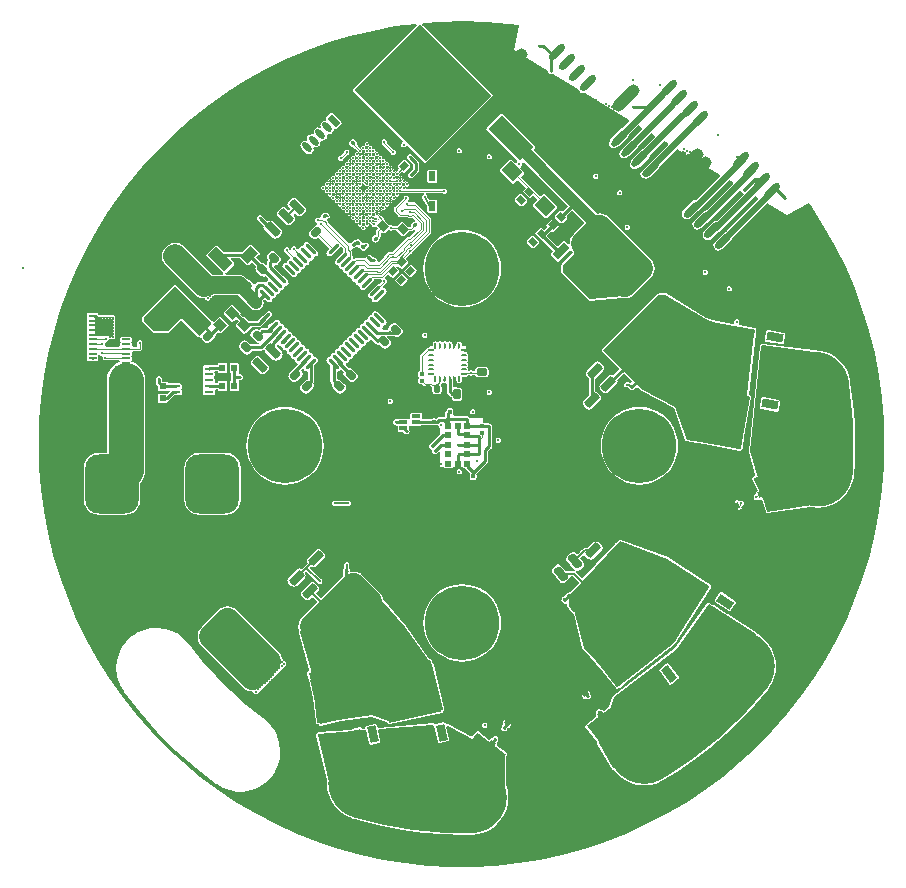
<source format=gtl>
G04 Layer_Physical_Order=1*
G04 Layer_Color=255*
%FSLAX44Y44*%
%MOMM*%
G71*
G01*
G75*
%ADD10C,2.2000*%
%ADD11C,6.0000*%
%ADD12C,5.8000*%
%ADD13C,0.1905*%
G04:AMPARAMS|DCode=14|XSize=4mm|YSize=7mm|CornerRadius=1mm|HoleSize=0mm|Usage=FLASHONLY|Rotation=135.000|XOffset=0mm|YOffset=0mm|HoleType=Round|Shape=RoundedRectangle|*
%AMROUNDEDRECTD14*
21,1,4.0000,5.0000,0,0,135.0*
21,1,2.0000,7.0000,0,0,135.0*
1,1,2.0000,1.0607,2.4749*
1,1,2.0000,2.4749,1.0607*
1,1,2.0000,-1.0607,-2.4749*
1,1,2.0000,-2.4749,-1.0607*
%
%ADD14ROUNDEDRECTD14*%
G04:AMPARAMS|DCode=15|XSize=0.508mm|YSize=0.6096mm|CornerRadius=0.127mm|HoleSize=0mm|Usage=FLASHONLY|Rotation=225.000|XOffset=0mm|YOffset=0mm|HoleType=Round|Shape=RoundedRectangle|*
%AMROUNDEDRECTD15*
21,1,0.5080,0.3556,0,0,225.0*
21,1,0.2540,0.6096,0,0,225.0*
1,1,0.2540,-0.2155,0.0359*
1,1,0.2540,-0.0359,0.2155*
1,1,0.2540,0.2155,-0.0359*
1,1,0.2540,0.0359,-0.2155*
%
%ADD15ROUNDEDRECTD15*%
G04:AMPARAMS|DCode=16|XSize=4mm|YSize=7mm|CornerRadius=1mm|HoleSize=0mm|Usage=FLASHONLY|Rotation=225.000|XOffset=0mm|YOffset=0mm|HoleType=Round|Shape=RoundedRectangle|*
%AMROUNDEDRECTD16*
21,1,4.0000,5.0000,0,0,225.0*
21,1,2.0000,7.0000,0,0,225.0*
1,1,2.0000,-2.4749,1.0607*
1,1,2.0000,-1.0607,2.4749*
1,1,2.0000,2.4749,-1.0607*
1,1,2.0000,1.0607,-2.4749*
%
%ADD16ROUNDEDRECTD16*%
G04:AMPARAMS|DCode=17|XSize=1.62mm|YSize=3.81mm|CornerRadius=0mm|HoleSize=0mm|Usage=FLASHONLY|Rotation=225.000|XOffset=0mm|YOffset=0mm|HoleType=Round|Shape=Rectangle|*
%AMROTATEDRECTD17*
4,1,4,-0.7743,1.9198,1.9198,-0.7743,0.7743,-1.9198,-1.9198,0.7743,-0.7743,1.9198,0.0*
%
%ADD17ROTATEDRECTD17*%

G04:AMPARAMS|DCode=18|XSize=7.87mm|YSize=8.51mm|CornerRadius=0mm|HoleSize=0mm|Usage=FLASHONLY|Rotation=225.000|XOffset=0mm|YOffset=0mm|HoleType=Round|Shape=Rectangle|*
%AMROTATEDRECTD18*
4,1,4,-0.2263,5.7912,5.7912,-0.2263,0.2263,-5.7912,-5.7912,0.2263,-0.2263,5.7912,0.0*
%
%ADD18ROTATEDRECTD18*%

G04:AMPARAMS|DCode=19|XSize=3.85mm|YSize=4.52mm|CornerRadius=0mm|HoleSize=0mm|Usage=FLASHONLY|Rotation=102.602|XOffset=0mm|YOffset=0mm|HoleType=Round|Shape=Rectangle|*
%AMROTATEDRECTD19*
4,1,4,2.6255,-1.3856,-1.7856,-2.3717,-2.6255,1.3856,1.7856,2.3717,2.6255,-1.3856,0.0*
%
%ADD19ROTATEDRECTD19*%

G04:AMPARAMS|DCode=20|XSize=0.71mm|YSize=1.37mm|CornerRadius=0mm|HoleSize=0mm|Usage=FLASHONLY|Rotation=192.602|XOffset=0mm|YOffset=0mm|HoleType=Round|Shape=Rectangle|*
%AMROTATEDRECTD20*
4,1,4,0.1970,0.7460,0.4959,-0.5910,-0.1970,-0.7460,-0.4959,0.5910,0.1970,0.7460,0.0*
%
%ADD20ROTATEDRECTD20*%

G04:AMPARAMS|DCode=21|XSize=3.05mm|YSize=2.4mm|CornerRadius=0mm|HoleSize=0mm|Usage=FLASHONLY|Rotation=142.500|XOffset=0mm|YOffset=0mm|HoleType=Round|Shape=Rectangle|*
%AMROTATEDRECTD21*
4,1,4,1.9404,0.0237,0.4793,-1.8804,-1.9404,-0.0237,-0.4793,1.8804,1.9404,0.0237,0.0*
%
%ADD21ROTATEDRECTD21*%

%ADD22P,0.7071X4X187.5*%
G04:AMPARAMS|DCode=23|XSize=3.05mm|YSize=2.4mm|CornerRadius=0mm|HoleSize=0mm|Usage=FLASHONLY|Rotation=217.500|XOffset=0mm|YOffset=0mm|HoleType=Round|Shape=Rectangle|*
%AMROTATEDRECTD23*
4,1,4,0.4793,1.8804,1.9404,-0.0237,-0.4793,-1.8804,-1.9404,0.0237,0.4793,1.8804,0.0*
%
%ADD23ROTATEDRECTD23*%

%ADD24P,0.7071X4X262.5*%
G04:AMPARAMS|DCode=25|XSize=3.85mm|YSize=4.52mm|CornerRadius=0mm|HoleSize=0mm|Usage=FLASHONLY|Rotation=127.500|XOffset=0mm|YOffset=0mm|HoleType=Round|Shape=Rectangle|*
%AMROTATEDRECTD25*
4,1,4,2.9649,-0.1514,-0.6211,-2.9030,-2.9649,0.1514,0.6211,2.9030,2.9649,-0.1514,0.0*
%
%ADD25ROTATEDRECTD25*%

G04:AMPARAMS|DCode=26|XSize=0.71mm|YSize=1.37mm|CornerRadius=0mm|HoleSize=0mm|Usage=FLASHONLY|Rotation=217.500|XOffset=0mm|YOffset=0mm|HoleType=Round|Shape=Rectangle|*
%AMROTATEDRECTD26*
4,1,4,-0.1354,0.7596,0.6986,-0.3273,0.1354,-0.7596,-0.6986,0.3273,-0.1354,0.7596,0.0*
%
%ADD26ROTATEDRECTD26*%

G04:AMPARAMS|DCode=27|XSize=4mm|YSize=7mm|CornerRadius=1mm|HoleSize=0mm|Usage=FLASHONLY|Rotation=317.500|XOffset=0mm|YOffset=0mm|HoleType=Round|Shape=RoundedRectangle|*
%AMROUNDEDRECTD27*
21,1,4.0000,5.0000,0,0,317.5*
21,1,2.0000,7.0000,0,0,317.5*
1,1,2.0000,-0.9517,-2.5188*
1,1,2.0000,-2.4263,-1.1676*
1,1,2.0000,0.9517,2.5188*
1,1,2.0000,2.4263,1.1676*
%
%ADD27ROUNDEDRECTD27*%
G04:AMPARAMS|DCode=28|XSize=0.7112mm|YSize=1.3208mm|CornerRadius=0.1778mm|HoleSize=0mm|Usage=FLASHONLY|Rotation=135.000|XOffset=0mm|YOffset=0mm|HoleType=Round|Shape=RoundedRectangle|*
%AMROUNDEDRECTD28*
21,1,0.7112,0.9652,0,0,135.0*
21,1,0.3556,1.3208,0,0,135.0*
1,1,0.3556,0.2155,0.4670*
1,1,0.3556,0.4670,0.2155*
1,1,0.3556,-0.2155,-0.4670*
1,1,0.3556,-0.4670,-0.2155*
%
%ADD28ROUNDEDRECTD28*%
G04:AMPARAMS|DCode=29|XSize=3.05mm|YSize=2.4mm|CornerRadius=0mm|HoleSize=0mm|Usage=FLASHONLY|Rotation=295.000|XOffset=0mm|YOffset=0mm|HoleType=Round|Shape=Rectangle|*
%AMROTATEDRECTD29*
4,1,4,-1.7321,0.8750,0.4431,1.8893,1.7321,-0.8750,-0.4431,-1.8893,-1.7321,0.8750,0.0*
%
%ADD29ROTATEDRECTD29*%

%ADD30P,0.7071X4X340.0*%
%ADD31P,0.3592X4X85.0*%
G04:AMPARAMS|DCode=32|XSize=0.7112mm|YSize=1.3208mm|CornerRadius=0.1778mm|HoleSize=0mm|Usage=FLASHONLY|Rotation=135.000|XOffset=0mm|YOffset=0mm|HoleType=Round|Shape=RoundedRectangle|*
%AMROUNDEDRECTD32*
21,1,0.7112,0.9652,0,0,135.0*
21,1,0.3556,1.3208,0,0,135.0*
1,1,0.3556,0.2155,0.4670*
1,1,0.3556,0.4670,0.2155*
1,1,0.3556,-0.2155,-0.4670*
1,1,0.3556,-0.4670,-0.2155*
%
%ADD32ROUNDEDRECTD32*%
G04:AMPARAMS|DCode=33|XSize=0.508mm|YSize=0.6096mm|CornerRadius=0mm|HoleSize=0mm|Usage=FLASHONLY|Rotation=45.000|XOffset=0mm|YOffset=0mm|HoleType=Round|Shape=Rectangle|*
%AMROTATEDRECTD33*
4,1,4,0.0359,-0.3951,-0.3951,0.0359,-0.0359,0.3951,0.3951,-0.0359,0.0359,-0.3951,0.0*
%
%ADD33ROTATEDRECTD33*%

G04:AMPARAMS|DCode=34|XSize=1.4mm|YSize=1.1mm|CornerRadius=0mm|HoleSize=0mm|Usage=FLASHONLY|Rotation=135.000|XOffset=0mm|YOffset=0mm|HoleType=Round|Shape=Rectangle|*
%AMROTATEDRECTD34*
4,1,4,0.8839,-0.1061,0.1061,-0.8839,-0.8839,0.1061,-0.1061,0.8839,0.8839,-0.1061,0.0*
%
%ADD34ROTATEDRECTD34*%

G04:AMPARAMS|DCode=35|XSize=1.5mm|YSize=1.2mm|CornerRadius=0mm|HoleSize=0mm|Usage=FLASHONLY|Rotation=135.000|XOffset=0mm|YOffset=0mm|HoleType=Round|Shape=Rectangle|*
%AMROTATEDRECTD35*
4,1,4,0.9546,-0.1061,0.1061,-0.9546,-0.9546,0.1061,-0.1061,0.9546,0.9546,-0.1061,0.0*
%
%ADD35ROTATEDRECTD35*%

G04:AMPARAMS|DCode=36|XSize=0.5mm|YSize=1mm|CornerRadius=0.25mm|HoleSize=0mm|Usage=FLASHONLY|Rotation=45.000|XOffset=0mm|YOffset=0mm|HoleType=Round|Shape=RoundedRectangle|*
%AMROUNDEDRECTD36*
21,1,0.5000,0.5000,0,0,45.0*
21,1,0.0000,1.0000,0,0,45.0*
1,1,0.5000,0.1768,-0.1768*
1,1,0.5000,0.1768,-0.1768*
1,1,0.5000,-0.1768,0.1768*
1,1,0.5000,-0.1768,0.1768*
%
%ADD36ROUNDEDRECTD36*%
G04:AMPARAMS|DCode=37|XSize=0.5mm|YSize=1mm|CornerRadius=0mm|HoleSize=0mm|Usage=FLASHONLY|Rotation=45.000|XOffset=0mm|YOffset=0mm|HoleType=Round|Shape=Rectangle|*
%AMROTATEDRECTD37*
4,1,4,0.1768,-0.5303,-0.5303,0.1768,-0.1768,0.5303,0.5303,-0.1768,0.1768,-0.5303,0.0*
%
%ADD37ROTATEDRECTD37*%

G04:AMPARAMS|DCode=38|XSize=1.5mm|YSize=1mm|CornerRadius=0mm|HoleSize=0mm|Usage=FLASHONLY|Rotation=135.000|XOffset=0mm|YOffset=0mm|HoleType=Round|Shape=Rectangle|*
%AMROTATEDRECTD38*
4,1,4,0.8839,-0.1768,0.1768,-0.8839,-0.8839,0.1768,-0.1768,0.8839,0.8839,-0.1768,0.0*
%
%ADD38ROTATEDRECTD38*%

%ADD39R,0.6096X0.8128*%
G04:AMPARAMS|DCode=40|XSize=0.508mm|YSize=0.6096mm|CornerRadius=0mm|HoleSize=0mm|Usage=FLASHONLY|Rotation=315.000|XOffset=0mm|YOffset=0mm|HoleType=Round|Shape=Rectangle|*
%AMROTATEDRECTD40*
4,1,4,-0.3951,-0.0359,0.0359,0.3951,0.3951,0.0359,-0.0359,-0.3951,-0.3951,-0.0359,0.0*
%
%ADD40ROTATEDRECTD40*%

G04:AMPARAMS|DCode=41|XSize=0.32mm|YSize=0.36mm|CornerRadius=0.08mm|HoleSize=0mm|Usage=FLASHONLY|Rotation=45.000|XOffset=0mm|YOffset=0mm|HoleType=Round|Shape=RoundedRectangle|*
%AMROUNDEDRECTD41*
21,1,0.3200,0.2000,0,0,45.0*
21,1,0.1600,0.3600,0,0,45.0*
1,1,0.1600,0.1273,-0.0141*
1,1,0.1600,0.0141,-0.1273*
1,1,0.1600,-0.1273,0.0141*
1,1,0.1600,-0.0141,0.1273*
%
%ADD41ROUNDEDRECTD41*%
G04:AMPARAMS|DCode=42|XSize=0.75mm|YSize=0.6mm|CornerRadius=0mm|HoleSize=0mm|Usage=FLASHONLY|Rotation=315.000|XOffset=0mm|YOffset=0mm|HoleType=Round|Shape=Rectangle|*
%AMROTATEDRECTD42*
4,1,4,-0.4773,0.0530,-0.0530,0.4773,0.4773,-0.0530,0.0530,-0.4773,-0.4773,0.0530,0.0*
%
%ADD42ROTATEDRECTD42*%

G04:AMPARAMS|DCode=43|XSize=0.32mm|YSize=0.36mm|CornerRadius=0.08mm|HoleSize=0mm|Usage=FLASHONLY|Rotation=135.000|XOffset=0mm|YOffset=0mm|HoleType=Round|Shape=RoundedRectangle|*
%AMROUNDEDRECTD43*
21,1,0.3200,0.2000,0,0,135.0*
21,1,0.1600,0.3600,0,0,135.0*
1,1,0.1600,0.0141,0.1273*
1,1,0.1600,0.1273,0.0141*
1,1,0.1600,-0.0141,-0.1273*
1,1,0.1600,-0.1273,-0.0141*
%
%ADD43ROUNDEDRECTD43*%
G04:AMPARAMS|DCode=44|XSize=4.5mm|YSize=5mm|CornerRadius=1.125mm|HoleSize=0mm|Usage=FLASHONLY|Rotation=180.000|XOffset=0mm|YOffset=0mm|HoleType=Round|Shape=RoundedRectangle|*
%AMROUNDEDRECTD44*
21,1,4.5000,2.7500,0,0,180.0*
21,1,2.2500,5.0000,0,0,180.0*
1,1,2.2500,-1.1250,1.3750*
1,1,2.2500,1.1250,1.3750*
1,1,2.2500,1.1250,-1.3750*
1,1,2.2500,-1.1250,-1.3750*
%
%ADD44ROUNDEDRECTD44*%
G04:AMPARAMS|DCode=45|XSize=0.7112mm|YSize=1.3208mm|CornerRadius=0.1778mm|HoleSize=0mm|Usage=FLASHONLY|Rotation=45.296|XOffset=0mm|YOffset=0mm|HoleType=Round|Shape=RoundedRectangle|*
%AMROUNDEDRECTD45*
21,1,0.7112,0.9652,0,0,45.3*
21,1,0.3556,1.3208,0,0,45.3*
1,1,0.3556,0.4681,-0.2131*
1,1,0.3556,0.2179,-0.4658*
1,1,0.3556,-0.4681,0.2131*
1,1,0.3556,-0.2179,0.4658*
%
%ADD45ROUNDEDRECTD45*%
%ADD46P,7.3115X4X90.0*%
G04:AMPARAMS|DCode=47|XSize=0.25mm|YSize=1.25mm|CornerRadius=0mm|HoleSize=0mm|Usage=FLASHONLY|Rotation=45.000|XOffset=0mm|YOffset=0mm|HoleType=Round|Shape=Round|*
%AMOVALD47*
21,1,1.0000,0.2500,0.0000,0.0000,135.0*
1,1,0.2500,0.3535,-0.3535*
1,1,0.2500,-0.3535,0.3535*
%
%ADD47OVALD47*%

G04:AMPARAMS|DCode=48|XSize=0.25mm|YSize=1.25mm|CornerRadius=0mm|HoleSize=0mm|Usage=FLASHONLY|Rotation=135.000|XOffset=0mm|YOffset=0mm|HoleType=Round|Shape=Round|*
%AMOVALD48*
21,1,1.0000,0.2500,0.0000,0.0000,225.0*
1,1,0.2500,0.3535,0.3535*
1,1,0.2500,-0.3535,-0.3535*
%
%ADD48OVALD48*%

G04:AMPARAMS|DCode=49|XSize=0.6096mm|YSize=0.9144mm|CornerRadius=0.1524mm|HoleSize=0mm|Usage=FLASHONLY|Rotation=45.000|XOffset=0mm|YOffset=0mm|HoleType=Round|Shape=RoundedRectangle|*
%AMROUNDEDRECTD49*
21,1,0.6096,0.6096,0,0,45.0*
21,1,0.3048,0.9144,0,0,45.0*
1,1,0.3048,0.3233,-0.1078*
1,1,0.3048,0.1078,-0.3233*
1,1,0.3048,-0.3233,0.1078*
1,1,0.3048,-0.1078,0.3233*
%
%ADD49ROUNDEDRECTD49*%
G04:AMPARAMS|DCode=50|XSize=0.915mm|YSize=1.22mm|CornerRadius=0mm|HoleSize=0mm|Usage=FLASHONLY|Rotation=315.000|XOffset=0mm|YOffset=0mm|HoleType=Round|Shape=Rectangle|*
%AMROTATEDRECTD50*
4,1,4,-0.7548,-0.1078,0.1078,0.7548,0.7548,0.1078,-0.1078,-0.7548,-0.7548,-0.1078,0.0*
%
%ADD50ROTATEDRECTD50*%

G04:AMPARAMS|DCode=51|XSize=1.75mm|YSize=1.1mm|CornerRadius=0mm|HoleSize=0mm|Usage=FLASHONLY|Rotation=45.000|XOffset=0mm|YOffset=0mm|HoleType=Round|Shape=Rectangle|*
%AMROTATEDRECTD51*
4,1,4,-0.2298,-1.0076,-1.0076,-0.2298,0.2298,1.0076,1.0076,0.2298,-0.2298,-1.0076,0.0*
%
%ADD51ROTATEDRECTD51*%

G04:AMPARAMS|DCode=52|XSize=0.85mm|YSize=0.8mm|CornerRadius=0mm|HoleSize=0mm|Usage=FLASHONLY|Rotation=315.000|XOffset=0mm|YOffset=0mm|HoleType=Round|Shape=Rectangle|*
%AMROTATEDRECTD52*
4,1,4,-0.5834,0.0177,-0.0177,0.5834,0.5834,-0.0177,0.0177,-0.5834,-0.5834,0.0177,0.0*
%
%ADD52ROTATEDRECTD52*%

G04:AMPARAMS|DCode=53|XSize=0.6096mm|YSize=0.9144mm|CornerRadius=0.1524mm|HoleSize=0mm|Usage=FLASHONLY|Rotation=135.000|XOffset=0mm|YOffset=0mm|HoleType=Round|Shape=RoundedRectangle|*
%AMROUNDEDRECTD53*
21,1,0.6096,0.6096,0,0,135.0*
21,1,0.3048,0.9144,0,0,135.0*
1,1,0.3048,0.1078,0.3233*
1,1,0.3048,0.3233,0.1078*
1,1,0.3048,-0.1078,-0.3233*
1,1,0.3048,-0.3233,-0.1078*
%
%ADD53ROUNDEDRECTD53*%
G04:AMPARAMS|DCode=54|XSize=0.32mm|YSize=0.36mm|CornerRadius=0.08mm|HoleSize=0mm|Usage=FLASHONLY|Rotation=0.000|XOffset=0mm|YOffset=0mm|HoleType=Round|Shape=RoundedRectangle|*
%AMROUNDEDRECTD54*
21,1,0.3200,0.2000,0,0,0.0*
21,1,0.1600,0.3600,0,0,0.0*
1,1,0.1600,0.0800,-0.1000*
1,1,0.1600,-0.0800,-0.1000*
1,1,0.1600,-0.0800,0.1000*
1,1,0.1600,0.0800,0.1000*
%
%ADD54ROUNDEDRECTD54*%
G04:AMPARAMS|DCode=55|XSize=0.32mm|YSize=0.36mm|CornerRadius=0.08mm|HoleSize=0mm|Usage=FLASHONLY|Rotation=270.000|XOffset=0mm|YOffset=0mm|HoleType=Round|Shape=RoundedRectangle|*
%AMROUNDEDRECTD55*
21,1,0.3200,0.2000,0,0,270.0*
21,1,0.1600,0.3600,0,0,270.0*
1,1,0.1600,-0.1000,-0.0800*
1,1,0.1600,-0.1000,0.0800*
1,1,0.1600,0.1000,0.0800*
1,1,0.1600,0.1000,-0.0800*
%
%ADD55ROUNDEDRECTD55*%
%ADD56R,0.5000X0.5000*%
%ADD57R,0.5000X0.5000*%
%ADD58R,0.7300X0.3500*%
G04:AMPARAMS|DCode=59|XSize=0.508mm|YSize=0.6096mm|CornerRadius=0.127mm|HoleSize=0mm|Usage=FLASHONLY|Rotation=180.000|XOffset=0mm|YOffset=0mm|HoleType=Round|Shape=RoundedRectangle|*
%AMROUNDEDRECTD59*
21,1,0.5080,0.3556,0,0,180.0*
21,1,0.2540,0.6096,0,0,180.0*
1,1,0.2540,-0.1270,0.1778*
1,1,0.2540,0.1270,0.1778*
1,1,0.2540,0.1270,-0.1778*
1,1,0.2540,-0.1270,-0.1778*
%
%ADD59ROUNDEDRECTD59*%
G04:AMPARAMS|DCode=60|XSize=0.6096mm|YSize=0.9144mm|CornerRadius=0.1524mm|HoleSize=0mm|Usage=FLASHONLY|Rotation=0.000|XOffset=0mm|YOffset=0mm|HoleType=Round|Shape=RoundedRectangle|*
%AMROUNDEDRECTD60*
21,1,0.6096,0.6096,0,0,0.0*
21,1,0.3048,0.9144,0,0,0.0*
1,1,0.3048,0.1524,-0.3048*
1,1,0.3048,-0.1524,-0.3048*
1,1,0.3048,-0.1524,0.3048*
1,1,0.3048,0.1524,0.3048*
%
%ADD60ROUNDEDRECTD60*%
G04:AMPARAMS|DCode=61|XSize=0.6096mm|YSize=0.9144mm|CornerRadius=0.1524mm|HoleSize=0mm|Usage=FLASHONLY|Rotation=90.000|XOffset=0mm|YOffset=0mm|HoleType=Round|Shape=RoundedRectangle|*
%AMROUNDEDRECTD61*
21,1,0.6096,0.6096,0,0,90.0*
21,1,0.3048,0.9144,0,0,90.0*
1,1,0.3048,0.3048,0.1524*
1,1,0.3048,0.3048,-0.1524*
1,1,0.3048,-0.3048,-0.1524*
1,1,0.3048,-0.3048,0.1524*
%
%ADD61ROUNDEDRECTD61*%
G04:AMPARAMS|DCode=62|XSize=0.457mm|YSize=0.2286mm|CornerRadius=0.08mm|HoleSize=0mm|Usage=FLASHONLY|Rotation=270.000|XOffset=0mm|YOffset=0mm|HoleType=Round|Shape=RoundedRectangle|*
%AMROUNDEDRECTD62*
21,1,0.4570,0.0686,0,0,270.0*
21,1,0.2970,0.2286,0,0,270.0*
1,1,0.1600,-0.0343,-0.1485*
1,1,0.1600,-0.0343,0.1485*
1,1,0.1600,0.0343,0.1485*
1,1,0.1600,0.0343,-0.1485*
%
%ADD62ROUNDEDRECTD62*%
G04:AMPARAMS|DCode=63|XSize=0.457mm|YSize=0.2286mm|CornerRadius=0.0571mm|HoleSize=0mm|Usage=FLASHONLY|Rotation=270.000|XOffset=0mm|YOffset=0mm|HoleType=Round|Shape=RoundedRectangle|*
%AMROUNDEDRECTD63*
21,1,0.4570,0.1143,0,0,270.0*
21,1,0.3427,0.2286,0,0,270.0*
1,1,0.1143,-0.0571,-0.1714*
1,1,0.1143,-0.0571,0.1714*
1,1,0.1143,0.0571,0.1714*
1,1,0.1143,0.0571,-0.1714*
%
%ADD63ROUNDEDRECTD63*%
G04:AMPARAMS|DCode=64|XSize=0.457mm|YSize=0.2286mm|CornerRadius=0.1029mm|HoleSize=0mm|Usage=FLASHONLY|Rotation=270.000|XOffset=0mm|YOffset=0mm|HoleType=Round|Shape=RoundedRectangle|*
%AMROUNDEDRECTD64*
21,1,0.4570,0.0229,0,0,270.0*
21,1,0.2513,0.2286,0,0,270.0*
1,1,0.2057,-0.0114,-0.1256*
1,1,0.2057,-0.0114,0.1256*
1,1,0.2057,0.0114,0.1256*
1,1,0.2057,0.0114,-0.1256*
%
%ADD64ROUNDEDRECTD64*%
G04:AMPARAMS|DCode=65|XSize=0.457mm|YSize=0.2286mm|CornerRadius=0.08mm|HoleSize=0mm|Usage=FLASHONLY|Rotation=0.000|XOffset=0mm|YOffset=0mm|HoleType=Round|Shape=RoundedRectangle|*
%AMROUNDEDRECTD65*
21,1,0.4570,0.0686,0,0,0.0*
21,1,0.2970,0.2286,0,0,0.0*
1,1,0.1600,0.1485,-0.0343*
1,1,0.1600,-0.1485,-0.0343*
1,1,0.1600,-0.1485,0.0343*
1,1,0.1600,0.1485,0.0343*
%
%ADD65ROUNDEDRECTD65*%
G04:AMPARAMS|DCode=66|XSize=0.457mm|YSize=0.2286mm|CornerRadius=0.0571mm|HoleSize=0mm|Usage=FLASHONLY|Rotation=0.000|XOffset=0mm|YOffset=0mm|HoleType=Round|Shape=RoundedRectangle|*
%AMROUNDEDRECTD66*
21,1,0.4570,0.1143,0,0,0.0*
21,1,0.3427,0.2286,0,0,0.0*
1,1,0.1143,0.1714,-0.0571*
1,1,0.1143,-0.1714,-0.0571*
1,1,0.1143,-0.1714,0.0571*
1,1,0.1143,0.1714,0.0571*
%
%ADD66ROUNDEDRECTD66*%
%ADD67R,0.7000X0.2500*%
%ADD68R,1.6500X2.3800*%
%ADD69R,0.6096X0.5080*%
G04:AMPARAMS|DCode=70|XSize=0.71mm|YSize=1.37mm|CornerRadius=0mm|HoleSize=0mm|Usage=FLASHONLY|Rotation=315.000|XOffset=0mm|YOffset=0mm|HoleType=Round|Shape=Rectangle|*
%AMROTATEDRECTD70*
4,1,4,-0.7354,-0.2333,0.2333,0.7354,0.7354,0.2333,-0.2333,-0.7354,-0.7354,-0.2333,0.0*
%
%ADD70ROTATEDRECTD70*%

G04:AMPARAMS|DCode=71|XSize=3.85mm|YSize=4.52mm|CornerRadius=0mm|HoleSize=0mm|Usage=FLASHONLY|Rotation=225.000|XOffset=0mm|YOffset=0mm|HoleType=Round|Shape=Rectangle|*
%AMROTATEDRECTD71*
4,1,4,-0.2369,2.9592,2.9592,-0.2369,0.2369,-2.9592,-2.9592,0.2369,-0.2369,2.9592,0.0*
%
%ADD71ROTATEDRECTD71*%

G04:AMPARAMS|DCode=72|XSize=3.85mm|YSize=4.52mm|CornerRadius=0mm|HoleSize=0mm|Usage=FLASHONLY|Rotation=147.500|XOffset=0mm|YOffset=0mm|HoleType=Round|Shape=Rectangle|*
%AMROTATEDRECTD72*
4,1,4,2.8378,0.8718,0.4092,-2.9404,-2.8378,-0.8718,-0.4092,2.9404,2.8378,0.8718,0.0*
%
%ADD72ROTATEDRECTD72*%

G04:AMPARAMS|DCode=73|XSize=0.71mm|YSize=1.37mm|CornerRadius=0mm|HoleSize=0mm|Usage=FLASHONLY|Rotation=237.500|XOffset=0mm|YOffset=0mm|HoleType=Round|Shape=Rectangle|*
%AMROTATEDRECTD73*
4,1,4,-0.3870,0.6674,0.7685,-0.0687,0.3870,-0.6674,-0.7685,0.0687,-0.3870,0.6674,0.0*
%
%ADD73ROTATEDRECTD73*%

G04:AMPARAMS|DCode=74|XSize=3.85mm|YSize=4.52mm|CornerRadius=0mm|HoleSize=0mm|Usage=FLASHONLY|Rotation=169.830|XOffset=0mm|YOffset=0mm|HoleType=Round|Shape=Rectangle|*
%AMROTATEDRECTD74*
4,1,4,2.2938,1.8846,1.4957,-2.5644,-2.2938,-1.8846,-1.4957,2.5644,2.2938,1.8846,0.0*
%
%ADD74ROTATEDRECTD74*%

G04:AMPARAMS|DCode=75|XSize=0.71mm|YSize=1.37mm|CornerRadius=0mm|HoleSize=0mm|Usage=FLASHONLY|Rotation=259.830|XOffset=0mm|YOffset=0mm|HoleType=Round|Shape=Rectangle|*
%AMROTATEDRECTD75*
4,1,4,-0.6116,0.4704,0.7369,0.2285,0.6116,-0.4704,-0.7369,-0.2285,-0.6116,0.4704,0.0*
%
%ADD75ROTATEDRECTD75*%

G04:AMPARAMS|DCode=76|XSize=3.85mm|YSize=4.52mm|CornerRadius=0mm|HoleSize=0mm|Usage=FLASHONLY|Rotation=169.898|XOffset=0mm|YOffset=0mm|HoleType=Round|Shape=Rectangle|*
%AMROTATEDRECTD76*
4,1,4,2.2916,1.8873,1.4988,-2.5626,-2.2916,-1.8873,-1.4988,2.5626,2.2916,1.8873,0.0*
%
%ADD76ROTATEDRECTD76*%

G04:AMPARAMS|DCode=77|XSize=0.71mm|YSize=1.37mm|CornerRadius=0mm|HoleSize=0mm|Usage=FLASHONLY|Rotation=259.898|XOffset=0mm|YOffset=0mm|HoleType=Round|Shape=Rectangle|*
%AMROTATEDRECTD77*
4,1,4,-0.6121,0.4697,0.7367,0.2293,0.6121,-0.4697,-0.7367,-0.2293,-0.6121,0.4697,0.0*
%
%ADD77ROTATEDRECTD77*%

%ADD78R,0.5080X0.6096*%
%ADD79R,0.7112X0.2032*%
G04:AMPARAMS|DCode=80|XSize=0.7112mm|YSize=1.3208mm|CornerRadius=0.1778mm|HoleSize=0mm|Usage=FLASHONLY|Rotation=220.000|XOffset=0mm|YOffset=0mm|HoleType=Round|Shape=RoundedRectangle|*
%AMROUNDEDRECTD80*
21,1,0.7112,0.9652,0,0,220.0*
21,1,0.3556,1.3208,0,0,220.0*
1,1,0.3556,-0.4464,0.2554*
1,1,0.3556,-0.1740,0.4840*
1,1,0.3556,0.4464,-0.2554*
1,1,0.3556,0.1740,-0.4840*
%
%ADD80ROUNDEDRECTD80*%
G04:AMPARAMS|DCode=81|XSize=2.8194mm|YSize=1.016mm|CornerRadius=0.508mm|HoleSize=0mm|Usage=FLASHONLY|Rotation=45.000|XOffset=0mm|YOffset=0mm|HoleType=Round|Shape=RoundedRectangle|*
%AMROUNDEDRECTD81*
21,1,2.8194,0.0000,0,0,45.0*
21,1,1.8034,1.0160,0,0,45.0*
1,1,1.0160,0.6376,0.6376*
1,1,1.0160,-0.6376,-0.6376*
1,1,1.0160,-0.6376,-0.6376*
1,1,1.0160,0.6376,0.6376*
%
%ADD81ROUNDEDRECTD81*%
G04:AMPARAMS|DCode=82|XSize=0.6096mm|YSize=1.7018mm|CornerRadius=0.3048mm|HoleSize=0mm|Usage=FLASHONLY|Rotation=315.000|XOffset=0mm|YOffset=0mm|HoleType=Round|Shape=RoundedRectangle|*
%AMROUNDEDRECTD82*
21,1,0.6096,1.0922,0,0,315.0*
21,1,0.0000,1.7018,0,0,315.0*
1,1,0.6096,-0.3861,-0.3861*
1,1,0.6096,-0.3861,-0.3861*
1,1,0.6096,0.3861,0.3861*
1,1,0.6096,0.3861,0.3861*
%
%ADD82ROUNDEDRECTD82*%
%ADD83P,0.3592X4X315.2*%
%ADD84P,0.3592X4X90.0*%
G04:AMPARAMS|DCode=85|XSize=1mm|YSize=2mm|CornerRadius=0mm|HoleSize=0mm|Usage=FLASHONLY|Rotation=45.000|XOffset=0mm|YOffset=0mm|HoleType=Round|Shape=Rectangle|*
%AMROTATEDRECTD85*
4,1,4,0.3535,-1.0607,-1.0607,0.3535,-0.3535,1.0607,1.0607,-0.3535,0.3535,-1.0607,0.0*
%
%ADD85ROTATEDRECTD85*%

G04:AMPARAMS|DCode=86|XSize=3.85mm|YSize=4.52mm|CornerRadius=0mm|HoleSize=0mm|Usage=FLASHONLY|Rotation=102.500|XOffset=0mm|YOffset=0mm|HoleType=Round|Shape=Rectangle|*
%AMROTATEDRECTD86*
4,1,4,2.6231,-1.3902,-1.7898,-2.3685,-2.6231,1.3902,1.7898,2.3685,2.6231,-1.3902,0.0*
%
%ADD86ROTATEDRECTD86*%

G04:AMPARAMS|DCode=87|XSize=0.71mm|YSize=1.37mm|CornerRadius=0mm|HoleSize=0mm|Usage=FLASHONLY|Rotation=192.500|XOffset=0mm|YOffset=0mm|HoleType=Round|Shape=Rectangle|*
%AMROTATEDRECTD87*
4,1,4,0.1983,0.7456,0.4949,-0.5919,-0.1983,-0.7456,-0.4949,0.5919,0.1983,0.7456,0.0*
%
%ADD87ROTATEDRECTD87*%

%ADD88C,0.1000*%
%ADD89C,4.5000*%
%ADD90C,0.1270*%
%ADD91C,0.2540*%
%ADD92C,3.0000*%
%ADD93C,1.0000*%
%ADD94C,1.5000*%
%ADD95C,2.0000*%
%ADD96C,0.1250*%
%ADD97C,0.5000*%
%ADD98C,6.3000*%
%ADD99C,0.2000*%
G36*
X989247Y1028639D02*
X1008516Y1026988D01*
X1016744Y1025834D01*
X1017462Y1024786D01*
X1012788Y1004685D01*
X1041350Y987412D01*
Y986790D01*
X1041547Y985799D01*
X1042109Y984959D01*
X1042949Y984397D01*
X1043940Y984200D01*
X1044931Y984397D01*
X1045599Y984843D01*
X1067341Y971695D01*
X1067487Y970963D01*
X1068441Y969535D01*
X1069869Y968580D01*
X1071554Y968245D01*
X1072676Y968468D01*
X1110365Y945677D01*
X1110518Y944416D01*
X1104778Y938676D01*
X1104383Y938597D01*
X1102955Y937643D01*
X1095232Y929920D01*
X1094278Y928492D01*
X1094170Y927949D01*
X1093576Y927059D01*
X1093283Y925589D01*
X1093576Y924118D01*
X1094409Y922870D01*
X1095656Y922037D01*
X1097127Y921745D01*
X1098598Y922037D01*
X1099487Y922632D01*
X1100030Y922740D01*
X1101458Y923694D01*
X1109181Y931417D01*
X1110136Y932845D01*
X1110214Y933240D01*
X1118021Y941047D01*
X1121333Y939044D01*
X1121486Y937783D01*
X1113578Y929875D01*
X1113183Y929796D01*
X1111755Y928842D01*
X1104032Y921119D01*
X1103078Y919691D01*
X1102970Y919148D01*
X1102375Y918258D01*
X1102083Y916787D01*
X1102375Y915316D01*
X1103209Y914069D01*
X1104456Y913236D01*
X1105927Y912943D01*
X1107398Y913236D01*
X1108287Y913830D01*
X1108830Y913938D01*
X1110258Y914893D01*
X1117981Y922616D01*
X1118936Y924044D01*
X1119014Y924439D01*
X1128989Y934414D01*
X1132438Y932328D01*
X1132591Y931068D01*
X1122489Y920965D01*
X1122094Y920887D01*
X1120666Y919933D01*
X1112943Y912210D01*
X1111988Y910781D01*
X1111880Y910238D01*
X1111286Y909349D01*
X1110993Y907878D01*
X1111286Y906407D01*
X1112119Y905160D01*
X1113366Y904327D01*
X1114837Y904034D01*
X1116308Y904327D01*
X1117198Y904921D01*
X1117741Y905029D01*
X1119169Y905983D01*
X1126892Y913707D01*
X1127846Y915135D01*
X1127925Y915529D01*
X1140094Y927699D01*
X1142904Y925999D01*
X1143057Y924738D01*
X1120958Y902638D01*
X1120125Y901391D01*
X1119832Y899921D01*
X1120125Y898449D01*
X1120958Y897202D01*
X1122205Y896369D01*
X1123676Y896077D01*
X1123729Y896087D01*
X1124894Y895855D01*
X1126579Y896190D01*
X1128007Y897145D01*
X1135730Y904868D01*
X1136685Y906296D01*
X1136982Y907791D01*
X1150561Y921369D01*
X1187132Y899253D01*
X1187285Y897992D01*
X1167226Y877933D01*
X1167028Y877973D01*
X1165343Y877637D01*
X1163915Y876683D01*
X1156192Y868960D01*
X1155238Y867532D01*
X1154903Y865847D01*
X1155238Y864162D01*
X1156192Y862734D01*
X1157620Y861780D01*
X1159305Y861444D01*
X1160990Y861780D01*
X1162418Y862734D01*
X1167095Y867411D01*
X1167178Y867427D01*
X1168425Y868260D01*
X1194788Y894623D01*
X1198100Y892620D01*
X1198253Y891359D01*
X1176025Y869132D01*
X1175828Y869172D01*
X1174143Y868836D01*
X1172715Y867882D01*
X1164992Y860159D01*
X1164038Y858731D01*
X1163703Y857046D01*
X1164038Y855361D01*
X1164992Y853933D01*
X1166420Y852978D01*
X1168105Y852643D01*
X1169790Y852978D01*
X1171218Y853933D01*
X1175895Y858610D01*
X1175978Y858626D01*
X1177225Y859459D01*
X1203942Y886176D01*
X1205320Y885758D01*
X1205377Y885469D01*
X1205939Y884629D01*
X1206779Y884067D01*
X1206951Y884033D01*
X1207368Y882655D01*
X1184936Y860223D01*
X1184739Y860262D01*
X1183054Y859927D01*
X1181626Y858973D01*
X1173903Y851250D01*
X1172948Y849821D01*
X1172613Y848137D01*
X1172948Y846452D01*
X1173903Y845023D01*
X1175331Y844069D01*
X1177016Y843734D01*
X1178701Y844069D01*
X1180129Y845023D01*
X1184806Y849700D01*
X1184888Y849717D01*
X1186135Y850550D01*
X1216860Y881275D01*
X1219671Y879576D01*
X1219824Y878315D01*
X1192773Y851264D01*
X1191892Y851088D01*
X1190464Y850134D01*
X1182741Y842411D01*
X1181787Y840983D01*
X1181452Y839298D01*
X1181787Y837613D01*
X1182741Y836185D01*
X1184169Y835230D01*
X1185854Y834895D01*
X1187539Y835230D01*
X1188967Y836185D01*
X1196690Y843908D01*
X1197498Y845117D01*
X1227327Y874946D01*
X1244040Y864839D01*
X1262211Y875599D01*
X1265063Y871613D01*
X1275453Y855301D01*
X1284946Y838452D01*
X1293516Y821115D01*
X1301138Y803341D01*
X1307790Y785181D01*
X1313451Y766688D01*
X1318105Y747918D01*
X1321739Y728922D01*
X1324343Y709759D01*
X1325908Y690482D01*
X1326430Y671150D01*
X1325923Y652092D01*
X1324402Y633086D01*
X1321871Y614189D01*
X1318339Y595454D01*
X1313814Y576933D01*
X1308309Y558679D01*
X1301842Y540744D01*
X1294429Y523179D01*
X1286091Y506033D01*
X1276853Y489355D01*
X1266740Y473192D01*
X1255781Y457591D01*
X1244008Y442595D01*
X1231453Y428247D01*
X1218152Y414587D01*
X1204143Y401654D01*
X1189466Y389486D01*
X1174161Y378116D01*
X1158275Y367577D01*
X1141847Y357897D01*
X1124930Y349106D01*
X1107569Y341228D01*
X1089811Y334285D01*
X1071711Y328297D01*
X1053316Y323281D01*
X1034682Y319251D01*
X1015859Y316218D01*
X996902Y314191D01*
X977863Y313177D01*
X958797D01*
X939758Y314191D01*
X920801Y316218D01*
X901978Y319251D01*
X883344Y323281D01*
X864949Y328297D01*
X846849Y334285D01*
X829092Y341228D01*
X811730Y349106D01*
X794813Y357897D01*
X778386Y367576D01*
X762499Y378116D01*
X747194Y389486D01*
X732517Y401654D01*
X718508Y414586D01*
X705207Y428247D01*
X692652Y442595D01*
X680879Y457591D01*
X669920Y473192D01*
X659807Y489355D01*
X650569Y506033D01*
X642231Y523179D01*
X634818Y540744D01*
X628351Y558679D01*
X622846Y576933D01*
X618321Y595454D01*
X614789Y614189D01*
X612258Y633087D01*
X610737Y652091D01*
X610230Y671150D01*
X610744Y690338D01*
X612286Y709473D01*
X614851Y728495D01*
X618432Y747354D01*
X623018Y765993D01*
X628596Y784361D01*
X635150Y802402D01*
X642662Y820066D01*
X651109Y837303D01*
X660468Y854063D01*
X670284Y869619D01*
X670691Y869891D01*
X670724Y869940D01*
X671001Y870129D01*
X674526Y875510D01*
X685979Y891093D01*
X698258Y906036D01*
X711324Y920293D01*
X725142Y933824D01*
X739670Y946589D01*
X754866Y958552D01*
X769290Y968695D01*
X769439Y968929D01*
X785542Y979085D01*
X802433Y988505D01*
X819808Y996998D01*
X828457Y1000662D01*
X838330Y1004799D01*
X851597Y1009592D01*
X856133Y1011210D01*
X874322Y1016691D01*
X893114Y1021262D01*
X912124Y1024812D01*
X930136Y1027178D01*
X930729Y1025975D01*
X876598Y971844D01*
X876195Y970872D01*
X876598Y969900D01*
X918519Y927978D01*
X918539Y927647D01*
X918240Y926462D01*
X917843Y926197D01*
X917342Y925446D01*
X917166Y924560D01*
X917342Y923674D01*
X917843Y922923D01*
X918594Y922422D01*
X919480Y922245D01*
X920366Y922422D01*
X921117Y922923D01*
X921382Y923320D01*
X922567Y923619D01*
X922898Y923599D01*
X936773Y909725D01*
X936773Y909725D01*
X937745Y909322D01*
X938717Y909725D01*
X994366Y965374D01*
X994769Y966346D01*
X994366Y967318D01*
X935319Y1026365D01*
X935804Y1027676D01*
X950583Y1028810D01*
X969917Y1029247D01*
X989247Y1028639D01*
D02*
G37*
%LPC*%
G36*
X862724Y878674D02*
X862021Y878535D01*
X861426Y878137D01*
X861028Y877542D01*
X860888Y876839D01*
X861028Y876137D01*
X861426Y875542D01*
X862021Y875144D01*
X862724Y875004D01*
X863426Y875144D01*
X864021Y875542D01*
X864419Y876137D01*
X864559Y876839D01*
X864419Y877542D01*
X864021Y878137D01*
X863426Y878535D01*
X862724Y878674D01*
D02*
G37*
G36*
X868755Y873018D02*
X868446Y872956D01*
X868380Y872969D01*
X867697Y872833D01*
X867117Y872446D01*
X866730Y871866D01*
X866593Y871182D01*
X866730Y870499D01*
X867117Y869919D01*
X867697Y869532D01*
X868380Y869396D01*
X868446Y869408D01*
X868755Y869347D01*
X869457Y869487D01*
X870052Y869885D01*
X870450Y870480D01*
X870590Y871182D01*
X870450Y871885D01*
X870052Y872480D01*
X869457Y872878D01*
X868755Y873018D01*
D02*
G37*
G36*
X874037Y878674D02*
X873335Y878535D01*
X872740Y878137D01*
X872342Y877542D01*
X872202Y876839D01*
X872342Y876137D01*
X872740Y875542D01*
X873335Y875144D01*
X874037Y875004D01*
X874740Y875144D01*
X875335Y875542D01*
X875733Y876137D01*
X875873Y876839D01*
X875733Y877542D01*
X875335Y878137D01*
X874740Y878535D01*
X874037Y878674D01*
D02*
G37*
G36*
X868381D02*
X867678Y878535D01*
X867083Y878137D01*
X866685Y877542D01*
X866545Y876839D01*
X866685Y876137D01*
X867083Y875542D01*
X867678Y875144D01*
X868381Y875004D01*
X869083Y875144D01*
X869678Y875542D01*
X870076Y876137D01*
X870216Y876839D01*
X870076Y877542D01*
X869678Y878137D01*
X869083Y878535D01*
X868381Y878674D01*
D02*
G37*
G36*
X1018399Y883114D02*
X1017427Y882711D01*
X1013835Y879119D01*
X1013835Y879119D01*
X1013432Y878147D01*
X1013835Y877175D01*
X1018145Y872865D01*
X1019117Y872462D01*
X1020089Y872865D01*
X1023681Y876457D01*
X1023681Y876457D01*
X1024084Y877429D01*
X1023681Y878401D01*
X1019371Y882711D01*
X1018399Y883114D01*
D02*
G37*
G36*
X899493Y875798D02*
X898809Y875662D01*
X898230Y875274D01*
X897842Y874695D01*
X897706Y874011D01*
X897842Y873327D01*
X898230Y872747D01*
X898809Y872360D01*
X899493Y872224D01*
X900177Y872360D01*
X900757Y872747D01*
X901144Y873327D01*
X901280Y874011D01*
X901144Y874695D01*
X900757Y875274D01*
X900177Y875662D01*
X899493Y875798D01*
D02*
G37*
G36*
X876866D02*
X876182Y875662D01*
X875878Y875459D01*
X875862Y875456D01*
X875267Y875058D01*
X874869Y874462D01*
X874729Y873760D01*
X874869Y873058D01*
X875259Y872474D01*
X874721Y872833D01*
X874037Y872969D01*
X873354Y872833D01*
X872774Y872446D01*
X872386Y871866D01*
X872250Y871182D01*
X872386Y870499D01*
X872774Y869919D01*
X873354Y869532D01*
X874037Y869396D01*
X874721Y869532D01*
X875301Y869919D01*
X875688Y870499D01*
X875824Y871182D01*
X875688Y871866D01*
X875308Y872434D01*
X875862Y872064D01*
X876564Y871925D01*
X877267Y872064D01*
X877862Y872462D01*
X877991Y872655D01*
X878129Y872747D01*
X878516Y873327D01*
X878653Y874011D01*
X878516Y874695D01*
X878129Y875274D01*
X877550Y875662D01*
X876866Y875798D01*
D02*
G37*
G36*
X893836Y875798D02*
X893152Y875662D01*
X892573Y875274D01*
X892531Y875212D01*
X892263Y875033D01*
X891865Y874437D01*
X891725Y873735D01*
X891865Y873033D01*
X892246Y872463D01*
X891692Y872833D01*
X891008Y872969D01*
X890324Y872833D01*
X889744Y872446D01*
X889357Y871866D01*
X889221Y871182D01*
X889357Y870499D01*
X889744Y869919D01*
X890324Y869532D01*
X891008Y869396D01*
X891692Y869532D01*
X892271Y869919D01*
X892659Y870499D01*
X892795Y871182D01*
X892659Y871866D01*
X892288Y872420D01*
X892858Y872039D01*
X893561Y871900D01*
X894263Y872039D01*
X894858Y872437D01*
X895038Y872706D01*
X895100Y872747D01*
X895487Y873327D01*
X895623Y874011D01*
X895487Y874695D01*
X895100Y875274D01*
X894520Y875662D01*
X893836Y875798D01*
D02*
G37*
G36*
X896665Y878626D02*
X895981Y878490D01*
X895401Y878103D01*
X895014Y877523D01*
X894878Y876839D01*
X895014Y876155D01*
X895401Y875576D01*
X895981Y875188D01*
X896665Y875052D01*
X897348Y875188D01*
X897928Y875576D01*
X898316Y876155D01*
X898452Y876839D01*
X898316Y877523D01*
X897928Y878103D01*
X897348Y878490D01*
X896665Y878626D01*
D02*
G37*
G36*
X879694D02*
X879010Y878490D01*
X878431Y878103D01*
X878043Y877523D01*
X877907Y876839D01*
X878043Y876155D01*
X878431Y875576D01*
X879010Y875188D01*
X879694Y875052D01*
X880378Y875188D01*
X880958Y875576D01*
X881345Y876155D01*
X881481Y876839D01*
X881345Y877523D01*
X880958Y878103D01*
X880378Y878490D01*
X879694Y878626D01*
D02*
G37*
G36*
X906271Y876439D02*
X906328Y876155D01*
X906715Y875576D01*
X907295Y875188D01*
X907578Y875132D01*
Y876439D01*
X906271D01*
D02*
G37*
G36*
X908378D02*
X908378Y875132D01*
X908662Y875188D01*
X909242Y875576D01*
X909629Y876155D01*
X909686Y876439D01*
X908378D01*
D02*
G37*
G36*
X885351Y878674D02*
X884649Y878535D01*
X884053Y878137D01*
X883655Y877542D01*
X883516Y876839D01*
X883655Y876137D01*
X884053Y875542D01*
X884649Y875144D01*
X885351Y875004D01*
X886053Y875144D01*
X886649Y875542D01*
X887047Y876137D01*
X887186Y876839D01*
X887047Y877542D01*
X886649Y878137D01*
X886053Y878535D01*
X885351Y878674D01*
D02*
G37*
G36*
X908378Y878547D02*
X908378Y877239D01*
X909686D01*
X909629Y877523D01*
X909242Y878103D01*
X908662Y878490D01*
X908378Y878547D01*
D02*
G37*
G36*
X902322Y878626D02*
X901638Y878490D01*
X901058Y878103D01*
X900671Y877523D01*
X900535Y876839D01*
X900671Y876155D01*
X901058Y875576D01*
X901638Y875188D01*
X902322Y875052D01*
X903005Y875188D01*
X903585Y875576D01*
X903972Y876155D01*
X904108Y876839D01*
X903972Y877523D01*
X903585Y878103D01*
X903005Y878490D01*
X902322Y878626D01*
D02*
G37*
G36*
X891008Y878674D02*
X890306Y878535D01*
X889710Y878137D01*
X889312Y877542D01*
X889173Y876839D01*
X889312Y876137D01*
X889710Y875542D01*
X890306Y875144D01*
X891008Y875004D01*
X891710Y875144D01*
X892306Y875542D01*
X892703Y876137D01*
X892843Y876839D01*
X892703Y877542D01*
X892306Y878137D01*
X891710Y878535D01*
X891008Y878674D01*
D02*
G37*
G36*
X882523Y870189D02*
X881820Y870050D01*
X881225Y869652D01*
X880827Y869056D01*
X880687Y868354D01*
X880789Y867840D01*
X880110Y867975D01*
X879408Y867836D01*
X878812Y867438D01*
X878414Y866842D01*
X878392Y866732D01*
X878043Y866209D01*
X877907Y865526D01*
X878043Y864842D01*
X878431Y864262D01*
X879010Y863875D01*
X879694Y863739D01*
X880378Y863875D01*
X880958Y864262D01*
X881295Y864767D01*
X881408Y864842D01*
X881806Y865438D01*
X881945Y866140D01*
X881843Y866654D01*
X882523Y866519D01*
X883225Y866658D01*
X883820Y867056D01*
X884218Y867652D01*
X884358Y868354D01*
X884218Y869056D01*
X883820Y869652D01*
X883225Y870050D01*
X882523Y870189D01*
D02*
G37*
G36*
X899893Y867954D02*
Y866647D01*
X900177Y866703D01*
X900757Y867090D01*
X901144Y867670D01*
X901200Y867954D01*
X899893D01*
D02*
G37*
G36*
X899093Y870061D02*
X898809Y870005D01*
X898230Y869617D01*
X897842Y869038D01*
X897786Y868754D01*
X899093D01*
Y870061D01*
D02*
G37*
G36*
X899893Y870061D02*
Y868754D01*
X901200D01*
X901144Y869038D01*
X900757Y869617D01*
X900177Y870005D01*
X899893Y870061D01*
D02*
G37*
G36*
X876866Y870141D02*
X876182Y870005D01*
X875602Y869617D01*
X875215Y869038D01*
X875079Y868354D01*
X875215Y867670D01*
X875602Y867090D01*
X876182Y866703D01*
X876866Y866567D01*
X877550Y866703D01*
X878129Y867090D01*
X878517Y867670D01*
X878653Y868354D01*
X878517Y869038D01*
X878129Y869617D01*
X877550Y870005D01*
X876866Y870141D01*
D02*
G37*
G36*
X893836Y870189D02*
X893134Y870050D01*
X892539Y869652D01*
X892141Y869056D01*
X892001Y868354D01*
X892141Y867652D01*
X892539Y867056D01*
X893134Y866658D01*
X893836Y866519D01*
X894538Y866658D01*
X895134Y867056D01*
X895532Y867652D01*
X895671Y868354D01*
X895532Y869056D01*
X895134Y869652D01*
X894538Y870050D01*
X893836Y870189D01*
D02*
G37*
G36*
X897786Y867954D02*
X897842Y867670D01*
X898230Y867090D01*
X898809Y866703D01*
X899093Y866647D01*
Y867954D01*
X897786D01*
D02*
G37*
G36*
X871209Y870141D02*
X870525Y870005D01*
X869945Y869617D01*
X869558Y869038D01*
X869422Y868354D01*
X869558Y867670D01*
X869945Y867090D01*
X870525Y866703D01*
X871209Y866567D01*
X871893Y866703D01*
X872472Y867090D01*
X872860Y867670D01*
X872996Y868354D01*
X872860Y869038D01*
X872472Y869617D01*
X871893Y870005D01*
X871209Y870141D01*
D02*
G37*
G36*
X826567Y879650D02*
X825379Y879408D01*
X824374Y878729D01*
X821873Y876201D01*
X821204Y875190D01*
X820974Y873999D01*
X821217Y872811D01*
X821896Y871806D01*
X822978Y870735D01*
X822927Y870469D01*
X822560Y869492D01*
X821558Y869243D01*
X819721Y871066D01*
X818710Y871736D01*
X817520Y871968D01*
X816332Y871727D01*
X815326Y871049D01*
X812821Y868525D01*
X812151Y867514D01*
X811919Y866324D01*
X812161Y865136D01*
X812838Y864130D01*
X819689Y857331D01*
X820700Y856661D01*
X821890Y856429D01*
X823079Y856671D01*
X824084Y857348D01*
X826589Y859872D01*
X827259Y860883D01*
X827491Y862073D01*
X827250Y863261D01*
X826572Y864267D01*
X826131Y864705D01*
X826375Y865684D01*
X827455Y866108D01*
X827621Y866140D01*
X828756Y865017D01*
X829767Y864348D01*
X830958Y864118D01*
X832146Y864360D01*
X833151Y865039D01*
X835652Y867567D01*
X836321Y868578D01*
X836551Y869769D01*
X836308Y870957D01*
X835629Y871962D01*
X828769Y878751D01*
X827758Y879420D01*
X826567Y879650D01*
D02*
G37*
G36*
X871024Y875846D02*
X870322Y875706D01*
X869727Y875309D01*
X869329Y874713D01*
X869189Y874011D01*
X869329Y873308D01*
X869727Y872713D01*
X870322Y872315D01*
X871024Y872176D01*
X871727Y872315D01*
X871752Y872332D01*
X871893Y872360D01*
X872472Y872747D01*
X872860Y873327D01*
X872996Y874011D01*
X872860Y874695D01*
X872472Y875274D01*
X871893Y875662D01*
X871752Y875690D01*
X871727Y875706D01*
X871024Y875846D01*
D02*
G37*
G36*
X865552D02*
X864850Y875706D01*
X864254Y875309D01*
X863857Y874713D01*
X863717Y874011D01*
X863857Y873308D01*
X864254Y872713D01*
X864850Y872315D01*
X865552Y872176D01*
X866254Y872315D01*
X866850Y872713D01*
X867248Y873308D01*
X867387Y874011D01*
X867248Y874713D01*
X866850Y875309D01*
X866254Y875706D01*
X865552Y875846D01*
D02*
G37*
G36*
X905150Y875798D02*
X904466Y875662D01*
X903886Y875274D01*
X903499Y874695D01*
X903363Y874011D01*
X903499Y873327D01*
X903886Y872747D01*
X904466Y872360D01*
X905150Y872224D01*
X905834Y872360D01*
X906413Y872747D01*
X906801Y873327D01*
X906937Y874011D01*
X906801Y874695D01*
X906413Y875274D01*
X905834Y875662D01*
X905150Y875798D01*
D02*
G37*
G36*
X888179Y875846D02*
X887477Y875706D01*
X886882Y875309D01*
X886484Y874713D01*
X886344Y874011D01*
X886484Y873308D01*
X886882Y872713D01*
X887477Y872315D01*
X888179Y872176D01*
X888882Y872315D01*
X889477Y872713D01*
X889875Y873308D01*
X890015Y874011D01*
X889875Y874713D01*
X889477Y875309D01*
X888882Y875706D01*
X888179Y875846D01*
D02*
G37*
G36*
X879694Y872969D02*
X879010Y872833D01*
X878431Y872446D01*
X878043Y871866D01*
X877907Y871182D01*
X878043Y870499D01*
X878431Y869919D01*
X879010Y869531D01*
X879694Y869396D01*
X880378Y869531D01*
X880958Y869919D01*
X881345Y870499D01*
X881481Y871182D01*
X881345Y871866D01*
X880958Y872446D01*
X880378Y872833D01*
X879694Y872969D01*
D02*
G37*
G36*
X896665Y873018D02*
X895963Y872878D01*
X895367Y872480D01*
X894969Y871885D01*
X894829Y871182D01*
X894969Y870480D01*
X895367Y869885D01*
X895963Y869487D01*
X896665Y869347D01*
X897367Y869487D01*
X897962Y869885D01*
X898360Y870480D01*
X898500Y871182D01*
X898360Y871885D01*
X897962Y872480D01*
X897367Y872878D01*
X896665Y873018D01*
D02*
G37*
G36*
X902321Y872969D02*
X901638Y872833D01*
X901058Y872446D01*
X900671Y871866D01*
X900535Y871182D01*
X900671Y870499D01*
X901058Y869919D01*
X901638Y869532D01*
X902321Y869396D01*
X903005Y869532D01*
X903585Y869919D01*
X903972Y870499D01*
X904108Y871182D01*
X903972Y871866D01*
X903585Y872446D01*
X903005Y872833D01*
X902321Y872969D01*
D02*
G37*
G36*
X882523Y875798D02*
X881839Y875662D01*
X881259Y875274D01*
X880872Y874695D01*
X880736Y874011D01*
X880872Y873327D01*
X881259Y872747D01*
X881839Y872360D01*
X882003Y872327D01*
X882408Y872057D01*
X883110Y871917D01*
X883812Y872057D01*
X883840Y872076D01*
X883700Y871866D01*
X883564Y871182D01*
X883700Y870499D01*
X884087Y869919D01*
X884667Y869532D01*
X885351Y869396D01*
X886035Y869532D01*
X886614Y869919D01*
X887002Y870499D01*
X887138Y871182D01*
X887002Y871866D01*
X886614Y872446D01*
X886035Y872833D01*
X885351Y872969D01*
X884667Y872833D01*
X884655Y872825D01*
X884806Y873050D01*
X884945Y873753D01*
X884806Y874455D01*
X884408Y875050D01*
X883812Y875448D01*
X883404Y875529D01*
X883206Y875662D01*
X882523Y875798D01*
D02*
G37*
G36*
X907578Y878547D02*
X907295Y878490D01*
X906715Y878103D01*
X906328Y877523D01*
X906271Y877239D01*
X907578D01*
Y878547D01*
D02*
G37*
G36*
X913635Y884283D02*
X912951Y884147D01*
X912372Y883760D01*
X911984Y883180D01*
X911848Y882496D01*
X911984Y881812D01*
X912372Y881233D01*
X912951Y880845D01*
X913635Y880709D01*
X914319Y880845D01*
X914899Y881233D01*
X915286Y881812D01*
X915422Y882496D01*
X915286Y883180D01*
X914899Y883760D01*
X914319Y884147D01*
X913635Y884283D01*
D02*
G37*
G36*
X896665D02*
X895981Y884147D01*
X895401Y883760D01*
X895014Y883180D01*
X894878Y882496D01*
X895014Y881812D01*
X895401Y881233D01*
X895981Y880845D01*
X896665Y880709D01*
X897348Y880845D01*
X897928Y881233D01*
X898316Y881812D01*
X898452Y882496D01*
X898316Y883180D01*
X897928Y883760D01*
X897348Y884147D01*
X896665Y884283D01*
D02*
G37*
G36*
X885351Y884283D02*
X884667Y884147D01*
X884087Y883760D01*
X883700Y883180D01*
X883564Y882496D01*
X883700Y881812D01*
X884087Y881233D01*
X884667Y880845D01*
X885351Y880709D01*
X886035Y880845D01*
X886614Y881233D01*
X887002Y881812D01*
X887138Y882496D01*
X887002Y883180D01*
X886614Y883760D01*
X886035Y884147D01*
X885351Y884283D01*
D02*
G37*
G36*
X857067D02*
X856383Y884147D01*
X855803Y883760D01*
X855416Y883180D01*
X855280Y882496D01*
X855416Y881812D01*
X855803Y881233D01*
X856383Y880845D01*
X857067Y880709D01*
X857750Y880845D01*
X858330Y881233D01*
X858717Y881812D01*
X858854Y882496D01*
X858717Y883180D01*
X858330Y883760D01*
X857750Y884147D01*
X857067Y884283D01*
D02*
G37*
G36*
X868380Y884283D02*
X867697Y884147D01*
X867117Y883760D01*
X866730Y883180D01*
X866593Y882496D01*
X866730Y881812D01*
X867117Y881233D01*
X867697Y880845D01*
X868380Y880709D01*
X869064Y880845D01*
X869644Y881233D01*
X870031Y881812D01*
X870167Y882496D01*
X870031Y883180D01*
X869644Y883760D01*
X869064Y884147D01*
X868380Y884283D01*
D02*
G37*
G36*
X907978Y884283D02*
X907295Y884147D01*
X906715Y883760D01*
X906328Y883180D01*
X906191Y882496D01*
X906328Y881812D01*
X906715Y881233D01*
X907295Y880845D01*
X907978Y880709D01*
X908662Y880845D01*
X909242Y881233D01*
X909629Y881812D01*
X909765Y882496D01*
X909629Y883180D01*
X909242Y883760D01*
X908662Y884147D01*
X907978Y884283D01*
D02*
G37*
G36*
X891008Y884283D02*
X890324Y884147D01*
X889744Y883760D01*
X889357Y883180D01*
X889221Y882496D01*
X889357Y881812D01*
X889744Y881233D01*
X890324Y880845D01*
X891008Y880709D01*
X891692Y880845D01*
X892271Y881233D01*
X892659Y881812D01*
X892795Y882496D01*
X892659Y883180D01*
X892271Y883760D01*
X891692Y884147D01*
X891008Y884283D01*
D02*
G37*
G36*
X879694D02*
X879010Y884147D01*
X878431Y883760D01*
X878043Y883180D01*
X877907Y882496D01*
X878043Y881812D01*
X878431Y881233D01*
X879010Y880845D01*
X879694Y880709D01*
X880378Y880845D01*
X880958Y881233D01*
X881345Y881812D01*
X881481Y882496D01*
X881345Y883180D01*
X880958Y883760D01*
X880378Y884147D01*
X879694Y884283D01*
D02*
G37*
G36*
X876866Y887160D02*
X876163Y887020D01*
X875568Y886622D01*
X875170Y886027D01*
X875031Y885324D01*
X875170Y884622D01*
X875568Y884027D01*
X876163Y883629D01*
X876866Y883489D01*
X877568Y883629D01*
X878164Y884027D01*
X878561Y884622D01*
X878701Y885324D01*
X878561Y886027D01*
X878164Y886622D01*
X877568Y887020D01*
X876866Y887160D01*
D02*
G37*
G36*
X862324Y884203D02*
X862040Y884147D01*
X861460Y883760D01*
X861073Y883180D01*
X861016Y882896D01*
X862324D01*
Y884203D01*
D02*
G37*
G36*
X905150Y887160D02*
X904448Y887020D01*
X903852Y886622D01*
X903454Y886027D01*
X903315Y885324D01*
X903454Y884622D01*
X903852Y884027D01*
X904448Y883629D01*
X905150Y883489D01*
X905852Y883629D01*
X906448Y884027D01*
X906845Y884622D01*
X906985Y885324D01*
X906845Y886027D01*
X906448Y886622D01*
X905852Y887020D01*
X905150Y887160D01*
D02*
G37*
G36*
X888179D02*
X887477Y887020D01*
X886882Y886622D01*
X886484Y886027D01*
X886344Y885324D01*
X886484Y884622D01*
X886882Y884027D01*
X887477Y883629D01*
X888179Y883489D01*
X888882Y883629D01*
X889477Y884027D01*
X889875Y884622D01*
X890015Y885324D01*
X889875Y886027D01*
X889477Y886622D01*
X888882Y887020D01*
X888179Y887160D01*
D02*
G37*
G36*
X863124Y882096D02*
X863124Y880789D01*
X863407Y880845D01*
X863987Y881233D01*
X864374Y881812D01*
X864431Y882096D01*
X863124D01*
D02*
G37*
G36*
X861016D02*
X861073Y881812D01*
X861460Y881233D01*
X862040Y880845D01*
X862324Y880789D01*
Y882096D01*
X861016D01*
D02*
G37*
G36*
X863124Y884203D02*
X863124Y882896D01*
X864431D01*
X864374Y883180D01*
X863987Y883760D01*
X863407Y884147D01*
X863124Y884203D01*
D02*
G37*
G36*
X1102360Y886235D02*
X1101474Y886058D01*
X1100723Y885557D01*
X1100222Y884806D01*
X1100045Y883920D01*
X1100222Y883034D01*
X1100723Y882283D01*
X1101474Y881782D01*
X1102360Y881606D01*
X1103246Y881782D01*
X1103997Y882283D01*
X1104498Y883034D01*
X1104675Y883920D01*
X1104498Y884806D01*
X1103997Y885557D01*
X1103246Y886058D01*
X1102360Y886235D01*
D02*
G37*
G36*
X874037Y884331D02*
X873335Y884192D01*
X872740Y883794D01*
X872342Y883198D01*
X872202Y882496D01*
X872342Y881794D01*
X872740Y881198D01*
X873335Y880800D01*
X874037Y880661D01*
X874740Y880800D01*
X875335Y881198D01*
X875733Y881794D01*
X875873Y882496D01*
X875733Y883198D01*
X875335Y883794D01*
X874740Y884192D01*
X874037Y884331D01*
D02*
G37*
G36*
X893836Y881454D02*
X893152Y881319D01*
X892573Y880931D01*
X892185Y880351D01*
X892049Y879668D01*
X892185Y878984D01*
X892573Y878404D01*
X893152Y878017D01*
X893836Y877881D01*
X894520Y878017D01*
X895100Y878404D01*
X895487Y878984D01*
X895623Y879668D01*
X895487Y880351D01*
X895100Y880931D01*
X894520Y881319D01*
X893836Y881454D01*
D02*
G37*
G36*
X882523D02*
X881839Y881319D01*
X881259Y880931D01*
X880872Y880351D01*
X880736Y879668D01*
X880872Y878984D01*
X881259Y878404D01*
X881839Y878017D01*
X882523Y877881D01*
X883206Y878017D01*
X883786Y878404D01*
X884173Y878984D01*
X884309Y879668D01*
X884173Y880351D01*
X883786Y880931D01*
X883206Y881319D01*
X882523Y881454D01*
D02*
G37*
G36*
X910807D02*
X910123Y881319D01*
X909543Y880931D01*
X909156Y880351D01*
X909020Y879668D01*
X909156Y878984D01*
X909543Y878404D01*
X910123Y878017D01*
X910807Y877881D01*
X911491Y878017D01*
X912070Y878404D01*
X912458Y878984D01*
X912594Y879668D01*
X912458Y880351D01*
X912070Y880931D01*
X911491Y881319D01*
X910807Y881454D01*
D02*
G37*
G36*
X899493D02*
X898809Y881319D01*
X898230Y880931D01*
X897842Y880351D01*
X897706Y879668D01*
X897842Y878984D01*
X898230Y878404D01*
X898809Y878017D01*
X899493Y877881D01*
X900177Y878017D01*
X900757Y878404D01*
X901144Y878984D01*
X901280Y879668D01*
X901144Y880351D01*
X900757Y880931D01*
X900177Y881319D01*
X899493Y881454D01*
D02*
G37*
G36*
X871209Y881503D02*
X870507Y881363D01*
X869911Y880965D01*
X869513Y880370D01*
X869374Y879668D01*
X869513Y878965D01*
X869911Y878370D01*
X870507Y877972D01*
X871209Y877832D01*
X871911Y877972D01*
X872507Y878370D01*
X872905Y878965D01*
X873044Y879668D01*
X872905Y880370D01*
X872507Y880965D01*
X871911Y881363D01*
X871209Y881503D01*
D02*
G37*
G36*
X859895D02*
X859193Y881363D01*
X858597Y880965D01*
X858200Y880370D01*
X858060Y879668D01*
X858200Y878965D01*
X858597Y878370D01*
X859193Y877972D01*
X859895Y877832D01*
X860598Y877972D01*
X861193Y878370D01*
X861591Y878965D01*
X861730Y879668D01*
X861591Y880370D01*
X861193Y880965D01*
X860598Y881363D01*
X859895Y881503D01*
D02*
G37*
G36*
X876866Y881454D02*
X876182Y881319D01*
X875602Y880931D01*
X875215Y880351D01*
X875079Y879668D01*
X875215Y878984D01*
X875602Y878404D01*
X876182Y878017D01*
X876866Y877881D01*
X877550Y878017D01*
X878129Y878404D01*
X878516Y878984D01*
X878653Y879668D01*
X878516Y880351D01*
X878129Y880931D01*
X877550Y881319D01*
X876866Y881454D01*
D02*
G37*
G36*
X905150Y881503D02*
X904448Y881363D01*
X903852Y880965D01*
X903455Y880370D01*
X903315Y879668D01*
X903455Y878965D01*
X903852Y878370D01*
X904448Y877972D01*
X905150Y877832D01*
X905852Y877972D01*
X906448Y878370D01*
X906846Y878965D01*
X906985Y879668D01*
X906846Y880370D01*
X906448Y880965D01*
X905852Y881363D01*
X905150Y881503D01*
D02*
G37*
G36*
X887779Y881375D02*
X887496Y881318D01*
X886916Y880931D01*
X886529Y880351D01*
X886472Y880068D01*
X887779D01*
X887779Y881375D01*
D02*
G37*
G36*
X888579D02*
Y880068D01*
X889887D01*
X889830Y880351D01*
X889443Y880931D01*
X888863Y881318D01*
X888579Y881375D01*
D02*
G37*
G36*
X865152Y881375D02*
X864868Y881319D01*
X864288Y880931D01*
X863901Y880351D01*
X863845Y880068D01*
X865152D01*
Y881375D01*
D02*
G37*
G36*
X865952Y881375D02*
Y880068D01*
X867259D01*
X867203Y880351D01*
X866815Y880931D01*
X866236Y881319D01*
X865952Y881375D01*
D02*
G37*
G36*
X886472Y879268D02*
X886529Y878984D01*
X886916Y878404D01*
X887496Y878017D01*
X887779Y877960D01*
X887779Y879268D01*
X886472D01*
D02*
G37*
G36*
X888579D02*
Y877960D01*
X888863Y878017D01*
X889443Y878404D01*
X889830Y878984D01*
X889887Y879268D01*
X888579D01*
D02*
G37*
G36*
X865952Y879268D02*
Y877960D01*
X866236Y878017D01*
X866815Y878404D01*
X867203Y878984D01*
X867259Y879268D01*
X865952D01*
D02*
G37*
G36*
X863845D02*
X863901Y878984D01*
X864288Y878404D01*
X864868Y878017D01*
X865152Y877960D01*
Y879268D01*
X863845D01*
D02*
G37*
G36*
X977900Y700815D02*
X977014Y700638D01*
X976263Y700137D01*
X975762Y699386D01*
X975585Y698500D01*
X975762Y697614D01*
X976263Y696863D01*
X977014Y696362D01*
X977900Y696186D01*
X978786Y696362D01*
X979537Y696863D01*
X980038Y697614D01*
X980214Y698500D01*
X980038Y699386D01*
X979537Y700137D01*
X978786Y700638D01*
X977900Y700815D01*
D02*
G37*
G36*
X959390Y701611D02*
X957790D01*
X956982Y701450D01*
X956298Y700992D01*
X955840Y700308D01*
X955679Y699500D01*
Y699252D01*
X955369Y698941D01*
X954807Y698101D01*
X954610Y697110D01*
Y695098D01*
X954592Y695058D01*
X953493Y694124D01*
X953111Y694200D01*
X949350D01*
X948358Y694003D01*
X947518Y693441D01*
X946693Y692616D01*
X946688Y692620D01*
X945880Y692781D01*
X943880D01*
X943072Y692620D01*
X942833Y692460D01*
X935202D01*
X934935Y692860D01*
Y696360D01*
X934532Y697332D01*
X933560Y697735D01*
X926260D01*
X925288Y697332D01*
X924885Y696360D01*
Y692860D01*
X923712Y692382D01*
X922860Y692735D01*
X915560D01*
X914588Y692332D01*
X914533Y692200D01*
X913130D01*
X912139Y692003D01*
X911299Y691441D01*
X910737Y690601D01*
X910540Y689610D01*
X910737Y688619D01*
X911299Y687779D01*
X912139Y687217D01*
X913088Y687029D01*
X913881Y686815D01*
X914185Y686360D01*
Y682860D01*
X914588Y681888D01*
X915560Y681485D01*
X918672D01*
X919999Y680159D01*
X920839Y679597D01*
X921830Y679400D01*
X922821Y679597D01*
X923661Y680159D01*
X924223Y680999D01*
X924420Y681990D01*
X924235Y682921D01*
Y686360D01*
X925408Y686838D01*
X926260Y686485D01*
X933560D01*
X934532Y686888D01*
X934695Y687280D01*
X942833D01*
X943072Y687120D01*
X943880Y686960D01*
X945880D01*
X946688Y687120D01*
X946927Y687280D01*
X947609D01*
X947675Y687293D01*
X948756Y687099D01*
X949054Y686371D01*
X949092Y686184D01*
X949593Y685433D01*
X950344Y684932D01*
X950497Y684901D01*
X950498Y679841D01*
X941779Y671121D01*
X941217Y670281D01*
X941020Y669290D01*
X941217Y668299D01*
X941779Y667459D01*
X942619Y666897D01*
X942645Y666892D01*
X943604Y666529D01*
X943567Y665512D01*
X943560Y665480D01*
X943757Y664489D01*
X944319Y663649D01*
X945159Y663087D01*
X946150Y662890D01*
X947141Y663087D01*
X947981Y663649D01*
X949330Y664997D01*
X950503Y664512D01*
X950508Y652004D01*
X953349D01*
X953728Y651088D01*
X954700Y650685D01*
X959700D01*
X960672Y651088D01*
X961051Y652004D01*
X969349D01*
X969728Y651088D01*
X970700Y650685D01*
X971291D01*
X971369Y650569D01*
X975570Y646367D01*
Y645937D01*
X975410Y645698D01*
X975249Y644890D01*
Y642890D01*
X975410Y642082D01*
X975868Y641398D01*
X976552Y640940D01*
X977360Y640779D01*
X978960D01*
X979768Y640940D01*
X980452Y641398D01*
X980910Y642082D01*
X981071Y642890D01*
Y644890D01*
X980910Y645698D01*
X980906Y645703D01*
X990431Y655228D01*
X990993Y656068D01*
X991190Y657059D01*
Y665018D01*
X993441Y667269D01*
X994003Y668109D01*
X994200Y669100D01*
Y686060D01*
X994003Y687051D01*
X993441Y687891D01*
X992601Y688453D01*
X991610Y688650D01*
X987567D01*
X987328Y688810D01*
X986790Y688917D01*
Y693364D01*
X975624D01*
X975593Y693521D01*
X975031Y694361D01*
X974191Y694923D01*
X973200Y695120D01*
X961700D01*
X961637Y695188D01*
X961138Y696390D01*
X961340Y696692D01*
X961500Y697500D01*
Y699500D01*
X961340Y700308D01*
X960882Y700992D01*
X960198Y701450D01*
X959390Y701611D01*
D02*
G37*
G36*
X908050Y709705D02*
X907164Y709528D01*
X906413Y709027D01*
X905912Y708276D01*
X905735Y707390D01*
X905912Y706504D01*
X906413Y705753D01*
X907164Y705252D01*
X908050Y705076D01*
X908936Y705252D01*
X909687Y705753D01*
X910188Y706504D01*
X910365Y707390D01*
X910188Y708276D01*
X909687Y709027D01*
X908936Y709528D01*
X908050Y709705D01*
D02*
G37*
G36*
X1083618Y741144D02*
X1082429Y740908D01*
X1081421Y740234D01*
X1074596Y733409D01*
X1073922Y732401D01*
X1073686Y731211D01*
X1073922Y730022D01*
X1074596Y729014D01*
X1076217Y727393D01*
Y712403D01*
X1071940Y708125D01*
X1071266Y707117D01*
X1071030Y705928D01*
X1071266Y704739D01*
X1071940Y703730D01*
X1074454Y701216D01*
X1075462Y700542D01*
X1076652Y700306D01*
X1077841Y700542D01*
X1078849Y701216D01*
X1085674Y708041D01*
X1086348Y709049D01*
X1086584Y710238D01*
X1086348Y711428D01*
X1085674Y712436D01*
X1083160Y714950D01*
X1082151Y715624D01*
X1081397Y715774D01*
Y726427D01*
X1081505Y726499D01*
X1088330Y733325D01*
X1089004Y734333D01*
X1089241Y735522D01*
X1089004Y736711D01*
X1088330Y737719D01*
X1085816Y740234D01*
X1084808Y740908D01*
X1083618Y741144D01*
D02*
G37*
G36*
X1223230Y756146D02*
X1222730Y756002D01*
X1222229Y755863D01*
X1222226Y755857D01*
X1222219Y755855D01*
X1221226Y755063D01*
X1221223Y755057D01*
X1221216Y755055D01*
X1220968Y754598D01*
X1220717Y754143D01*
X1220719Y754136D01*
X1220715Y754130D01*
X1211520Y665119D01*
X1211595Y664868D01*
X1211563Y664609D01*
X1217168Y644519D01*
X1214977Y643497D01*
X1214266Y642721D01*
X1214312Y641670D01*
X1219014Y631587D01*
X1218220Y631217D01*
X1217509Y630442D01*
X1217555Y629391D01*
X1217555Y629390D01*
X1217044Y628248D01*
X1216293Y627747D01*
X1215792Y626996D01*
X1215615Y626110D01*
X1215792Y625224D01*
X1216293Y624473D01*
X1217044Y623972D01*
X1217930Y623796D01*
X1218816Y623972D01*
X1219566Y624473D01*
X1220029Y624529D01*
X1220444Y624148D01*
X1221495Y624194D01*
X1222620Y623853D01*
X1223400Y622179D01*
X1225806Y613558D01*
X1226080Y613208D01*
X1226307Y612826D01*
X1226397Y612803D01*
X1226455Y612730D01*
X1226896Y612677D01*
X1227327Y612567D01*
X1264204Y617909D01*
X1265564Y617583D01*
X1270314Y617209D01*
X1275064Y617583D01*
X1279697Y618695D01*
X1284099Y620519D01*
X1288161Y623008D01*
X1291784Y626102D01*
X1294878Y629725D01*
X1297368Y633788D01*
X1299191Y638190D01*
X1300303Y642823D01*
X1300487Y645150D01*
X1300487Y645150D01*
X1301209Y654327D01*
X1301663Y671670D01*
X1301209Y689013D01*
X1299848Y706309D01*
X1297583Y723510D01*
X1297317Y724950D01*
X1297321Y724955D01*
X1297321Y724955D01*
X1296240Y729457D01*
X1294417Y733859D01*
X1291927Y737921D01*
X1288833Y741544D01*
X1285210Y744639D01*
X1281147Y747128D01*
X1276745Y748952D01*
X1272112Y750064D01*
X1267479Y750428D01*
X1267475Y750438D01*
X1267057Y750616D01*
X1266661Y750839D01*
X1223243Y756145D01*
X1223236Y756143D01*
X1223230Y756146D01*
D02*
G37*
G36*
X819026Y702613D02*
X813884Y702208D01*
X808868Y701004D01*
X804103Y699030D01*
X799705Y696335D01*
X795782Y692985D01*
X792432Y689063D01*
X789737Y684665D01*
X787764Y679900D01*
X786559Y674884D01*
X786155Y669742D01*
X786559Y664600D01*
X787764Y659584D01*
X789737Y654818D01*
X792432Y650421D01*
X795782Y646498D01*
X799705Y643148D01*
X804103Y640453D01*
X808868Y638479D01*
X813884Y637275D01*
X819026Y636870D01*
X824168Y637275D01*
X829184Y638479D01*
X833949Y640453D01*
X838347Y643148D01*
X842270Y646498D01*
X845619Y650421D01*
X848315Y654818D01*
X850288Y659584D01*
X851493Y664600D01*
X851897Y669742D01*
X851493Y674884D01*
X850288Y679900D01*
X848315Y684665D01*
X845619Y689063D01*
X842270Y692985D01*
X838347Y696335D01*
X833949Y699030D01*
X829184Y701004D01*
X824168Y702208D01*
X819026Y702613D01*
D02*
G37*
G36*
X999490Y676684D02*
X998604Y676508D01*
X997853Y676007D01*
X997352Y675256D01*
X997176Y674370D01*
X997352Y673484D01*
X997853Y672733D01*
X998604Y672232D01*
X999490Y672056D01*
X1000376Y672232D01*
X1001127Y672733D01*
X1001628Y673484D01*
X1001805Y674370D01*
X1001628Y675256D01*
X1001127Y676007D01*
X1000376Y676508D01*
X999490Y676684D01*
D02*
G37*
G36*
X966470Y650014D02*
X965584Y649838D01*
X964833Y649337D01*
X964332Y648586D01*
X964156Y647700D01*
X964332Y646814D01*
X964833Y646063D01*
X965584Y645562D01*
X966470Y645386D01*
X967356Y645562D01*
X968107Y646063D01*
X968608Y646814D01*
X968784Y647700D01*
X968608Y648586D01*
X968107Y649337D01*
X967356Y649838D01*
X966470Y650014D01*
D02*
G37*
G36*
X768430Y739753D02*
X763350D01*
X762378Y739350D01*
X761975Y738378D01*
Y737920D01*
X754620D01*
X753629Y737723D01*
X753617Y737715D01*
X750880D01*
X749908Y737312D01*
X749505Y736340D01*
Y733840D01*
X749619Y733567D01*
X749844Y732590D01*
X749619Y731613D01*
X749505Y731340D01*
Y728840D01*
X749619Y728567D01*
X749844Y727590D01*
X749619Y726613D01*
X749505Y726340D01*
Y723840D01*
X749619Y723567D01*
X749844Y722590D01*
X749619Y721613D01*
X749505Y721340D01*
Y718840D01*
X749619Y718567D01*
X749844Y717590D01*
X749619Y716613D01*
X749505Y716340D01*
Y713840D01*
X749908Y712868D01*
X750880Y712465D01*
X757880D01*
X758852Y712868D01*
X759255Y713840D01*
Y716340D01*
X760149Y717500D01*
X761975D01*
Y717042D01*
X762378Y716070D01*
X763350Y715667D01*
X768430D01*
X769402Y716070D01*
X769805Y717042D01*
Y723138D01*
X769402Y724110D01*
X768430Y724513D01*
X763350D01*
X762378Y724110D01*
X761975Y723138D01*
Y722680D01*
X760149D01*
X759255Y723840D01*
Y726340D01*
X759141Y726613D01*
X758916Y727590D01*
X759141Y728567D01*
X759255Y728840D01*
Y731340D01*
X759201Y731470D01*
X760049Y732740D01*
X761975D01*
Y732282D01*
X762378Y731310D01*
X763350Y730907D01*
X768430D01*
X769402Y731310D01*
X769805Y732282D01*
Y738378D01*
X769402Y739350D01*
X768430Y739753D01*
D02*
G37*
G36*
X795712Y746010D02*
X794523Y745774D01*
X793515Y745100D01*
X791000Y742586D01*
X790327Y741578D01*
X790090Y740388D01*
X790327Y739199D01*
X791000Y738191D01*
X797825Y731366D01*
X798834Y730692D01*
X800023Y730455D01*
X801212Y730692D01*
X802220Y731366D01*
X804735Y733880D01*
X805409Y734888D01*
X805645Y736078D01*
X805409Y737267D01*
X804735Y738275D01*
X797910Y745100D01*
X796902Y745774D01*
X795712Y746010D01*
D02*
G37*
G36*
X1227935Y767656D02*
X1226907Y767430D01*
X1226340Y766544D01*
X1225095Y759554D01*
X1225095Y759554D01*
X1225321Y758526D01*
X1225459Y758438D01*
X1226207Y757959D01*
X1239695Y755556D01*
X1240723Y755782D01*
X1241289Y756669D01*
X1242535Y763659D01*
X1242535Y763659D01*
X1242309Y764686D01*
X1242171Y764774D01*
X1241423Y765253D01*
X1227935Y767656D01*
D02*
G37*
G36*
X966584Y758010D02*
X966356D01*
X965459Y757832D01*
X964698Y757324D01*
X964190Y756563D01*
X964012Y755666D01*
Y754318D01*
X960791D01*
Y756124D01*
X960648Y756842D01*
X960241Y757451D01*
X959632Y757858D01*
X958913Y758001D01*
X957770D01*
X957052Y757858D01*
X956326Y757508D01*
X955600Y757858D01*
X954882Y758001D01*
X953738D01*
X953020Y757858D01*
X952209Y757451D01*
X951600Y757858D01*
X950882Y758001D01*
X949738D01*
X949020Y757858D01*
X948411Y757451D01*
X947461Y757845D01*
X946653Y758006D01*
X945967D01*
X945159Y757845D01*
X944475Y757387D01*
X944017Y756703D01*
X943856Y755895D01*
Y754318D01*
X942120D01*
X940825Y753024D01*
X940017Y752863D01*
X939333Y752405D01*
X939237Y752263D01*
X939109Y752237D01*
X938524Y751846D01*
X933444Y746766D01*
X933053Y746181D01*
X932915Y745490D01*
Y733260D01*
X932912Y733260D01*
X932228Y732802D01*
X931770Y732118D01*
X931609Y731310D01*
Y729710D01*
X931770Y728902D01*
X932228Y728218D01*
Y727202D01*
X931770Y726518D01*
X931609Y725710D01*
Y724110D01*
X931770Y723302D01*
X932228Y722618D01*
X932912Y722160D01*
X933720Y721999D01*
X935078D01*
X935986Y721092D01*
X936571Y720701D01*
X937262Y720563D01*
X941392D01*
X941871Y720084D01*
X942457Y719693D01*
X942525Y719679D01*
X943750Y719328D01*
Y715772D01*
X943947Y714781D01*
X944509Y713941D01*
X945349Y713379D01*
X946340Y713182D01*
X948880D01*
X949871Y713379D01*
X950711Y713941D01*
X951273Y714781D01*
X951470Y715772D01*
Y719328D01*
X951273Y720319D01*
X950711Y721159D01*
X950627Y722015D01*
X951568Y722955D01*
X951600Y722962D01*
X952209Y723369D01*
X953020Y722962D01*
X953738Y722819D01*
X954882D01*
X955752Y721697D01*
Y715776D01*
X955949Y714785D01*
X956511Y713945D01*
X958855Y711600D01*
X959695Y711039D01*
X960177Y710943D01*
Y710384D01*
X960394Y709294D01*
X961012Y708369D01*
X961936Y707752D01*
X963026Y707535D01*
X966074D01*
X967164Y707752D01*
X968088Y708369D01*
X968706Y709294D01*
X968923Y710384D01*
Y716480D01*
X968706Y717570D01*
X968088Y718494D01*
X967164Y719112D01*
X966074Y719329D01*
X963026D01*
X962202Y719165D01*
X961305Y719650D01*
X960932Y719968D01*
Y726410D01*
X960877Y726686D01*
X961642Y727956D01*
X963966D01*
X964016Y727895D01*
Y724925D01*
X964177Y724117D01*
X964635Y723433D01*
X965319Y722975D01*
X966127Y722814D01*
X966813D01*
X967621Y722975D01*
X968305Y723433D01*
X968763Y724117D01*
X968924Y724925D01*
Y727895D01*
X968974Y727956D01*
X971795D01*
X972603Y728117D01*
X973287Y728575D01*
X973745Y729259D01*
X973831Y729692D01*
X975245D01*
X975744Y729359D01*
X976630Y729183D01*
X977516Y729359D01*
X978015Y729692D01*
X979807D01*
X979840Y729526D01*
X980458Y728602D01*
X981382Y727984D01*
X982472Y727767D01*
X988568D01*
X989658Y727984D01*
X990582Y728602D01*
X991200Y729526D01*
X991417Y730616D01*
Y733664D01*
X991200Y734754D01*
X990582Y735678D01*
X989658Y736296D01*
X988568Y736513D01*
X982472D01*
X981382Y736296D01*
X980458Y735678D01*
X979840Y734754D01*
X979623Y733664D01*
Y733302D01*
X978015D01*
X977516Y733635D01*
X976630Y733811D01*
X975744Y733635D01*
X975245Y733302D01*
X974342D01*
X973901Y733839D01*
Y734982D01*
X973758Y735700D01*
X973402Y736410D01*
X973758Y737120D01*
X973901Y737839D01*
Y738981D01*
X973758Y739700D01*
X973408Y740426D01*
X973758Y741152D01*
X973901Y741870D01*
Y743014D01*
X973758Y743732D01*
X973351Y744341D01*
X973758Y745216D01*
X973901Y745935D01*
Y747077D01*
X973758Y747796D01*
X973351Y748405D01*
X972742Y748812D01*
X972023Y748955D01*
X971795D01*
Y754103D01*
X971580Y754318D01*
X968928D01*
Y755666D01*
X968750Y756563D01*
X968242Y757324D01*
X967481Y757832D01*
X966584Y758010D01*
D02*
G37*
G36*
X712470Y729030D02*
X711479Y728833D01*
X710639Y728271D01*
X710077Y727431D01*
X709880Y726440D01*
Y722978D01*
X710077Y721987D01*
X710639Y721147D01*
X711096Y720690D01*
Y717390D01*
X711498Y716418D01*
X712470Y716015D01*
X718566D01*
X719538Y716418D01*
X719811Y717076D01*
X720896Y717210D01*
X721805Y716320D01*
Y716128D01*
X719186Y713508D01*
X718566Y713765D01*
X712470D01*
X711498Y713362D01*
X711096Y712390D01*
Y707310D01*
X711498Y706338D01*
X712470Y705935D01*
X718566D01*
X719538Y706338D01*
X719941Y707310D01*
Y707410D01*
X720181Y707457D01*
X721021Y708019D01*
X725468Y712465D01*
X730180D01*
X731152Y712868D01*
X731555Y713840D01*
Y716340D01*
X731441Y716613D01*
X731216Y717590D01*
X731441Y718567D01*
X731555Y718840D01*
Y721340D01*
X731152Y722312D01*
X730180Y722715D01*
X723180D01*
X723096Y722680D01*
X719854D01*
X719538Y723442D01*
X718566Y723845D01*
X715266D01*
X715060Y724051D01*
Y726440D01*
X714863Y727431D01*
X714301Y728271D01*
X713461Y728833D01*
X712470Y729030D01*
D02*
G37*
G36*
X991870Y717325D02*
X990984Y717148D01*
X990233Y716647D01*
X989732Y715896D01*
X989556Y715010D01*
X989732Y714124D01*
X990233Y713373D01*
X990984Y712872D01*
X991870Y712695D01*
X992756Y712872D01*
X993507Y713373D01*
X994008Y714124D01*
X994184Y715010D01*
X994008Y715896D01*
X993507Y716647D01*
X992756Y717148D01*
X991870Y717325D01*
D02*
G37*
G36*
X1140460Y798935D02*
X1135380D01*
X1134408Y798532D01*
X1087418Y751542D01*
X1087015Y750570D01*
X1087418Y749598D01*
X1102039Y734977D01*
X1096441Y729380D01*
X1096122Y729594D01*
X1094932Y729831D01*
X1093743Y729594D01*
X1092735Y728920D01*
X1085910Y722095D01*
X1085236Y721087D01*
X1084999Y719898D01*
X1085236Y718709D01*
X1085910Y717700D01*
X1088424Y715186D01*
X1089432Y714512D01*
X1090622Y714276D01*
X1091811Y714512D01*
X1092819Y715186D01*
X1099644Y722011D01*
X1100318Y723019D01*
X1100554Y724209D01*
X1100318Y725398D01*
X1100104Y725718D01*
X1105701Y731315D01*
X1112410Y724606D01*
X1112277Y723138D01*
X1111612Y722702D01*
X1111065Y722981D01*
X1110806Y723155D01*
X1110062Y723302D01*
X1109395D01*
X1109102Y723498D01*
X1108216Y723674D01*
X1107330Y723498D01*
X1106580Y722997D01*
X1106078Y722246D01*
X1105902Y721360D01*
X1106078Y720474D01*
X1106580Y719723D01*
X1107330Y719222D01*
X1108216Y719045D01*
X1109102Y719222D01*
X1109313Y719363D01*
X1111031Y717644D01*
X1111661Y717223D01*
X1111783Y717199D01*
X1111905Y717055D01*
X1112645Y716669D01*
X1112838Y716569D01*
X1113841Y716885D01*
X1113841Y716885D01*
X1115787Y718518D01*
X1115787Y718518D01*
X1117261Y719755D01*
X1121073Y715943D01*
X1121264Y715864D01*
X1121395Y715703D01*
X1148303Y701279D01*
X1157858Y674423D01*
X1157992Y674274D01*
X1158039Y674079D01*
X1158332Y673898D01*
X1158563Y673642D01*
X1158763Y673632D01*
X1158934Y673527D01*
X1167649Y672125D01*
X1174125Y670964D01*
X1174125Y670964D01*
X1204244Y665561D01*
X1205272Y665785D01*
X1205839Y666671D01*
X1205918Y667110D01*
X1206161Y667294D01*
X1206170Y667309D01*
X1206187Y667314D01*
X1206434Y667762D01*
X1206691Y668203D01*
X1206687Y668220D01*
X1206695Y668235D01*
X1207655Y676793D01*
X1213820Y711161D01*
X1213596Y712189D01*
X1212710Y712757D01*
X1211709Y712936D01*
X1217490Y764477D01*
X1218119Y768008D01*
X1217894Y769036D01*
X1217007Y769603D01*
X1203709Y771972D01*
X1203488Y772342D01*
X1203245Y773345D01*
X1203558Y773814D01*
X1203735Y774700D01*
X1203558Y775586D01*
X1203057Y776337D01*
X1202306Y776838D01*
X1201420Y777014D01*
X1200534Y776838D01*
X1199783Y776337D01*
X1199282Y775586D01*
X1199106Y774700D01*
X1199233Y774060D01*
X1198733Y773294D01*
X1198347Y772928D01*
X1181145Y775992D01*
X1175725Y778246D01*
X1141161Y798742D01*
X1140798Y798794D01*
X1140460Y798935D01*
D02*
G37*
G36*
X778510Y739753D02*
X773430D01*
X772458Y739350D01*
X772055Y738378D01*
Y732282D01*
X772458Y731310D01*
X773380Y730928D01*
Y724492D01*
X772458Y724110D01*
X772055Y723138D01*
Y717042D01*
X772458Y716070D01*
X773430Y715667D01*
X778510D01*
X779482Y716070D01*
X779885Y717042D01*
Y723138D01*
X779590Y723850D01*
X780131Y725120D01*
X781050D01*
X782041Y725317D01*
X782881Y725879D01*
X783443Y726719D01*
X783640Y727710D01*
X783443Y728701D01*
X782881Y729541D01*
X782041Y730103D01*
X781050Y730300D01*
X780131D01*
X779590Y731570D01*
X779885Y732282D01*
Y738378D01*
X779482Y739350D01*
X778510Y739753D01*
D02*
G37*
G36*
X1119026Y702613D02*
X1113884Y702208D01*
X1108868Y701004D01*
X1104103Y699030D01*
X1099705Y696335D01*
X1095782Y692985D01*
X1092432Y689063D01*
X1089737Y684665D01*
X1087764Y679900D01*
X1086559Y674884D01*
X1086155Y669742D01*
X1086559Y664600D01*
X1087764Y659584D01*
X1089737Y654818D01*
X1092432Y650420D01*
X1095782Y646498D01*
X1099705Y643148D01*
X1104103Y640453D01*
X1108868Y638479D01*
X1113884Y637275D01*
X1119026Y636870D01*
X1124168Y637275D01*
X1129184Y638479D01*
X1133949Y640453D01*
X1138347Y643148D01*
X1142270Y646498D01*
X1145619Y650420D01*
X1148315Y654818D01*
X1150288Y659584D01*
X1151493Y664600D01*
X1151897Y669742D01*
X1151493Y674884D01*
X1150288Y679900D01*
X1148315Y684665D01*
X1145619Y689063D01*
X1142270Y692985D01*
X1138347Y696335D01*
X1133949Y699030D01*
X1129184Y701004D01*
X1124168Y702208D01*
X1119026Y702613D01*
D02*
G37*
G36*
X969026Y552613D02*
X963884Y552208D01*
X958868Y551004D01*
X954103Y549030D01*
X949705Y546335D01*
X945782Y542985D01*
X942432Y539063D01*
X939737Y534665D01*
X937764Y529899D01*
X936559Y524884D01*
X936155Y519742D01*
X936559Y514600D01*
X937764Y509584D01*
X939737Y504818D01*
X942432Y500420D01*
X945782Y496498D01*
X949705Y493148D01*
X954103Y490453D01*
X958868Y488479D01*
X963884Y487275D01*
X969026Y486870D01*
X974168Y487275D01*
X979184Y488479D01*
X983949Y490453D01*
X988347Y493148D01*
X992270Y496498D01*
X995619Y500420D01*
X998315Y504818D01*
X1000288Y509584D01*
X1001493Y514600D01*
X1001897Y519742D01*
X1001493Y524884D01*
X1000288Y529899D01*
X998315Y534665D01*
X995619Y539063D01*
X992270Y542985D01*
X988347Y546335D01*
X983949Y549030D01*
X979184Y551004D01*
X974168Y552208D01*
X969026Y552613D01*
D02*
G37*
G36*
X770443Y533956D02*
X767501Y533569D01*
X764760Y532433D01*
X762405Y530627D01*
X748263Y516484D01*
X746457Y514130D01*
X745321Y511389D01*
X744934Y508447D01*
X745321Y505505D01*
X746457Y502763D01*
X748263Y500409D01*
X783619Y465053D01*
X785973Y463247D01*
X788715Y462111D01*
X790956Y461816D01*
X790987Y461770D01*
X791737Y461269D01*
X792191Y461178D01*
X792281Y460725D01*
X792783Y459974D01*
X793533Y459473D01*
X794419Y459296D01*
X795305Y459473D01*
X796056Y459974D01*
X796557Y460725D01*
X796648Y461178D01*
X797101Y461269D01*
X797852Y461770D01*
X798354Y462521D01*
X798444Y462975D01*
X798897Y463065D01*
X799648Y463566D01*
X800150Y464317D01*
X800240Y464771D01*
X800693Y464861D01*
X801444Y465362D01*
X801946Y466113D01*
X802036Y466567D01*
X802489Y466657D01*
X803240Y467159D01*
X803742Y467909D01*
X803832Y468363D01*
X804285Y468453D01*
X805036Y468955D01*
X805538Y469705D01*
X805628Y470159D01*
X806081Y470249D01*
X806832Y470751D01*
X807334Y471501D01*
X807424Y471955D01*
X807877Y472045D01*
X808628Y472547D01*
X809130Y473298D01*
X809220Y473751D01*
X809673Y473841D01*
X810424Y474343D01*
X810926Y475093D01*
X811016Y475547D01*
X811469Y475637D01*
X812220Y476139D01*
X812722Y476890D01*
X812812Y477343D01*
X813265Y477433D01*
X814016Y477935D01*
X814518Y478686D01*
X814608Y479139D01*
X815061Y479229D01*
X815812Y479731D01*
X816314Y480482D01*
X816404Y480935D01*
X816858Y481025D01*
X817608Y481527D01*
X818110Y482278D01*
X818200Y482731D01*
X818653Y482821D01*
X819404Y483323D01*
X819906Y484074D01*
X820082Y484959D01*
X819906Y485845D01*
X819404Y486596D01*
X818653Y487098D01*
X818200Y487188D01*
X818110Y487641D01*
X817608Y488392D01*
X816956Y488828D01*
X816779Y490175D01*
X815643Y492917D01*
X813837Y495271D01*
X778481Y530627D01*
X776127Y532433D01*
X773385Y533569D01*
X770443Y533956D01*
D02*
G37*
G36*
X1187566Y545778D02*
X1186704Y545174D01*
X1186704Y545174D01*
X1182890Y539186D01*
X1182707Y538150D01*
X1183310Y537288D01*
X1194865Y529927D01*
X1194865Y529927D01*
X1195901Y529744D01*
X1196763Y530348D01*
X1196763Y530348D01*
X1200578Y536336D01*
X1200760Y537372D01*
X1200157Y538234D01*
X1188603Y545595D01*
X1188603Y545595D01*
X1187727Y545749D01*
X1187566Y545778D01*
D02*
G37*
G36*
X711506Y515715D02*
X705692Y515445D01*
X705552Y515380D01*
X705400Y515405D01*
X699726Y514103D01*
X699601Y514013D01*
X699446Y514011D01*
X694096Y511717D01*
X693989Y511607D01*
X693837Y511577D01*
X688982Y508366D01*
X688896Y508238D01*
X688752Y508182D01*
X684548Y504156D01*
X684486Y504015D01*
X684354Y503934D01*
X680936Y499223D01*
X680900Y499073D01*
X680785Y498970D01*
X678261Y493724D01*
X678253Y493570D01*
X678158Y493448D01*
X676611Y487837D01*
X676630Y487684D01*
X676558Y487547D01*
X676037Y481749D01*
X676087Y481590D01*
X676040Y481430D01*
X676750Y474671D01*
X676836Y474513D01*
X676822Y474334D01*
X678922Y467871D01*
X679039Y467734D01*
X679062Y467557D01*
X682461Y461671D01*
X682555Y461600D01*
X682586Y461486D01*
X696145Y444011D01*
X696193Y443983D01*
X696211Y443931D01*
X710839Y427341D01*
X710889Y427317D01*
X710910Y427266D01*
X726550Y411626D01*
X726601Y411605D01*
X726625Y411555D01*
X743215Y396927D01*
X743268Y396909D01*
X743295Y396861D01*
X760770Y383302D01*
X760874Y383274D01*
X760939Y383187D01*
X766142Y380101D01*
X766301Y380078D01*
X766419Y379970D01*
X772103Y377902D01*
X772263Y377909D01*
X772400Y377825D01*
X778369Y376846D01*
X778525Y376883D01*
X778675Y376825D01*
X784722Y376969D01*
X784868Y377034D01*
X785026Y377005D01*
X790942Y378268D01*
X791074Y378358D01*
X791234Y378359D01*
X796814Y380696D01*
X796926Y380810D01*
X797084Y380840D01*
X802133Y384171D01*
X802223Y384303D01*
X802372Y384362D01*
X806717Y388571D01*
X806781Y388718D01*
X806916Y388803D01*
X810406Y393745D01*
X810441Y393901D01*
X810559Y394010D01*
X813072Y399512D01*
X813078Y399672D01*
X813173Y399801D01*
X814624Y405674D01*
X814600Y405832D01*
X814669Y405977D01*
X815006Y412016D01*
X814953Y412168D01*
X814995Y412322D01*
X814207Y418320D01*
X814127Y418459D01*
X814139Y418618D01*
X812253Y424366D01*
X812149Y424487D01*
X812131Y424647D01*
X809213Y429945D01*
X809088Y430046D01*
X809041Y430199D01*
X805191Y434865D01*
X805049Y434940D01*
X804975Y435082D01*
X800327Y438954D01*
X800302Y438961D01*
X800289Y438984D01*
X786261Y449983D01*
X772969Y461785D01*
X760422Y474378D01*
X748669Y487712D01*
X737720Y501780D01*
X737675Y501806D01*
X737658Y501855D01*
X733818Y506230D01*
X733680Y506298D01*
X733605Y506433D01*
X729046Y510052D01*
X728897Y510094D01*
X728799Y510214D01*
X723668Y512962D01*
X723514Y512977D01*
X723397Y513077D01*
X717858Y514865D01*
X717704Y514853D01*
X717570Y514931D01*
X711801Y515702D01*
X711651Y515663D01*
X711506Y515715D01*
D02*
G37*
G36*
X1007471Y440758D02*
X1006560Y440232D01*
X1003516Y436265D01*
X1003243Y435249D01*
X1003770Y434338D01*
X1003911Y434229D01*
X1002409Y431958D01*
X1002028Y431022D01*
X1002033Y430012D01*
X1002424Y429080D01*
X1003142Y428369D01*
X1004078Y427988D01*
X1005088Y427993D01*
X1006020Y428384D01*
X1006731Y429102D01*
X1008112Y431193D01*
X1008753Y431021D01*
X1009664Y431548D01*
X1012708Y435514D01*
X1012980Y436530D01*
X1012454Y437442D01*
X1008487Y440485D01*
X1007471Y440758D01*
D02*
G37*
G36*
X988060Y435384D02*
X987174Y435208D01*
X986423Y434707D01*
X985922Y433956D01*
X985745Y433070D01*
X985922Y432184D01*
X986423Y431433D01*
X987174Y430932D01*
X988060Y430756D01*
X988946Y430932D01*
X989697Y431433D01*
X990198Y432184D01*
X990375Y433070D01*
X990198Y433956D01*
X989697Y434707D01*
X988946Y435208D01*
X988060Y435384D01*
D02*
G37*
G36*
X1073186Y465192D02*
X1072170Y464920D01*
X1068203Y461876D01*
X1067677Y460965D01*
X1067949Y459949D01*
X1070993Y455982D01*
X1071904Y455456D01*
X1072921Y455728D01*
X1073217Y455956D01*
X1073383Y455789D01*
X1074224Y455228D01*
X1075215Y455031D01*
X1076206Y455228D01*
X1077046Y455789D01*
X1077607Y456629D01*
X1077804Y457621D01*
X1077607Y458612D01*
X1077171Y459264D01*
X1077413Y459683D01*
X1077141Y460700D01*
X1074097Y464666D01*
X1073186Y465192D01*
D02*
G37*
G36*
X953380Y435458D02*
X946448Y433921D01*
X946233Y433771D01*
X945214Y434515D01*
X944790Y434651D01*
X944387Y434841D01*
X944300Y434809D01*
X944213Y434838D01*
X898264Y431136D01*
X898029Y431197D01*
X897076Y431690D01*
X896921Y431875D01*
X896626Y433193D01*
X896021Y434054D01*
X894985Y434235D01*
X888056Y432686D01*
X887195Y432081D01*
X887014Y431044D01*
X886376Y430178D01*
X884324Y430013D01*
X884232Y430422D01*
X883627Y431283D01*
X882591Y431464D01*
X875662Y429915D01*
X874801Y429310D01*
X874790Y429245D01*
X847162Y427019D01*
X847110Y426992D01*
X847053Y427006D01*
X846649Y426756D01*
X846226Y426540D01*
X846208Y426484D01*
X846158Y426453D01*
X845415Y425424D01*
X845401Y425367D01*
X845354Y425332D01*
X845282Y424862D01*
X845173Y424400D01*
X845203Y424350D01*
X845194Y424292D01*
X854487Y386370D01*
X854289Y383853D01*
X854675Y378946D01*
X855824Y374160D01*
X857707Y369613D01*
X860279Y365416D01*
X863476Y361673D01*
X867218Y358476D01*
X871415Y355905D01*
X875605Y354169D01*
X875963Y354021D01*
X876824Y353815D01*
X878038Y353495D01*
X884511Y351578D01*
X901381Y347528D01*
X918440Y344366D01*
X935641Y342102D01*
X952936Y340741D01*
X970280Y340286D01*
X977283Y340470D01*
X977332Y340424D01*
Y340424D01*
X981572Y340757D01*
X986358Y341906D01*
X990905Y343790D01*
X995102Y346362D01*
X998845Y349558D01*
X1002041Y353301D01*
X1004613Y357498D01*
X1006496Y362045D01*
X1007645Y366831D01*
X1008032Y371738D01*
X1007645Y376645D01*
X1006496Y381431D01*
X1006218Y382103D01*
X1006218Y406524D01*
X1006949Y407476D01*
X1007221Y408492D01*
X1006695Y409403D01*
X1006695D01*
X997868Y416176D01*
X998401Y416871D01*
X998673Y417887D01*
X998147Y418798D01*
X998117Y418821D01*
X999056Y420133D01*
X999473Y421054D01*
X999505Y422063D01*
X999148Y423009D01*
X998457Y423746D01*
X997536Y424162D01*
X996527Y424195D01*
X995581Y423838D01*
X994844Y423147D01*
X993953Y421903D01*
X993164Y422114D01*
X992253Y421588D01*
X991720Y420894D01*
X982498Y427971D01*
X981481Y428243D01*
X980570Y427717D01*
X977181Y423300D01*
X957233Y433875D01*
X956987Y433898D01*
X956774Y434023D01*
X956484Y433946D01*
X956185Y433974D01*
X955145Y434366D01*
X955138Y434370D01*
X954848Y434659D01*
X954416Y435275D01*
X953380Y435458D01*
D02*
G37*
G36*
X659616Y782103D02*
X652504D01*
X651532Y781700D01*
X651129Y780728D01*
Y778696D01*
X651532Y777724D01*
X651129Y776728D01*
Y774696D01*
X651527Y773712D01*
X651129Y772728D01*
Y770696D01*
X651527Y769712D01*
X651129Y768728D01*
Y766696D01*
X651532Y765724D01*
X651130Y764728D01*
Y762696D01*
X651521Y761696D01*
X651129Y760696D01*
Y758664D01*
X651532Y757692D01*
X651130Y756696D01*
Y754664D01*
X651532Y753692D01*
X651129Y752696D01*
Y750664D01*
X651527Y749680D01*
X651130Y748696D01*
Y746664D01*
X651527Y745680D01*
X651130Y744696D01*
Y742664D01*
X651532Y741692D01*
X652504Y741289D01*
X655437D01*
X656060Y741165D01*
X656683Y741289D01*
X659616D01*
X660588Y741692D01*
X660991Y742664D01*
Y744696D01*
X660674Y745480D01*
X661012Y746310D01*
X661132Y746522D01*
X662409Y746640D01*
X662573Y746393D01*
X663324Y745892D01*
X663576Y745842D01*
X664296Y745330D01*
X664486Y744476D01*
X664436Y744220D01*
X664612Y743334D01*
X665113Y742583D01*
X665864Y742082D01*
X666750Y741906D01*
X667636Y742082D01*
X668135Y742415D01*
X678187D01*
X678976Y741190D01*
X678683Y740475D01*
X678020Y740274D01*
X675378Y738862D01*
X674755Y738738D01*
X674004Y738236D01*
X673502Y737486D01*
X673476Y737354D01*
X672716Y736730D01*
X670683Y734253D01*
X669172Y731426D01*
X668241Y728360D01*
X667927Y725170D01*
Y718820D01*
Y706120D01*
Y663918D01*
X661260D01*
X657991Y663488D01*
X654946Y662226D01*
X652330Y660219D01*
X650324Y657604D01*
X649062Y654558D01*
X648632Y651290D01*
Y623790D01*
X649062Y620522D01*
X650324Y617476D01*
X652330Y614861D01*
X654946Y612854D01*
X657991Y611592D01*
X661260Y611162D01*
X683760D01*
X687028Y611592D01*
X690074Y612854D01*
X692689Y614861D01*
X694696Y617476D01*
X695958Y620522D01*
X696388Y623790D01*
Y638418D01*
X697869Y640223D01*
X699380Y643050D01*
X700311Y646117D01*
X700625Y649306D01*
Y706120D01*
Y713740D01*
Y725170D01*
X700311Y728360D01*
X699380Y731426D01*
X697869Y734253D01*
X695836Y736730D01*
X693359Y738763D01*
X690532Y740274D01*
X689392Y740620D01*
X688868Y741801D01*
X689206Y742664D01*
Y743277D01*
X689245Y743334D01*
X689421Y744220D01*
X689245Y745106D01*
X688823Y745738D01*
X689207Y746664D01*
Y748696D01*
X690093Y749875D01*
X695800D01*
X696491Y750013D01*
X697076Y750404D01*
X697467Y750989D01*
X697605Y751680D01*
Y755375D01*
X697938Y755874D01*
X698114Y756760D01*
X697938Y757646D01*
X697437Y758397D01*
X696686Y758898D01*
X695800Y759074D01*
X694914Y758898D01*
X694164Y758397D01*
X693662Y757646D01*
X693486Y756760D01*
X693662Y755874D01*
X693995Y755375D01*
Y753485D01*
X690093D01*
X689207Y754664D01*
Y756696D01*
X688804Y757668D01*
X689206Y758664D01*
Y760696D01*
X688804Y761668D01*
X687832Y762071D01*
X680720D01*
X679748Y761668D01*
X679345Y760696D01*
Y758664D01*
X679748Y757692D01*
X679345Y756696D01*
Y754664D01*
X678459Y753485D01*
X667021D01*
X666342Y754755D01*
X666348Y754764D01*
X666525Y755650D01*
X666419Y756180D01*
X666773Y756942D01*
X667280Y757427D01*
X667856Y757542D01*
X668607Y758044D01*
X669108Y758794D01*
X669581Y759685D01*
X670485Y759700D01*
X670560Y759686D01*
X671446Y759862D01*
X671830Y760118D01*
X672214Y759862D01*
X673100Y759686D01*
X673986Y759862D01*
X674736Y760363D01*
X675238Y761114D01*
X675414Y762000D01*
X675238Y762886D01*
X674981Y763270D01*
X675238Y763654D01*
X675415Y764540D01*
X675238Y765426D01*
X674982Y765810D01*
X675238Y766194D01*
X675414Y767080D01*
X675238Y767966D01*
X674982Y768350D01*
X675238Y768734D01*
X675415Y769620D01*
X675238Y770506D01*
X674982Y770890D01*
X675238Y771274D01*
X675415Y772160D01*
X675238Y773046D01*
X674982Y773430D01*
X675238Y773814D01*
X675414Y774700D01*
X675238Y775585D01*
X674981Y775970D01*
X675238Y776355D01*
X675415Y777240D01*
X675238Y778126D01*
X674872Y778674D01*
X674767Y779201D01*
X674376Y779786D01*
X673791Y780177D01*
X673100Y780315D01*
X660990D01*
Y780728D01*
X660588Y781700D01*
X659616Y782103D01*
D02*
G37*
G36*
X1202505Y623445D02*
X1201453Y623399D01*
X1201453Y623399D01*
X1196922Y621286D01*
X1196211Y620510D01*
X1196257Y619459D01*
X1196257Y619459D01*
X1196777Y618344D01*
X1196095Y617273D01*
X1194817D01*
X1193825Y617076D01*
X1192985Y616514D01*
X1192424Y615674D01*
X1192227Y614683D01*
X1192424Y613692D01*
X1192985Y612852D01*
X1193825Y612291D01*
X1194817Y612093D01*
X1197804D01*
X1198319Y611579D01*
X1199159Y611017D01*
X1200150Y610820D01*
X1201141Y611017D01*
X1201981Y611579D01*
X1202543Y612419D01*
X1202740Y613410D01*
X1202543Y614401D01*
X1202850Y615500D01*
X1204728Y616376D01*
X1205439Y617151D01*
X1205393Y618203D01*
X1206307Y619020D01*
X1206867Y619393D01*
X1207368Y620144D01*
X1207544Y621030D01*
X1207368Y621916D01*
X1206867Y622667D01*
X1206116Y623168D01*
X1205230Y623344D01*
X1204344Y623168D01*
X1203418Y622790D01*
X1202564Y623390D01*
X1202505Y623445D01*
D02*
G37*
G36*
X872490Y623344D02*
X871604Y623168D01*
X871311Y622972D01*
X862239D01*
X861946Y623168D01*
X861060Y623344D01*
X860174Y623168D01*
X859423Y622667D01*
X858922Y621916D01*
X858745Y621030D01*
X858922Y620144D01*
X859423Y619393D01*
X860174Y618892D01*
X861060Y618716D01*
X861946Y618892D01*
X862239Y619088D01*
X871311D01*
X871604Y618892D01*
X872490Y618716D01*
X873376Y618892D01*
X874127Y619393D01*
X874628Y620144D01*
X874805Y621030D01*
X874628Y621916D01*
X874127Y622667D01*
X873376Y623168D01*
X872490Y623344D01*
D02*
G37*
G36*
X768760Y663918D02*
X746260D01*
X742991Y663488D01*
X739946Y662226D01*
X737330Y660219D01*
X735324Y657604D01*
X734062Y654558D01*
X733632Y651290D01*
Y623790D01*
X734062Y620522D01*
X735324Y617476D01*
X737330Y614861D01*
X739946Y612854D01*
X742991Y611592D01*
X746260Y611162D01*
X768760D01*
X772028Y611592D01*
X775074Y612854D01*
X777689Y614861D01*
X779696Y617476D01*
X780958Y620522D01*
X781388Y623790D01*
Y651290D01*
X780958Y654558D01*
X779696Y657604D01*
X777689Y660219D01*
X775074Y662226D01*
X772028Y663488D01*
X768760Y663918D01*
D02*
G37*
G36*
X871220Y571274D02*
X870334Y571098D01*
X869583Y570597D01*
X869082Y569846D01*
X868905Y568960D01*
X869082Y568074D01*
X869273Y567789D01*
X869138Y566557D01*
X868802Y566416D01*
X868403Y565443D01*
X868413Y562903D01*
X868413Y562902D01*
X868424Y560109D01*
X868424Y560109D01*
X868424Y560109D01*
X868424Y560108D01*
X868427Y559554D01*
X849230Y540357D01*
X844875Y544712D01*
X846914Y546751D01*
X847588Y547759D01*
X847824Y548949D01*
X847588Y550138D01*
X846914Y551146D01*
X844400Y553660D01*
X843391Y554334D01*
X842202Y554571D01*
X841013Y554334D01*
X840005Y553660D01*
X833180Y546835D01*
X832506Y545827D01*
X832270Y544638D01*
X832506Y543449D01*
X833180Y542440D01*
X835694Y539926D01*
X836702Y539252D01*
X837892Y539016D01*
X839081Y539252D01*
X840089Y539926D01*
X842128Y541965D01*
X846483Y537611D01*
X833353Y524481D01*
X831547Y522127D01*
X830411Y519385D01*
X830024Y516443D01*
X830411Y513501D01*
X830528Y513220D01*
X830475Y513098D01*
X830479Y513089D01*
X830475Y513080D01*
Y511810D01*
X830549Y511632D01*
X830526Y511441D01*
X839324Y479852D01*
X838787Y478438D01*
X837926Y477833D01*
X837745Y476797D01*
X839010Y471137D01*
X839010Y471137D01*
X839010Y471137D01*
X842282Y456504D01*
X844822Y435698D01*
X844826Y435692D01*
X844824Y435685D01*
X845083Y435236D01*
X845340Y434782D01*
X845346Y434780D01*
X845350Y434774D01*
X846358Y434001D01*
X846365Y433999D01*
X846368Y433993D01*
X846872Y433863D01*
X847373Y433729D01*
X847410Y433564D01*
X848015Y432704D01*
X849052Y432523D01*
X866658Y436459D01*
X892637Y440137D01*
X905642Y435601D01*
X905804Y434872D01*
X906407Y434010D01*
X907443Y433828D01*
X951572Y443611D01*
X952434Y444214D01*
X952527Y444740D01*
X952685Y444855D01*
X953108Y445158D01*
X953108Y445162D01*
X953111Y445164D01*
X953776Y446246D01*
X953777Y446249D01*
X953780Y446251D01*
X953860Y446770D01*
X953942Y447285D01*
X953940Y447287D01*
X953941Y447291D01*
X944946Y484196D01*
X944788Y484411D01*
X944728Y484670D01*
X943496Y486391D01*
X943028Y488500D01*
X942425Y489362D01*
X941389Y489545D01*
X941260Y489516D01*
X921707Y516835D01*
X921650Y516870D01*
X921629Y516934D01*
X901998Y539617D01*
X901869Y540599D01*
X900733Y543340D01*
X898927Y545695D01*
X884784Y559837D01*
X883935Y560489D01*
X883025Y561540D01*
X883006Y561549D01*
X882998Y561570D01*
X882538Y561784D01*
X882085Y562011D01*
X882064Y562004D01*
X882044Y562013D01*
X881478Y562038D01*
X879689Y562779D01*
X876747Y563166D01*
X874973Y562933D01*
X873698Y564046D01*
X873693Y565463D01*
X873286Y566434D01*
X873162Y566485D01*
Y567781D01*
X873358Y568074D01*
X873534Y568960D01*
X873358Y569846D01*
X872857Y570597D01*
X872106Y571098D01*
X871220Y571274D01*
D02*
G37*
G36*
X1177533Y536734D02*
X1177492Y536708D01*
X1177444Y536717D01*
X1177049Y536437D01*
X1176636Y536184D01*
X1148975Y498131D01*
X1096562Y457698D01*
X1096362Y457350D01*
X1096099Y457048D01*
X1093270Y448654D01*
X1088936Y445328D01*
X1088403Y446022D01*
X1087492Y446548D01*
X1086476Y446276D01*
X1086470Y446272D01*
X1086411Y446331D01*
X1085571Y446893D01*
X1084580Y447090D01*
X1083589Y446893D01*
X1082749Y446331D01*
X1082187Y445491D01*
X1081990Y444500D01*
X1082187Y443509D01*
X1082446Y443122D01*
X1081983Y442321D01*
X1082255Y441305D01*
X1082788Y440611D01*
X1073565Y433534D01*
X1073039Y432622D01*
X1073311Y431606D01*
X1083189Y418733D01*
X1083099Y418465D01*
X1083102Y418413D01*
X1083071Y418372D01*
X1083138Y417896D01*
X1083170Y417416D01*
X1083209Y417381D01*
X1083216Y417330D01*
X1095701Y396091D01*
X1095766Y396042D01*
X1095785Y395964D01*
X1096177Y395731D01*
X1096541Y395457D01*
X1096621Y395468D01*
X1096690Y395427D01*
X1097456Y395316D01*
X1097636Y395022D01*
X1100832Y391279D01*
X1104575Y388083D01*
X1108772Y385511D01*
X1113319Y383627D01*
X1118105Y382478D01*
X1123012Y382092D01*
X1127919Y382478D01*
X1132705Y383627D01*
X1137252Y385511D01*
X1138902Y386522D01*
X1138952Y386510D01*
X1138952Y386510D01*
X1150764Y393748D01*
X1165062Y403575D01*
X1178826Y414137D01*
X1192019Y425404D01*
X1204603Y437346D01*
X1216546Y449931D01*
X1227077Y462262D01*
X1227813Y463123D01*
X1227897Y463233D01*
X1228627Y464240D01*
X1228878Y464534D01*
X1231450Y468730D01*
X1233333Y473278D01*
X1234482Y478064D01*
X1234869Y482971D01*
X1234482Y487877D01*
X1233333Y492663D01*
X1231450Y497211D01*
X1228878Y501408D01*
X1225682Y505150D01*
X1221939Y508347D01*
X1219258Y509989D01*
X1219238Y510207D01*
X1219194Y510289D01*
X1219210Y510381D01*
X1218953Y510744D01*
X1218745Y511137D01*
X1218656Y511164D01*
X1218602Y511240D01*
X1193771Y526898D01*
X1193333Y527523D01*
X1181779Y534884D01*
X1181779Y534884D01*
X1180844Y535049D01*
X1178481Y536539D01*
X1178004Y536621D01*
X1177533Y536734D01*
D02*
G37*
G36*
X1102557Y590150D02*
X1102307Y590035D01*
X1102032Y590024D01*
X1101848Y589825D01*
X1101601Y589711D01*
X1100281Y588290D01*
X1099842Y588203D01*
X1099091Y587701D01*
X1098589Y586950D01*
X1098467Y586336D01*
X1098435Y586302D01*
X1098209Y586257D01*
X1097458Y585755D01*
X1096956Y585004D01*
X1096882Y584628D01*
X1096590Y584314D01*
X1096576Y584311D01*
X1095825Y583809D01*
X1095389Y583157D01*
X1094259Y582208D01*
X1071538Y557412D01*
X1070268Y557385D01*
X1064955Y562698D01*
X1064823Y562830D01*
X1064805Y562855D01*
X1065344Y564010D01*
X1065582Y563940D01*
X1066042Y563806D01*
X1067248Y563938D01*
X1068311Y564521D01*
X1071035Y566807D01*
X1071794Y567753D01*
X1072133Y568917D01*
X1072001Y570122D01*
X1071418Y571185D01*
X1068733Y574385D01*
X1071205Y576857D01*
X1071551Y576926D01*
X1072302Y577428D01*
X1073274Y576666D01*
X1075724Y574216D01*
X1076732Y573542D01*
X1077922Y573306D01*
X1079111Y573542D01*
X1080119Y574216D01*
X1086944Y581041D01*
X1087618Y582049D01*
X1087854Y583238D01*
X1087618Y584428D01*
X1086944Y585436D01*
X1084430Y587951D01*
X1083421Y588624D01*
X1082232Y588861D01*
X1081043Y588624D01*
X1080035Y587951D01*
X1075110Y583026D01*
X1072684D01*
X1071941Y582878D01*
X1071311Y582457D01*
X1070126Y581272D01*
X1069780Y581203D01*
X1069029Y580701D01*
X1068527Y579950D01*
X1068458Y579604D01*
X1066891Y578037D01*
X1065622Y578092D01*
X1065214Y578579D01*
X1064268Y579338D01*
X1063104Y579677D01*
X1061898Y579545D01*
X1060835Y578962D01*
X1058111Y576676D01*
X1057352Y575731D01*
X1057013Y574567D01*
X1057145Y573361D01*
X1057728Y572298D01*
X1063932Y564904D01*
X1064279Y564626D01*
X1064440Y564497D01*
X1063887Y563312D01*
X1063449Y563399D01*
X1057065D01*
X1052957Y568294D01*
X1052011Y569053D01*
X1050847Y569393D01*
X1049642Y569261D01*
X1048579Y568677D01*
X1045855Y566392D01*
X1045096Y565446D01*
X1044756Y564282D01*
X1044889Y563076D01*
X1045472Y562013D01*
X1051676Y554619D01*
X1052622Y553861D01*
X1053786Y553521D01*
X1054991Y553653D01*
X1056054Y554236D01*
X1058778Y556522D01*
X1059537Y557468D01*
X1059876Y558632D01*
X1060668Y559515D01*
X1062645D01*
X1068290Y553869D01*
X1065704Y551046D01*
X1060530Y545473D01*
X1059628Y545847D01*
X1058656Y545444D01*
X1057040Y543828D01*
X1057040Y543828D01*
X1055253Y542041D01*
X1054484Y541888D01*
X1053733Y541387D01*
X1053232Y540636D01*
X1053055Y539750D01*
X1053083Y539611D01*
X1052865Y539084D01*
X1053268Y538112D01*
X1055064Y536316D01*
X1055064Y536316D01*
X1056036Y535913D01*
X1056408Y536068D01*
X1057806Y535455D01*
X1058019Y534246D01*
X1059273Y531557D01*
X1061181Y529284D01*
X1063332Y527313D01*
X1070773Y498235D01*
X1070971Y497970D01*
X1071081Y497658D01*
X1088449Y478286D01*
X1099049Y464473D01*
X1099960Y463947D01*
X1100976Y464219D01*
X1101777Y464834D01*
X1102147Y464938D01*
X1110493Y471522D01*
X1136836Y491735D01*
X1137362Y492646D01*
X1137346Y492703D01*
X1148931Y501841D01*
X1149050Y502053D01*
X1149248Y502194D01*
X1154809Y511143D01*
X1155376Y511540D01*
X1179662Y549661D01*
X1179844Y550697D01*
X1179241Y551559D01*
X1172429Y555899D01*
X1143406Y575185D01*
X1143242Y575217D01*
X1143120Y575330D01*
X1103083Y590066D01*
X1102812Y590055D01*
X1102557Y590150D01*
D02*
G37*
G36*
X847398Y582394D02*
X846209Y582158D01*
X845201Y581484D01*
X838376Y574659D01*
X837702Y573651D01*
X837466Y572462D01*
X837702Y571273D01*
X838283Y570403D01*
X832947Y565067D01*
X832078Y565648D01*
X830889Y565884D01*
X829699Y565648D01*
X828691Y564974D01*
X821866Y558149D01*
X821192Y557141D01*
X820956Y555951D01*
X821192Y554762D01*
X821866Y553754D01*
X824380Y551239D01*
X825389Y550566D01*
X826578Y550329D01*
X827767Y550566D01*
X828775Y551239D01*
X835600Y558064D01*
X836274Y559073D01*
X836511Y560262D01*
X836274Y561451D01*
X835694Y562320D01*
X837047Y563673D01*
X846124Y554596D01*
X846222Y554104D01*
X846723Y553353D01*
X847474Y552852D01*
X848360Y552676D01*
X849246Y552852D01*
X849997Y553353D01*
X850498Y554104D01*
X850675Y554990D01*
X850498Y555876D01*
X849997Y556627D01*
X849246Y557128D01*
X849045Y557168D01*
X839793Y566420D01*
X841030Y567657D01*
X841899Y567076D01*
X843088Y566840D01*
X844277Y567076D01*
X845285Y567750D01*
X852110Y574575D01*
X852784Y575583D01*
X853021Y576772D01*
X852784Y577962D01*
X852110Y578970D01*
X849596Y581484D01*
X848588Y582158D01*
X847398Y582394D01*
D02*
G37*
G36*
X937260Y765584D02*
X936374Y765408D01*
X935623Y764907D01*
X935122Y764156D01*
X934946Y763270D01*
X935122Y762384D01*
X935623Y761633D01*
X936374Y761132D01*
X937260Y760956D01*
X938146Y761132D01*
X938897Y761633D01*
X939398Y762384D01*
X939575Y763270D01*
X939398Y764156D01*
X938897Y764907D01*
X938146Y765408D01*
X937260Y765584D01*
D02*
G37*
G36*
X885900Y861704D02*
X885504Y861625D01*
X885351Y861656D01*
X884667Y861519D01*
X884087Y861132D01*
X883700Y860553D01*
X883564Y859869D01*
X883700Y859185D01*
X884087Y858605D01*
X884667Y858218D01*
X885351Y858082D01*
X885504Y858112D01*
X885900Y858033D01*
X886602Y858173D01*
X887198Y858571D01*
X887596Y859166D01*
X887735Y859869D01*
X887596Y860571D01*
X887198Y861166D01*
X886602Y861564D01*
X885900Y861704D01*
D02*
G37*
G36*
X876866Y864484D02*
X876182Y864348D01*
X875602Y863961D01*
X875215Y863381D01*
X875079Y862697D01*
X875215Y862013D01*
X875602Y861434D01*
X876182Y861046D01*
X876866Y860910D01*
X877550Y861046D01*
X878129Y861434D01*
X878516Y862013D01*
X878652Y862697D01*
X878516Y863381D01*
X878129Y863961D01*
X877550Y864348D01*
X876866Y864484D01*
D02*
G37*
G36*
X872330Y865126D02*
X872332Y865115D01*
D01*
X872386Y864842D01*
X872386Y864842D01*
X872774Y864262D01*
X873354Y863875D01*
X873637Y863818D01*
X873637Y865126D01*
X872330D01*
D02*
G37*
G36*
X891008Y867361D02*
X890305Y867221D01*
X889710Y866823D01*
X889312Y866228D01*
X889173Y865526D01*
X889312Y864823D01*
X889710Y864228D01*
X890305Y863830D01*
X891008Y863690D01*
X891710Y863830D01*
X892306Y864228D01*
X892703Y864823D01*
X892843Y865526D01*
X892703Y866228D01*
X892306Y866823D01*
X891710Y867221D01*
X891008Y867361D01*
D02*
G37*
G36*
X879694Y861656D02*
X879010Y861519D01*
X878431Y861132D01*
X878043Y860553D01*
X877907Y859869D01*
X878043Y859185D01*
X878431Y858605D01*
X879010Y858218D01*
X879313Y858158D01*
X879408Y858094D01*
X880110Y857955D01*
X880812Y858094D01*
X881408Y858492D01*
X881806Y859088D01*
X881945Y859790D01*
X881806Y860492D01*
X881408Y861088D01*
X880812Y861486D01*
X880110Y861625D01*
X879978Y861599D01*
X879694Y861656D01*
D02*
G37*
G36*
X882523Y858827D02*
X881839Y858691D01*
X881259Y858304D01*
X880872Y857724D01*
X880736Y857040D01*
X880872Y856357D01*
X881259Y855777D01*
X881839Y855389D01*
X882523Y855253D01*
X883206Y855389D01*
X883786Y855777D01*
X884173Y856357D01*
X884309Y857040D01*
X884173Y857724D01*
X883786Y858304D01*
X883206Y858691D01*
X882523Y858827D01*
D02*
G37*
G36*
X888179Y864532D02*
X887477Y864393D01*
X886882Y863995D01*
X886484Y863399D01*
X886344Y862697D01*
X886484Y861995D01*
X886882Y861399D01*
X887477Y861002D01*
X888179Y860862D01*
X888882Y861002D01*
X889477Y861399D01*
X889875Y861995D01*
X890015Y862697D01*
X889875Y863399D01*
X889477Y863995D01*
X888882Y864393D01*
X888179Y864532D01*
D02*
G37*
G36*
X882523Y864532D02*
X881820Y864393D01*
X881225Y863995D01*
X880827Y863399D01*
X880687Y862697D01*
X880827Y861995D01*
X881225Y861399D01*
X881820Y861002D01*
X882523Y860862D01*
X883225Y861002D01*
X883820Y861399D01*
X884218Y861995D01*
X884358Y862697D01*
X884218Y863399D01*
X883820Y863995D01*
X883225Y864393D01*
X882523Y864532D01*
D02*
G37*
G36*
X874437Y867233D02*
Y865926D01*
X875745D01*
X875688Y866209D01*
X875301Y866789D01*
X874721Y867176D01*
X874437Y867233D01*
D02*
G37*
G36*
X884951D02*
X884667Y867176D01*
X884088Y866789D01*
X883700Y866209D01*
X883644Y865926D01*
X884951D01*
X884951Y867233D01*
D02*
G37*
G36*
X888179Y870189D02*
X887477Y870050D01*
X886882Y869652D01*
X886484Y869056D01*
X886344Y868354D01*
X886484Y867652D01*
X886882Y867056D01*
X887477Y866658D01*
X888179Y866519D01*
X888882Y866658D01*
X889477Y867056D01*
X889875Y867652D01*
X890015Y868354D01*
X889875Y869056D01*
X889477Y869652D01*
X888882Y870050D01*
X888179Y870189D01*
D02*
G37*
G36*
X873637Y867233D02*
X873354Y867176D01*
X872774Y866789D01*
X872386Y866209D01*
X872330Y865926D01*
X873637D01*
X873637Y867233D01*
D02*
G37*
G36*
X885751Y865126D02*
Y863818D01*
X886035Y863875D01*
X886615Y864262D01*
X887002Y864842D01*
X887058Y865126D01*
X885751D01*
D02*
G37*
G36*
X883644D02*
X883700Y864842D01*
X884088Y864262D01*
X884667Y863875D01*
X884951Y863818D01*
X884951Y865126D01*
X883644D01*
D02*
G37*
G36*
X885751Y867233D02*
Y865926D01*
X887058D01*
X887002Y866209D01*
X886615Y866789D01*
X886035Y867176D01*
X885751Y867233D01*
D02*
G37*
G36*
X874437Y865126D02*
Y863818D01*
X874721Y863875D01*
X875301Y864262D01*
X875688Y864842D01*
X875745Y865126D01*
X874437D01*
D02*
G37*
G36*
X888179Y858827D02*
X887496Y858691D01*
X886916Y858304D01*
X886529Y857724D01*
X886393Y857040D01*
X886529Y856356D01*
X886916Y855777D01*
X887496Y855389D01*
X888179Y855253D01*
X888863Y855389D01*
X889443Y855777D01*
X889830Y856356D01*
X889966Y857040D01*
X889830Y857724D01*
X889443Y858304D01*
X888863Y858691D01*
X888179Y858827D01*
D02*
G37*
G36*
X1195070Y804955D02*
X1194184Y804778D01*
X1193433Y804277D01*
X1192932Y803526D01*
X1192756Y802640D01*
X1192932Y801754D01*
X1193433Y801003D01*
X1194184Y800502D01*
X1195070Y800325D01*
X1195956Y800502D01*
X1196707Y801003D01*
X1197208Y801754D01*
X1197384Y802640D01*
X1197208Y803526D01*
X1196707Y804277D01*
X1195956Y804778D01*
X1195070Y804955D01*
D02*
G37*
G36*
X969026Y852613D02*
X963884Y852208D01*
X958868Y851004D01*
X954103Y849030D01*
X949705Y846335D01*
X945782Y842985D01*
X942432Y839063D01*
X939737Y834665D01*
X937764Y829900D01*
X936559Y824884D01*
X936155Y819742D01*
X936559Y814600D01*
X937764Y809584D01*
X939737Y804818D01*
X942432Y800420D01*
X945782Y796498D01*
X949705Y793148D01*
X954103Y790453D01*
X958868Y788479D01*
X963884Y787275D01*
X969026Y786870D01*
X974168Y787275D01*
X979184Y788479D01*
X983949Y790453D01*
X988347Y793148D01*
X992270Y796498D01*
X995619Y800420D01*
X998315Y804818D01*
X1000288Y809584D01*
X1001493Y814600D01*
X1001897Y819742D01*
X1001493Y824884D01*
X1000288Y829900D01*
X998315Y834665D01*
X995619Y839063D01*
X992270Y842985D01*
X988347Y846335D01*
X983949Y849030D01*
X979184Y851004D01*
X974168Y852208D01*
X969026Y852613D01*
D02*
G37*
G36*
X925529Y823150D02*
X924557Y822748D01*
X920247Y818437D01*
X919844Y817465D01*
X920247Y816493D01*
X923839Y812901D01*
X923839Y812901D01*
X924811Y812498D01*
X925783Y812901D01*
X930093Y817212D01*
X930496Y818184D01*
X930093Y819156D01*
X926501Y822748D01*
X926501Y822748D01*
X925529Y823150D01*
D02*
G37*
G36*
X917909Y815530D02*
X916937Y815128D01*
X912627Y810817D01*
X912224Y809845D01*
X912627Y808873D01*
X916219Y805281D01*
X916219Y805281D01*
X917191Y804878D01*
X918163Y805281D01*
X922473Y809592D01*
X922876Y810564D01*
X922473Y811535D01*
X918881Y815128D01*
X918881Y815128D01*
X917909Y815530D01*
D02*
G37*
G36*
X774007Y789068D02*
X773036Y788665D01*
X767379Y783008D01*
X767379Y783008D01*
X766976Y782036D01*
X767379Y781064D01*
X773389Y775054D01*
X773389Y775054D01*
X774361Y774651D01*
X775333Y775054D01*
X777600Y777321D01*
X779806Y775116D01*
X777539Y772849D01*
X777539Y772849D01*
X777136Y771876D01*
X777539Y770904D01*
X783549Y764894D01*
X783549Y764894D01*
X784521Y764491D01*
X785493Y764894D01*
X790979Y770380D01*
X796925D01*
X797916Y770577D01*
X798756Y771138D01*
X803517Y775900D01*
X803576Y775987D01*
X807039Y779450D01*
X807596Y780283D01*
X807791Y781267D01*
X807596Y782250D01*
X807039Y783083D01*
X806205Y783640D01*
X805222Y783836D01*
X804239Y783640D01*
X803405Y783083D01*
X799942Y779621D01*
X799855Y779562D01*
X795852Y775559D01*
X788085D01*
X785140Y778505D01*
X785140Y778505D01*
X784167Y778908D01*
X783581Y778665D01*
X781150Y781097D01*
X781393Y781683D01*
X780990Y782655D01*
X774980Y788665D01*
Y788665D01*
X774007Y789068D01*
D02*
G37*
G36*
X895378Y783836D02*
X894395Y783640D01*
X893561Y783083D01*
X893004Y782250D01*
X892809Y781267D01*
X891842Y780301D01*
X890859Y780105D01*
X890025Y779548D01*
X889469Y778714D01*
X889273Y777731D01*
X888307Y776765D01*
X887324Y776569D01*
X886490Y776012D01*
X885933Y775179D01*
X885737Y774196D01*
X884771Y773229D01*
X883788Y773034D01*
X882954Y772477D01*
X882397Y771643D01*
X882202Y770660D01*
X881236Y769694D01*
X880252Y769498D01*
X879419Y768941D01*
X878862Y768108D01*
X878666Y767125D01*
X877700Y766158D01*
X876717Y765963D01*
X875883Y765406D01*
X875326Y764572D01*
X875131Y763589D01*
X874165Y762623D01*
X873181Y762427D01*
X872348Y761870D01*
X871791Y761037D01*
X871595Y760053D01*
X870629Y759087D01*
X869646Y758892D01*
X868812Y758335D01*
X868255Y757501D01*
X868060Y756518D01*
X867094Y755552D01*
X866110Y755356D01*
X865277Y754799D01*
X864720Y753966D01*
X864524Y752982D01*
X863558Y752016D01*
X862575Y751821D01*
X861741Y751264D01*
X861184Y750430D01*
X860989Y749447D01*
X860022Y748481D01*
X859039Y748285D01*
X858206Y747728D01*
X857649Y746895D01*
X857453Y745911D01*
X856487Y744945D01*
X855504Y744750D01*
X854670Y744193D01*
X854113Y743359D01*
X853918Y742376D01*
X854113Y741393D01*
X854670Y740559D01*
X857433Y737796D01*
Y724482D01*
X857630Y723491D01*
X858191Y722651D01*
X858764Y722079D01*
X858750Y722058D01*
X858533Y720968D01*
X858750Y719878D01*
X859367Y718953D01*
X863678Y714643D01*
X864602Y714025D01*
X865692Y713809D01*
X866782Y714025D01*
X867707Y714643D01*
X869862Y716798D01*
X870479Y717722D01*
X870696Y718813D01*
X870618Y719206D01*
X870754Y719890D01*
X870557Y720881D01*
X869995Y721721D01*
X869155Y722283D01*
X868220Y722469D01*
X865551Y725137D01*
X864627Y725755D01*
X863537Y725972D01*
X862612Y726731D01*
Y731959D01*
X863558Y732735D01*
X864541Y732931D01*
X865375Y733488D01*
X866994Y733647D01*
X868663Y731978D01*
X868649Y731957D01*
X868432Y730867D01*
X868649Y729777D01*
X869267Y728853D01*
X873577Y724542D01*
X874502Y723925D01*
X875592Y723708D01*
X876682Y723925D01*
X877606Y724542D01*
X879761Y726698D01*
X880379Y727622D01*
X880596Y728712D01*
X880379Y729802D01*
X879761Y730726D01*
X875451Y735037D01*
X874527Y735655D01*
X873437Y735871D01*
X872346Y735655D01*
X872326Y735641D01*
X870181Y737785D01*
X870218Y739396D01*
X870629Y739806D01*
X871612Y740002D01*
X872446Y740559D01*
X873003Y741393D01*
X873198Y742376D01*
X874165Y743342D01*
X875148Y743538D01*
X875982Y744094D01*
X876538Y744928D01*
X876734Y745911D01*
X877700Y746877D01*
X878683Y747073D01*
X879517Y747630D01*
X880074Y748464D01*
X880269Y749447D01*
X881236Y750413D01*
X882219Y750609D01*
X883053Y751166D01*
X883609Y751999D01*
X883805Y752982D01*
X884771Y753949D01*
X885754Y754144D01*
X886588Y754701D01*
X887145Y755535D01*
X887341Y756518D01*
X888307Y757484D01*
X889290Y757680D01*
X890124Y758237D01*
X890681Y759070D01*
X890717Y759255D01*
X892095Y759673D01*
X895610Y756159D01*
X896450Y755597D01*
X897441Y755400D01*
X898432Y755597D01*
X898727Y755794D01*
X901778Y752743D01*
X902702Y752125D01*
X903792Y751908D01*
X904883Y752125D01*
X905807Y752743D01*
X907962Y754898D01*
X908580Y755822D01*
X908796Y756912D01*
X908580Y758002D01*
X907962Y758927D01*
X905172Y761717D01*
X905658Y762890D01*
X910205D01*
X911196Y763087D01*
X911218Y763102D01*
X911678Y762642D01*
X912602Y762025D01*
X913692Y761808D01*
X914782Y762025D01*
X915706Y762642D01*
X917862Y764798D01*
X918479Y765722D01*
X918696Y766812D01*
X918479Y767902D01*
X917862Y768826D01*
X913551Y773137D01*
X912627Y773754D01*
X911537Y773971D01*
X910447Y773754D01*
X909522Y773137D01*
X907367Y770982D01*
X906750Y770057D01*
X906533Y768967D01*
X905796Y768070D01*
X901684D01*
X901062Y769340D01*
X901287Y769677D01*
X901483Y770660D01*
X902449Y771626D01*
X903432Y771822D01*
X904266Y772379D01*
X904823Y773212D01*
X905018Y774196D01*
X904823Y775179D01*
X904266Y776012D01*
X897195Y783083D01*
X896361Y783640D01*
X895378Y783836D01*
D02*
G37*
G36*
X812293Y776765D02*
X811310Y776569D01*
X810476Y776012D01*
X807713Y773250D01*
X807074D01*
X806083Y773053D01*
X805243Y772491D01*
X805215Y772463D01*
X804653Y771623D01*
X804456Y770632D01*
Y769993D01*
X803923Y769460D01*
X799835D01*
X798844Y769263D01*
X798003Y768701D01*
X797035Y767733D01*
X796711Y768057D01*
X795787Y768674D01*
X794697Y768891D01*
X793606Y768674D01*
X792682Y768057D01*
X790527Y765902D01*
X789909Y764977D01*
X789693Y763887D01*
X789909Y762797D01*
X790527Y761873D01*
X794837Y757562D01*
X795762Y756945D01*
X796641Y756770D01*
X796516Y755500D01*
X789469D01*
X786811Y758157D01*
X785887Y758775D01*
X784797Y758992D01*
X783707Y758775D01*
X782783Y758157D01*
X780627Y756002D01*
X780010Y755078D01*
X779793Y753988D01*
X780010Y752898D01*
X780627Y751973D01*
X784938Y747663D01*
X785862Y747045D01*
X786952Y746829D01*
X788042Y747045D01*
X788967Y747663D01*
X791122Y749818D01*
X791458Y750320D01*
X798575D01*
X799566Y750518D01*
X800253Y750977D01*
X800860Y750872D01*
X801640Y750517D01*
X801640Y750513D01*
X802314Y749504D01*
X809139Y742680D01*
X810147Y742006D01*
X811337Y741769D01*
X812526Y742006D01*
X813534Y742680D01*
X816049Y745194D01*
X816722Y746202D01*
X816959Y747391D01*
X816722Y748581D01*
X816049Y749589D01*
X811918Y753719D01*
X811982Y755049D01*
X812240Y755240D01*
X812377Y755273D01*
X813863Y754923D01*
X814012Y754701D01*
X814845Y754144D01*
X815828Y753949D01*
X816795Y752982D01*
X816990Y751999D01*
X817547Y751165D01*
X818381Y750609D01*
X819364Y750413D01*
X820330Y749447D01*
X820526Y748464D01*
X821083Y747630D01*
X821916Y747073D01*
X822899Y746877D01*
X823866Y745911D01*
X824061Y744928D01*
X824618Y744094D01*
X825452Y743538D01*
X826435Y743342D01*
X827401Y742376D01*
X827597Y741393D01*
X828154Y740559D01*
X828987Y740002D01*
X829172Y739965D01*
X829590Y738587D01*
X825953Y734950D01*
X825392Y734110D01*
X825261Y733449D01*
X822537Y730726D01*
X821920Y729802D01*
X821703Y728712D01*
X821920Y727622D01*
X822537Y726697D01*
X824693Y724542D01*
X825617Y723925D01*
X826707Y723708D01*
X827797Y723925D01*
X828721Y724542D01*
X833032Y728853D01*
X833649Y729777D01*
X833866Y730867D01*
X833649Y731957D01*
X833032Y732881D01*
X832121Y733792D01*
X833253Y734925D01*
X834631Y734507D01*
X834668Y734322D01*
X835225Y733488D01*
X836058Y732931D01*
X837041Y732735D01*
X837987Y731959D01*
Y725817D01*
X837672Y725755D01*
X836748Y725137D01*
X832437Y720827D01*
X831819Y719902D01*
X831602Y718812D01*
X831819Y717722D01*
X832437Y716798D01*
X834592Y714643D01*
X835516Y714025D01*
X836607Y713808D01*
X837697Y714025D01*
X838621Y714643D01*
X842931Y718953D01*
X843549Y719877D01*
X843766Y720968D01*
X843549Y722058D01*
X842972Y722921D01*
X843167Y723900D01*
Y737796D01*
X845929Y740559D01*
X846486Y741393D01*
X846682Y742376D01*
X846486Y743359D01*
X845929Y744193D01*
X845096Y744750D01*
X844113Y744945D01*
X843147Y745911D01*
X842951Y746895D01*
X842394Y747728D01*
X841560Y748285D01*
X840577Y748481D01*
X839611Y749447D01*
X839415Y750430D01*
X838858Y751264D01*
X838025Y751821D01*
X837042Y752016D01*
X836075Y752982D01*
X835880Y753966D01*
X835323Y754799D01*
X834489Y755356D01*
X833506Y755552D01*
X832540Y756518D01*
X832344Y757501D01*
X831787Y758335D01*
X830954Y758892D01*
X829970Y759087D01*
X829004Y760053D01*
X828809Y761037D01*
X828252Y761870D01*
X827418Y762427D01*
X826435Y762623D01*
X825469Y763589D01*
X825273Y764572D01*
X824716Y765406D01*
X823883Y765963D01*
X822899Y766158D01*
X821933Y767125D01*
X821738Y768108D01*
X821181Y768941D01*
X820347Y769498D01*
X819364Y769694D01*
X818398Y770660D01*
X818202Y771643D01*
X817645Y772477D01*
X816812Y773034D01*
X815828Y773229D01*
X814862Y774196D01*
X814667Y775179D01*
X814110Y776012D01*
X813276Y776569D01*
X812293Y776765D01*
D02*
G37*
G36*
X726055Y806225D02*
X725082Y805822D01*
Y805822D01*
X698412Y779152D01*
X698010Y778180D01*
X698010Y778180D01*
Y775640D01*
X698010Y775640D01*
X698412Y774668D01*
X698413Y774668D01*
X707302Y765778D01*
X708275Y765375D01*
X708275Y765375D01*
X719705D01*
X720677Y765778D01*
X720677Y765778D01*
X730434Y775535D01*
X731835D01*
X745403Y761968D01*
X746173Y761648D01*
X746375Y761565D01*
X746842Y761759D01*
X746864Y761758D01*
X748061Y761176D01*
X748180Y761043D01*
X748260Y760642D01*
X748878Y759718D01*
X751033Y757562D01*
X751957Y756945D01*
X753047Y756728D01*
X754137Y756945D01*
X755062Y757562D01*
X759372Y761873D01*
X759990Y762797D01*
X760207Y763887D01*
X760151Y764164D01*
X762316Y766328D01*
X763489Y765154D01*
X763490Y765154D01*
X764462Y764752D01*
X765434Y765154D01*
X771090Y770811D01*
X771090Y770811D01*
X771493Y771783D01*
X771090Y772755D01*
X765080Y778766D01*
X765080Y778766D01*
X764108Y779168D01*
X763136Y778766D01*
X759082Y774712D01*
X757626Y775052D01*
X757507Y775342D01*
X757506Y775342D01*
X727027Y805822D01*
X726206Y806162D01*
X726055Y806225D01*
D02*
G37*
G36*
X1108710Y857025D02*
X1107824Y856848D01*
X1107073Y856347D01*
X1106572Y855596D01*
X1106395Y854710D01*
X1106572Y853824D01*
X1107073Y853073D01*
X1107824Y852572D01*
X1108710Y852395D01*
X1109596Y852572D01*
X1110347Y853073D01*
X1110848Y853824D01*
X1111024Y854710D01*
X1110848Y855596D01*
X1110347Y856347D01*
X1109596Y856848D01*
X1108710Y857025D01*
D02*
G37*
G36*
X797560Y864920D02*
X796569Y864723D01*
X795729Y864161D01*
X795167Y863321D01*
X794970Y862330D01*
X795167Y861339D01*
X795729Y860499D01*
X800749Y855479D01*
X800649Y854967D01*
X800890Y853779D01*
X801568Y852773D01*
X808419Y845974D01*
X809430Y845304D01*
X810620Y845072D01*
X811808Y845313D01*
X812814Y845991D01*
X815319Y848515D01*
X815988Y849526D01*
X816220Y850716D01*
X815979Y851904D01*
X815302Y852910D01*
X808451Y859709D01*
X807440Y860379D01*
X806250Y860611D01*
X805061Y860369D01*
X804056Y859692D01*
X803861Y859692D01*
X799391Y864161D01*
X798551Y864723D01*
X797560Y864920D01*
D02*
G37*
G36*
X921576Y881423D02*
X920691Y881247D01*
X919940Y880746D01*
X919438Y879995D01*
X919401Y879812D01*
X911647Y872057D01*
X911256Y871472D01*
X911118Y870781D01*
Y868486D01*
X911256Y867796D01*
X911647Y867210D01*
X914993Y863864D01*
X915579Y863473D01*
X916269Y863335D01*
X922179D01*
X922722Y862973D01*
X923413Y862835D01*
X925707D01*
X926398Y862973D01*
X926716Y863185D01*
X929066Y860835D01*
X928970Y860316D01*
X928566Y859540D01*
X928028Y859433D01*
X927344Y858975D01*
X925929Y857561D01*
X925472Y856876D01*
X925311Y856068D01*
X925318Y856036D01*
X924379Y854947D01*
X922895D01*
X918955Y858887D01*
X917983Y859290D01*
X917011Y858887D01*
X915465Y857342D01*
X915319Y857313D01*
X914734Y856921D01*
X913823Y856011D01*
X910324D01*
X909825Y856344D01*
X908939Y856520D01*
X908053Y856344D01*
X907635Y856065D01*
X903701Y859999D01*
Y860294D01*
X903563Y860985D01*
X903172Y861570D01*
X900879Y863864D01*
X900598Y863583D01*
X898401Y865779D01*
X898316Y866209D01*
X897928Y866789D01*
X897348Y867176D01*
X896665Y867312D01*
X895981Y867176D01*
X895401Y866789D01*
X895014Y866209D01*
X894878Y865526D01*
X895014Y864842D01*
X895401Y864262D01*
X895981Y863875D01*
X896411Y863789D01*
X897318Y862882D01*
X896949Y863129D01*
X896246Y863269D01*
X895544Y863129D01*
X895538Y863125D01*
X895487Y863381D01*
X895100Y863961D01*
X894520Y864348D01*
X893836Y864484D01*
X893152Y864348D01*
X892573Y863961D01*
X892185Y863381D01*
X892049Y862697D01*
X892185Y862013D01*
X892573Y861434D01*
X893152Y861046D01*
X893583Y860961D01*
X894105Y860439D01*
X895100Y860026D01*
X895112D01*
X895544Y859738D01*
X896246Y859598D01*
X896704Y859689D01*
X895452Y858437D01*
X895378Y858548D01*
X894782Y858946D01*
X894080Y859085D01*
X893831Y859036D01*
X892744Y860122D01*
X892659Y860553D01*
X892271Y861132D01*
X891692Y861519D01*
X891008Y861656D01*
X890324Y861519D01*
X889744Y861132D01*
X889357Y860553D01*
X889221Y859869D01*
X889357Y859185D01*
X889744Y858605D01*
X890324Y858218D01*
X890754Y858132D01*
X892476Y856410D01*
X892782Y855952D01*
X892893Y855878D01*
X892554Y855539D01*
X893194Y855112D01*
X894080Y854936D01*
X894966Y855112D01*
X896151Y855175D01*
X897527Y853800D01*
X896788Y853062D01*
X896397Y852477D01*
X896260Y851786D01*
Y848833D01*
X895850Y848497D01*
X895042Y848336D01*
X894358Y847879D01*
X892943Y846465D01*
X892486Y845780D01*
X892325Y844972D01*
X892486Y844165D01*
X892943Y843480D01*
X894075Y842348D01*
X894759Y841891D01*
X895567Y841730D01*
X896375Y841891D01*
X897059Y842348D01*
X898474Y843763D01*
X898931Y844447D01*
X899092Y845255D01*
X898977Y845830D01*
X899341Y846194D01*
X899732Y846779D01*
X899869Y847470D01*
Y849661D01*
X901139Y850187D01*
X901454Y849872D01*
X902426Y849470D01*
X903398Y849872D01*
X906204Y852678D01*
X907302Y852570D01*
X908053Y852068D01*
X908939Y851892D01*
X909825Y852068D01*
X910324Y852401D01*
X913067D01*
X918071Y847397D01*
X919043Y846995D01*
X920015Y847397D01*
X923956Y851338D01*
X925627D01*
X926318Y851475D01*
X926903Y851866D01*
X927881Y852844D01*
X928935Y852782D01*
X929608Y851676D01*
X924246Y846315D01*
X923020D01*
X922329Y846177D01*
X921744Y845786D01*
X909843Y833885D01*
X907307D01*
X906617Y833747D01*
X906031Y833356D01*
X902914Y830239D01*
X902558Y829706D01*
X898101Y825249D01*
X897003Y825948D01*
X897136Y826612D01*
X896938Y827603D01*
X896377Y828444D01*
X895537Y829005D01*
X894546Y829202D01*
X893490D01*
X893210Y829621D01*
X891796Y831035D01*
X891111Y831493D01*
X890303Y831653D01*
X889495Y831493D01*
X888811Y831035D01*
X887680Y829904D01*
X887222Y829219D01*
X886664Y828418D01*
X885887Y828432D01*
X878867D01*
X878176Y828295D01*
X877845Y828074D01*
X877582Y828148D01*
X876734Y828996D01*
X876538Y829980D01*
X875982Y830813D01*
X875757Y830963D01*
Y834215D01*
X875620Y834905D01*
X875229Y835491D01*
X875220Y835499D01*
X875257Y835793D01*
X876300Y836880D01*
X877291Y837077D01*
X878131Y837639D01*
X879173Y838681D01*
X879319Y838535D01*
X880004Y838077D01*
X880811Y837917D01*
X881916Y837537D01*
X882373Y836852D01*
X883787Y835438D01*
X884472Y834981D01*
X885280Y834820D01*
X886087Y834981D01*
X886772Y835438D01*
X887903Y836570D01*
X888361Y837254D01*
X888366Y837282D01*
X888616Y837332D01*
X889367Y837833D01*
X889868Y838584D01*
X890044Y839470D01*
X889868Y840356D01*
X889367Y841107D01*
X888616Y841608D01*
X887730Y841785D01*
X886844Y841608D01*
X886188Y841170D01*
X885805Y841426D01*
X884997Y841587D01*
X883893Y841966D01*
X883435Y842651D01*
X882021Y844065D01*
X881336Y844523D01*
X880529Y844683D01*
X879721Y844523D01*
X879036Y844065D01*
X878861Y843890D01*
X878130D01*
X877139Y843693D01*
X876299Y843131D01*
X874469Y841301D01*
X874417Y841224D01*
X872823Y841022D01*
X860681Y853164D01*
X860680Y853164D01*
X855799Y858045D01*
Y858398D01*
X855662Y859089D01*
X855271Y859675D01*
X853863Y861082D01*
X854806Y862025D01*
X855034D01*
X855725Y862163D01*
X856311Y862554D01*
X856702Y863139D01*
X856839Y863830D01*
X856702Y864520D01*
X856618Y864646D01*
X856463Y865425D01*
X855961Y866176D01*
X855210Y866678D01*
X854324Y866854D01*
X853874Y866765D01*
X853444Y867053D01*
X852636Y867213D01*
X851828Y867053D01*
X851143Y866595D01*
X849729Y865181D01*
X849272Y864496D01*
X849111Y863689D01*
X848092Y862534D01*
X848090D01*
X847590Y862868D01*
X846704Y863044D01*
X845819Y862868D01*
X845068Y862366D01*
X844566Y861616D01*
X844390Y860730D01*
X844566Y859844D01*
X845068Y859093D01*
X845819Y858592D01*
X846401Y857508D01*
X846075Y856721D01*
X845292Y856565D01*
X844368Y855947D01*
X840057Y851637D01*
X839440Y850713D01*
X839223Y849623D01*
X839440Y848532D01*
X840057Y847608D01*
X842212Y845453D01*
X843137Y844835D01*
X844227Y844619D01*
X845317Y844835D01*
X846241Y845453D01*
X847120Y846332D01*
X856887Y836565D01*
X854670Y834349D01*
X854113Y833515D01*
X853918Y832532D01*
X854113Y831549D01*
X854670Y830715D01*
X855504Y830158D01*
X856487Y829962D01*
X857470Y830158D01*
X858304Y830715D01*
X865375Y837786D01*
X866979Y837901D01*
X868309Y836571D01*
Y833845D01*
X861741Y827278D01*
X861184Y826444D01*
X860989Y825461D01*
X861184Y824477D01*
X861741Y823644D01*
X862575Y823087D01*
X863558Y822891D01*
X864524Y821925D01*
X864720Y820942D01*
X865277Y820108D01*
X866110Y819551D01*
X867094Y819356D01*
X868060Y818390D01*
X868255Y817406D01*
X868812Y816573D01*
X869646Y816016D01*
X870629Y815820D01*
X871595Y814854D01*
X871791Y813871D01*
X872348Y813037D01*
X873181Y812480D01*
X874165Y812285D01*
X875131Y811319D01*
X875326Y810335D01*
X875883Y809502D01*
X876717Y808945D01*
X877700Y808749D01*
X878666Y807783D01*
X878862Y806800D01*
X879419Y805966D01*
X880252Y805409D01*
X881236Y805214D01*
X882202Y804248D01*
X882397Y803264D01*
X882954Y802431D01*
X883788Y801874D01*
X884771Y801678D01*
X885754Y801874D01*
X886588Y802431D01*
X893659Y809502D01*
X894216Y810335D01*
X894282Y810665D01*
X899832D01*
X900060Y810485D01*
X900736Y809395D01*
X900656Y808990D01*
X900730Y808616D01*
X898928Y806814D01*
X898913Y806817D01*
X897930Y806621D01*
X897097Y806064D01*
X890025Y798993D01*
X889469Y798160D01*
X889273Y797177D01*
X889469Y796193D01*
X890025Y795360D01*
X890859Y794803D01*
X891842Y794607D01*
X892809Y793641D01*
X893004Y792658D01*
X893561Y791824D01*
X894395Y791267D01*
X895378Y791072D01*
X896361Y791267D01*
X897195Y791824D01*
X904266Y798895D01*
X904823Y799729D01*
X905018Y800712D01*
X904823Y801695D01*
X904266Y802529D01*
X903432Y803086D01*
X902449Y803281D01*
X902307Y803423D01*
X902265Y805048D01*
X904246Y807028D01*
X904348Y807181D01*
X904607Y807353D01*
X905108Y808104D01*
X905285Y808990D01*
X905108Y809876D01*
X904607Y810627D01*
X904135Y810942D01*
X903835Y812018D01*
X903826Y812429D01*
X906448Y815051D01*
X909091Y812409D01*
X909091Y812409D01*
X910063Y812006D01*
X911035Y812409D01*
X915346Y816719D01*
X915748Y817691D01*
X915346Y818663D01*
X913163Y820846D01*
X913648Y822120D01*
X914513Y822227D01*
X916711Y820029D01*
X916711Y820029D01*
X917683Y819626D01*
X918655Y820029D01*
X922966Y824339D01*
X923368Y825311D01*
X922966Y826283D01*
X921039Y828210D01*
X924991Y832161D01*
X925446Y832252D01*
X926197Y832753D01*
X926698Y833504D01*
X926789Y833959D01*
X941961Y849131D01*
X942352Y849716D01*
X942489Y850407D01*
Y862000D01*
X942352Y862691D01*
X941961Y863276D01*
X930003Y875233D01*
X929418Y875624D01*
X928727Y875762D01*
X923596D01*
X923267Y875982D01*
X923125Y877245D01*
X923180Y877451D01*
X923213Y877472D01*
X923715Y878223D01*
X923891Y879109D01*
X923715Y879995D01*
X923213Y880746D01*
X922462Y881247D01*
X921576Y881423D01*
D02*
G37*
G36*
X885351Y855999D02*
X884667Y855863D01*
X884088Y855475D01*
X883700Y854896D01*
X883564Y854212D01*
X883700Y853528D01*
X884088Y852948D01*
X884667Y852561D01*
X885351Y852425D01*
X886035Y852561D01*
X886615Y852948D01*
X887002Y853528D01*
X887138Y854212D01*
X887002Y854896D01*
X886615Y855475D01*
X886035Y855863D01*
X885351Y855999D01*
D02*
G37*
G36*
X726055Y841617D02*
X723112Y841230D01*
X720371Y840094D01*
X718017Y838288D01*
X716210Y835934D01*
X715075Y833192D01*
X714687Y830250D01*
X715075Y827308D01*
X716210Y824566D01*
X718017Y822212D01*
X742435Y797794D01*
X744789Y795987D01*
X747531Y794852D01*
X750473Y794464D01*
X750810Y794509D01*
X750827Y794497D01*
X751280Y794407D01*
X751370Y793954D01*
X751872Y793203D01*
X752623Y792701D01*
X753509Y792525D01*
X754394Y792701D01*
X755145Y793203D01*
X755647Y793954D01*
X755737Y794407D01*
X756190Y794497D01*
X756941Y794999D01*
X757443Y795750D01*
X757533Y796203D01*
X757987Y796293D01*
X758737Y796795D01*
X758865Y796986D01*
X779488D01*
X781010Y795464D01*
X781224Y795143D01*
X790114Y786253D01*
X792188Y784867D01*
X794634Y784380D01*
X797081Y784867D01*
X799155Y786253D01*
X800541Y788327D01*
X801027Y790773D01*
X800622Y792811D01*
X801597Y793632D01*
X803405Y791824D01*
X804239Y791267D01*
X805222Y791072D01*
X806205Y791267D01*
X807039Y791824D01*
X807596Y792658D01*
X807791Y793641D01*
X808757Y794607D01*
X809741Y794803D01*
X810574Y795360D01*
X811131Y796193D01*
X811327Y797177D01*
X812293Y798143D01*
X813276Y798338D01*
X814110Y798895D01*
X814667Y799729D01*
X814862Y800712D01*
X815828Y801678D01*
X816812Y801874D01*
X817645Y802431D01*
X818202Y803264D01*
X818398Y804248D01*
X819364Y805214D01*
X820347Y805409D01*
X821181Y805966D01*
X821738Y806800D01*
X821933Y807783D01*
X821738Y808766D01*
X821181Y809600D01*
X817718Y813063D01*
X817660Y813150D01*
X809549Y821261D01*
X809461Y821845D01*
X810260Y822880D01*
X810822Y822768D01*
X811912Y822985D01*
X812836Y823602D01*
X814992Y825758D01*
X815609Y826682D01*
X815826Y827772D01*
X815609Y828862D01*
X814992Y829786D01*
X810681Y834097D01*
X809757Y834714D01*
X808667Y834931D01*
X807577Y834714D01*
X806652Y834097D01*
X804497Y831942D01*
X803880Y831017D01*
X803663Y829927D01*
X803880Y828837D01*
X804497Y827913D01*
X804821Y827589D01*
X804233Y827001D01*
X803672Y826161D01*
X803475Y825170D01*
Y823163D01*
X802301Y822677D01*
X800782Y824197D01*
X799857Y824815D01*
X798767Y825032D01*
X798717Y825022D01*
X794607Y829131D01*
X796954Y831477D01*
X796954Y831477D01*
X797356Y832449D01*
X796954Y833421D01*
X790484Y839891D01*
X790484Y839891D01*
X789512Y840294D01*
X788540Y839891D01*
X782609Y833961D01*
X767816D01*
X766897Y833778D01*
X761489Y839186D01*
X760517Y839589D01*
X759545Y839186D01*
X752474Y832115D01*
X752071Y831143D01*
X752474Y830171D01*
X766616Y816029D01*
X766813Y815947D01*
X766561Y814677D01*
X757703D01*
X734092Y838288D01*
X731738Y840094D01*
X728997Y841230D01*
X726055Y841617D01*
D02*
G37*
G36*
X1174750Y818924D02*
X1173864Y818748D01*
X1173113Y818247D01*
X1172612Y817496D01*
X1172436Y816610D01*
X1172612Y815724D01*
X1173113Y814973D01*
X1173864Y814472D01*
X1174750Y814296D01*
X1175636Y814472D01*
X1176387Y814973D01*
X1176888Y815724D01*
X1177065Y816610D01*
X1176888Y817496D01*
X1176387Y818247D01*
X1175636Y818748D01*
X1174750Y818924D01*
D02*
G37*
G36*
X1028615Y847610D02*
X1027643Y847208D01*
X1024051Y843616D01*
X1024051Y843616D01*
X1023648Y842644D01*
X1024051Y841672D01*
X1028362Y837361D01*
X1029334Y836958D01*
X1030306Y837361D01*
X1033898Y840953D01*
X1033898Y840953D01*
X1034300Y841925D01*
X1033898Y842897D01*
X1029587Y847208D01*
X1028615Y847610D01*
D02*
G37*
G36*
X837041Y842172D02*
X836058Y841977D01*
X835225Y841420D01*
X834668Y840586D01*
X834472Y839603D01*
X833506Y838637D01*
X832523Y838441D01*
X831689Y837884D01*
X831132Y837051D01*
X830937Y836068D01*
X830795Y835926D01*
X829737Y835899D01*
X828699Y836600D01*
X828523Y837486D01*
X828021Y838236D01*
X827270Y838738D01*
X826385Y838914D01*
X825499Y838738D01*
X824748Y838236D01*
X824246Y837486D01*
X824070Y836600D01*
X824210Y835898D01*
X823846Y835271D01*
X823531Y834922D01*
X822810Y835502D01*
X822634Y836387D01*
X822132Y837138D01*
X821381Y837640D01*
X820495Y837816D01*
X819610Y837640D01*
X818859Y837138D01*
X818357Y836387D01*
X818181Y835502D01*
X818357Y834616D01*
X818859Y833865D01*
X819327Y833552D01*
X823083Y829797D01*
X823041Y828172D01*
X822899Y828030D01*
X821916Y827835D01*
X821083Y827278D01*
X820526Y826444D01*
X820330Y825461D01*
X819364Y824495D01*
X818381Y824299D01*
X817547Y823742D01*
X816990Y822908D01*
X816795Y821925D01*
X816990Y820942D01*
X817547Y820108D01*
X824618Y813037D01*
X825452Y812480D01*
X826435Y812285D01*
X827418Y812480D01*
X828252Y813037D01*
X828809Y813871D01*
X829004Y814854D01*
X829970Y815820D01*
X830954Y816016D01*
X831787Y816573D01*
X832344Y817406D01*
X832540Y818390D01*
X833506Y819356D01*
X834489Y819551D01*
X835323Y820108D01*
X835880Y820942D01*
X836075Y821925D01*
X837041Y822891D01*
X838025Y823087D01*
X838858Y823644D01*
X839415Y824477D01*
X839611Y825461D01*
X840577Y826427D01*
X841560Y826623D01*
X842394Y827179D01*
X842951Y828013D01*
X843146Y828996D01*
X844113Y829962D01*
X845096Y830158D01*
X845929Y830715D01*
X846486Y831549D01*
X846682Y832532D01*
X846486Y833515D01*
X845929Y834349D01*
X838858Y841420D01*
X838025Y841977D01*
X837041Y842172D01*
D02*
G37*
G36*
X910807Y887160D02*
X910105Y887020D01*
X909509Y886622D01*
X909111Y886027D01*
X908972Y885324D01*
X909111Y884622D01*
X909509Y884027D01*
X910105Y883629D01*
X910807Y883489D01*
X911509Y883629D01*
X912105Y884027D01*
X912502Y884622D01*
X912642Y885324D01*
X912502Y886027D01*
X912105Y886622D01*
X911509Y887020D01*
X910807Y887160D01*
D02*
G37*
G36*
X908378Y906831D02*
Y905524D01*
X909686D01*
X909629Y905807D01*
X909242Y906387D01*
X908802Y906681D01*
X908662Y906774D01*
D01*
X908378Y906831D01*
D02*
G37*
G36*
Y904724D02*
Y903416D01*
X908662Y903473D01*
X909242Y903860D01*
X909629Y904440D01*
X909686Y904724D01*
X908378D01*
D02*
G37*
G36*
X882523Y909787D02*
X881820Y909647D01*
X881225Y909250D01*
X880827Y908654D01*
X880687Y907952D01*
X880827Y907250D01*
X881225Y906654D01*
X881820Y906256D01*
X882523Y906117D01*
X883225Y906256D01*
X883820Y906654D01*
X884218Y907250D01*
X884358Y907952D01*
X884218Y908654D01*
X883820Y909250D01*
X883225Y909647D01*
X882523Y909787D01*
D02*
G37*
G36*
X907578Y906831D02*
X907295Y906774D01*
X906715Y906387D01*
X906328Y905807D01*
X906271Y905524D01*
X907578D01*
X907578Y906831D01*
D02*
G37*
G36*
X885351Y906910D02*
X884667Y906774D01*
X884087Y906387D01*
X883700Y905807D01*
X883564Y905124D01*
X883700Y904440D01*
X884087Y903860D01*
X884667Y903473D01*
X885351Y903337D01*
X886035Y903473D01*
X886614Y903860D01*
X887002Y904440D01*
X887138Y905124D01*
X887002Y905807D01*
X886614Y906387D01*
X886035Y906774D01*
X885351Y906910D01*
D02*
G37*
G36*
X879694D02*
X879010Y906774D01*
X878431Y906387D01*
X878043Y905807D01*
X877907Y905124D01*
X878043Y904440D01*
X878431Y903860D01*
X879010Y903473D01*
X879694Y903337D01*
X880378Y903473D01*
X880958Y903860D01*
X881345Y904440D01*
X881481Y905124D01*
X881345Y905807D01*
X880958Y906387D01*
X880378Y906774D01*
X879694Y906910D01*
D02*
G37*
G36*
X906271Y904724D02*
X906328Y904440D01*
X906715Y903860D01*
X907295Y903473D01*
X907578Y903416D01*
X907578Y904724D01*
X906271D01*
D02*
G37*
G36*
X891008Y906910D02*
X890324Y906774D01*
X889744Y906387D01*
X889357Y905807D01*
X889221Y905124D01*
X889357Y904440D01*
X889744Y903860D01*
X890324Y903473D01*
X891008Y903337D01*
X891692Y903473D01*
X892271Y903860D01*
X892659Y904440D01*
X892795Y905124D01*
X892659Y905807D01*
X892271Y906387D01*
X891692Y906774D01*
X891008Y906910D01*
D02*
G37*
G36*
X899893Y907552D02*
Y906245D01*
X900177Y906301D01*
X900757Y906688D01*
X901144Y907268D01*
X901200Y907552D01*
X899893D01*
D02*
G37*
G36*
X897786D02*
X897842Y907268D01*
X898230Y906688D01*
X898809Y906301D01*
X899093Y906245D01*
X899093Y907552D01*
X897786D01*
D02*
G37*
G36*
X899893Y909659D02*
Y908352D01*
X901200D01*
X901144Y908636D01*
X900757Y909215D01*
X900177Y909603D01*
X899893Y909659D01*
D02*
G37*
G36*
X905510Y909885D02*
X904808Y909746D01*
X904648Y909639D01*
X904466Y909603D01*
X903886Y909215D01*
X903499Y908636D01*
X903363Y907952D01*
X903499Y907268D01*
X903646Y907048D01*
X903410Y907206D01*
X902708Y907345D01*
X902006Y907206D01*
X901410Y906808D01*
X901187Y906473D01*
X901058Y906387D01*
X900671Y905807D01*
X900535Y905124D01*
X900671Y904440D01*
X901058Y903860D01*
X901638Y903473D01*
X902321Y903337D01*
X903005Y903473D01*
X903585Y903860D01*
X903671Y903989D01*
X904006Y904212D01*
X904404Y904808D01*
X904543Y905510D01*
X904404Y906212D01*
X904246Y906448D01*
X904466Y906301D01*
X905150Y906165D01*
X905455Y906226D01*
X905510Y906215D01*
X906212Y906354D01*
X906808Y906752D01*
X907206Y907348D01*
X907345Y908050D01*
X907206Y908752D01*
X906808Y909348D01*
X906212Y909746D01*
X905510Y909885D01*
D02*
G37*
G36*
X871209Y909739D02*
X870525Y909603D01*
X869945Y909215D01*
X869558Y908636D01*
X869422Y907952D01*
X869558Y907268D01*
X869945Y906688D01*
X870525Y906301D01*
X871209Y906165D01*
X871893Y906301D01*
X872472Y906688D01*
X872860Y907268D01*
X872996Y907952D01*
X872860Y908636D01*
X872472Y909215D01*
X871893Y909603D01*
X871209Y909739D01*
D02*
G37*
G36*
X876866Y909787D02*
X876163Y909648D01*
X875568Y909250D01*
X875170Y908654D01*
X875030Y907952D01*
X875170Y907250D01*
X875568Y906654D01*
X876163Y906256D01*
X876866Y906117D01*
X877568Y906256D01*
X878163Y906654D01*
X878561Y907250D01*
X878701Y907952D01*
X878561Y908654D01*
X878163Y909250D01*
X877568Y909648D01*
X876866Y909787D01*
D02*
G37*
G36*
X893836Y909739D02*
X893152Y909603D01*
X892573Y909215D01*
X892185Y908636D01*
X892049Y907952D01*
X892185Y907268D01*
X892573Y906688D01*
X893152Y906301D01*
X893836Y906165D01*
X894520Y906301D01*
X895100Y906688D01*
X895487Y907268D01*
X895623Y907952D01*
X895487Y908636D01*
X895100Y909215D01*
X894520Y909603D01*
X893836Y909739D01*
D02*
G37*
G36*
X888179D02*
X887496Y909603D01*
X886916Y909215D01*
X886529Y908636D01*
X886393Y907952D01*
X886529Y907268D01*
X886916Y906688D01*
X887496Y906301D01*
X888179Y906165D01*
X888863Y906301D01*
X889443Y906688D01*
X889830Y907268D01*
X889966Y907952D01*
X889830Y908636D01*
X889443Y909215D01*
X888863Y909603D01*
X888179Y909739D01*
D02*
G37*
G36*
X874037Y906910D02*
X873354Y906774D01*
X872774Y906387D01*
X872386Y905807D01*
X872250Y905124D01*
X872386Y904440D01*
X872774Y903860D01*
X873354Y903473D01*
X874037Y903337D01*
X874721Y903473D01*
X875301Y903860D01*
X875688Y904440D01*
X875824Y905124D01*
X875688Y905807D01*
X875301Y906387D01*
X874721Y906774D01*
X874037Y906910D01*
D02*
G37*
G36*
X865552Y904082D02*
X864868Y903946D01*
X864288Y903559D01*
X863901Y902979D01*
X863765Y902295D01*
X863901Y901611D01*
X864288Y901031D01*
X864868Y900644D01*
X865552Y900508D01*
X866236Y900644D01*
X866815Y901031D01*
X867203Y901611D01*
X867339Y902295D01*
X867203Y902979D01*
X866815Y903559D01*
X866236Y903946D01*
X865552Y904082D01*
D02*
G37*
G36*
X905150Y904130D02*
X904448Y903991D01*
X903852Y903593D01*
X903455Y902997D01*
X903315Y902295D01*
X903455Y901593D01*
X903852Y900997D01*
X904448Y900600D01*
X905150Y900460D01*
X905852Y900600D01*
X906448Y900997D01*
X906846Y901593D01*
X906985Y902295D01*
X906846Y902997D01*
X906448Y903593D01*
X905852Y903991D01*
X905150Y904130D01*
D02*
G37*
G36*
X882523Y904082D02*
X881839Y903946D01*
X881259Y903559D01*
X880872Y902979D01*
X880736Y902295D01*
X880872Y901611D01*
X881259Y901031D01*
X881839Y900644D01*
X882523Y900508D01*
X883206Y900644D01*
X883786Y901031D01*
X884173Y901611D01*
X884309Y902295D01*
X884173Y902979D01*
X883786Y903559D01*
X883206Y903946D01*
X882523Y904082D01*
D02*
G37*
G36*
X876866D02*
X876182Y903946D01*
X875602Y903559D01*
X875215Y902979D01*
X875079Y902295D01*
X875215Y901611D01*
X875602Y901031D01*
X876182Y900644D01*
X876866Y900508D01*
X877550Y900644D01*
X878129Y901031D01*
X878517Y901611D01*
X878653Y902295D01*
X878517Y902979D01*
X878129Y903559D01*
X877550Y903946D01*
X876866Y904082D01*
D02*
G37*
G36*
X891008Y901254D02*
X890324Y901117D01*
X889744Y900730D01*
X889357Y900150D01*
X889221Y899467D01*
X889357Y898783D01*
X889744Y898203D01*
X890324Y897816D01*
X891008Y897680D01*
X891692Y897816D01*
X892271Y898203D01*
X892659Y898783D01*
X892795Y899467D01*
X892659Y900150D01*
X892271Y900730D01*
X891692Y901117D01*
X891008Y901254D01*
D02*
G37*
G36*
X885351D02*
X884667Y901117D01*
X884087Y900730D01*
X883700Y900150D01*
X883564Y899467D01*
X883700Y898783D01*
X884087Y898203D01*
X884667Y897816D01*
X885351Y897680D01*
X886035Y897816D01*
X886614Y898203D01*
X887002Y898783D01*
X887138Y899467D01*
X887002Y900150D01*
X886614Y900730D01*
X886035Y901117D01*
X885351Y901254D01*
D02*
G37*
G36*
X894080Y898455D02*
X893882Y898416D01*
X893836Y898425D01*
X893152Y898289D01*
X892573Y897902D01*
X892185Y897322D01*
X892049Y896638D01*
X892185Y895954D01*
X892573Y895375D01*
X893152Y894987D01*
X893339Y894950D01*
X893378Y894924D01*
X894080Y894785D01*
X894782Y894924D01*
X895378Y895322D01*
X895776Y895918D01*
X895915Y896620D01*
X895776Y897322D01*
X895378Y897918D01*
X894782Y898316D01*
X894080Y898455D01*
D02*
G37*
G36*
X896665Y901254D02*
X895981Y901117D01*
X895401Y900730D01*
X895014Y900150D01*
X894878Y899467D01*
X895014Y898783D01*
X895401Y898203D01*
X895981Y897816D01*
X896665Y897680D01*
X897348Y897816D01*
X897928Y898203D01*
X898316Y898783D01*
X898452Y899467D01*
X898316Y900150D01*
X897928Y900730D01*
X897348Y901117D01*
X896665Y901254D01*
D02*
G37*
G36*
X920201Y911655D02*
X919229Y911252D01*
X914918Y906941D01*
X914515Y905969D01*
X914918Y904997D01*
X915438Y904477D01*
X914694Y903733D01*
X914975Y903452D01*
X912640Y901117D01*
X912521Y900830D01*
X912372Y900730D01*
X911984Y900150D01*
X911848Y899467D01*
X911984Y898783D01*
X912372Y898203D01*
X912952Y897816D01*
X913635Y897680D01*
X914319Y897816D01*
X914899Y898203D01*
X915286Y898783D01*
X915422Y899467D01*
X915347Y899844D01*
X916965Y901462D01*
X917246Y901181D01*
X917337Y901272D01*
X918510Y901405D01*
X919482Y901003D01*
X920454Y901405D01*
X924765Y905716D01*
X925167Y906688D01*
X924765Y907660D01*
X921173Y911252D01*
X921173Y911252D01*
X920201Y911655D01*
D02*
G37*
G36*
X888179Y904082D02*
X887496Y903946D01*
X886916Y903559D01*
X886529Y902979D01*
X886393Y902295D01*
X886529Y901611D01*
X886916Y901032D01*
X887496Y900644D01*
X888179Y900508D01*
X888863Y900644D01*
X889443Y901032D01*
X889830Y901611D01*
X889966Y902295D01*
X889830Y902979D01*
X889443Y903559D01*
X888863Y903946D01*
X888179Y904082D01*
D02*
G37*
G36*
X868380Y906910D02*
X867697Y906774D01*
X867117Y906387D01*
X866730Y905807D01*
X866593Y905124D01*
X866730Y904440D01*
X867117Y903860D01*
X867697Y903473D01*
X868380Y903337D01*
X869064Y903473D01*
X869644Y903860D01*
X870031Y904440D01*
X870167Y905124D01*
X870031Y905807D01*
X869644Y906387D01*
X869064Y906774D01*
X868380Y906910D01*
D02*
G37*
G36*
X896665Y906910D02*
X895981Y906774D01*
X895401Y906387D01*
X895014Y905807D01*
X894878Y905124D01*
X895014Y904440D01*
X895103Y904306D01*
X895108Y904283D01*
X895506Y903687D01*
X896101Y903289D01*
X896803Y903150D01*
X897505Y903289D01*
X898101Y903687D01*
X898499Y904283D01*
X898638Y904985D01*
X898499Y905687D01*
X898101Y906283D01*
X897505Y906681D01*
X897482Y906685D01*
X897348Y906774D01*
X896665Y906910D01*
D02*
G37*
G36*
X899493Y904082D02*
X898809Y903946D01*
X898230Y903559D01*
X897842Y902979D01*
X897706Y902295D01*
X897842Y901611D01*
X898230Y901031D01*
X898809Y900644D01*
X899493Y900508D01*
X900177Y900644D01*
X900757Y901031D01*
X901144Y901611D01*
X901280Y902295D01*
X901144Y902979D01*
X900757Y903559D01*
X900177Y903946D01*
X899493Y904082D01*
D02*
G37*
G36*
X893836D02*
X893152Y903946D01*
X892573Y903559D01*
X892185Y902979D01*
X892049Y902295D01*
X892185Y901611D01*
X892573Y901031D01*
X893152Y900644D01*
X893836Y900508D01*
X894520Y900644D01*
X895100Y901031D01*
X895487Y901611D01*
X895623Y902295D01*
X895487Y902979D01*
X895100Y903559D01*
X894520Y903946D01*
X893836Y904082D01*
D02*
G37*
G36*
X871209Y904082D02*
X870525Y903946D01*
X869945Y903559D01*
X869558Y902979D01*
X869422Y902295D01*
X869558Y901611D01*
X869945Y901032D01*
X870525Y900644D01*
X871209Y900508D01*
X871893Y900644D01*
X872472Y901032D01*
X872860Y901611D01*
X872996Y902295D01*
X872860Y902979D01*
X872472Y903559D01*
X871893Y903946D01*
X871209Y904082D01*
D02*
G37*
G36*
X910807Y904082D02*
X910123Y903946D01*
X909543Y903559D01*
X909156Y902979D01*
X909020Y902295D01*
X909156Y901611D01*
X909543Y901031D01*
X910123Y900644D01*
X910807Y900508D01*
X911491Y900644D01*
X912070Y901031D01*
X912458Y901611D01*
X912594Y902295D01*
X912458Y902979D01*
X912070Y903559D01*
X911491Y903946D01*
X910807Y904082D01*
D02*
G37*
G36*
X899093Y909659D02*
X898809Y909603D01*
X898230Y909215D01*
X897842Y908636D01*
X897786Y908352D01*
X899093D01*
X899093Y909659D01*
D02*
G37*
G36*
X902970Y929415D02*
X902084Y929238D01*
X901333Y928737D01*
X900832Y927986D01*
X900656Y927100D01*
X900832Y926214D01*
X901198Y925666D01*
X901303Y925139D01*
X901694Y924554D01*
X908335Y917913D01*
X908452Y917324D01*
X908953Y916573D01*
X909704Y916072D01*
X910590Y915895D01*
X911476Y916072D01*
X912227Y916573D01*
X912728Y917324D01*
X912905Y918210D01*
X912728Y919096D01*
X912227Y919847D01*
X911476Y920348D01*
X910887Y920465D01*
X905113Y926239D01*
X905285Y927100D01*
X905108Y927986D01*
X904607Y928737D01*
X903856Y929238D01*
X902970Y929415D01*
D02*
G37*
G36*
X883644Y916037D02*
X883700Y915753D01*
X884087Y915174D01*
X884667Y914786D01*
X884951Y914730D01*
Y916037D01*
X883644D01*
D02*
G37*
G36*
X884951Y918145D02*
X884667Y918088D01*
X884087Y917701D01*
X883700Y917121D01*
X883644Y916837D01*
X884951D01*
Y918145D01*
D02*
G37*
G36*
X885751D02*
X885751Y916837D01*
X887058D01*
X887002Y917121D01*
X886614Y917701D01*
X886035Y918088D01*
X885751Y918145D01*
D02*
G37*
G36*
X879694Y918272D02*
X878992Y918133D01*
X878396Y917735D01*
X877999Y917140D01*
X877859Y916437D01*
X877999Y915735D01*
X878396Y915139D01*
X878992Y914742D01*
X879694Y914602D01*
X880396Y914742D01*
X880992Y915139D01*
X881390Y915735D01*
X881529Y916437D01*
X881390Y917140D01*
X880992Y917735D01*
X880396Y918133D01*
X879694Y918272D01*
D02*
G37*
G36*
X891008Y918224D02*
X890324Y918088D01*
X889744Y917701D01*
X889357Y917121D01*
X889307Y916871D01*
X889254Y916791D01*
X889114Y916089D01*
X889254Y915387D01*
X889652Y914791D01*
X890247Y914393D01*
X890949Y914254D01*
X891652Y914393D01*
X892247Y914791D01*
X892645Y915387D01*
X892785Y916089D01*
X892755Y916238D01*
X892795Y916437D01*
X892659Y917121D01*
X892271Y917701D01*
X891692Y918088D01*
X891008Y918224D01*
D02*
G37*
G36*
X885751Y916037D02*
X885751Y914730D01*
X886035Y914786D01*
X886614Y915174D01*
X887002Y915753D01*
X887058Y916037D01*
X885751D01*
D02*
G37*
G36*
X896665Y918224D02*
X895981Y918088D01*
X895401Y917701D01*
X895014Y917121D01*
X894878Y916437D01*
X895014Y915753D01*
X895401Y915174D01*
X895981Y914786D01*
X896665Y914650D01*
X897348Y914786D01*
X897928Y915174D01*
X898316Y915753D01*
X898452Y916437D01*
X898316Y917121D01*
X897928Y917701D01*
X897348Y918088D01*
X896665Y918224D01*
D02*
G37*
G36*
X891008Y923881D02*
X890324Y923745D01*
X889744Y923358D01*
X889357Y922778D01*
X889221Y922094D01*
X889357Y921410D01*
X889744Y920831D01*
X890324Y920443D01*
X891008Y920307D01*
X891692Y920443D01*
X892271Y920831D01*
X892659Y921410D01*
X892795Y922094D01*
X892659Y922778D01*
X892271Y923358D01*
X891692Y923745D01*
X891008Y923881D01*
D02*
G37*
G36*
X885351Y923881D02*
X884667Y923745D01*
X884088Y923358D01*
X883700Y922778D01*
X883564Y922094D01*
X883700Y921410D01*
X884088Y920831D01*
X884667Y920443D01*
X885351Y920307D01*
X886035Y920443D01*
X886615Y920831D01*
X887002Y921410D01*
X887138Y922094D01*
X887002Y922778D01*
X886615Y923358D01*
X886035Y923745D01*
X885351Y923881D01*
D02*
G37*
G36*
X858367Y951558D02*
X857395Y951155D01*
X853859Y947620D01*
X853456Y946648D01*
X853757Y945921D01*
X853352Y945175D01*
X852958Y944786D01*
X852710Y944835D01*
X851239Y944542D01*
X849992Y943709D01*
X849158Y942462D01*
X848866Y940991D01*
X849068Y939973D01*
X849012Y939861D01*
X848183Y939032D01*
X848070Y938975D01*
X847053Y939178D01*
X845582Y938885D01*
X844335Y938052D01*
X843502Y936805D01*
X843209Y935334D01*
X843411Y934317D01*
X843355Y934204D01*
X842525Y933375D01*
X842413Y933319D01*
X841396Y933521D01*
X839925Y933229D01*
X838678Y932395D01*
X837845Y931148D01*
X837552Y929677D01*
X837755Y928660D01*
X837698Y928547D01*
X836869Y927718D01*
X836757Y927662D01*
X835739Y927864D01*
X834268Y927572D01*
X833021Y926738D01*
X832188Y925491D01*
X831895Y924020D01*
X832188Y922549D01*
X833021Y921302D01*
X836557Y917767D01*
X837804Y916934D01*
X839275Y916641D01*
X840746Y916934D01*
X841993Y917767D01*
X842826Y919014D01*
X843119Y920485D01*
X842916Y921503D01*
X842972Y921615D01*
X843801Y922444D01*
X843914Y922500D01*
X844931Y922298D01*
X846402Y922590D01*
X847650Y923424D01*
X848483Y924671D01*
X848775Y926142D01*
X848573Y927159D01*
X848629Y927271D01*
X849459Y928101D01*
X849571Y928157D01*
X850588Y927954D01*
X852059Y928247D01*
X853306Y929080D01*
X854139Y930327D01*
X854432Y931798D01*
X854230Y932816D01*
X854286Y932929D01*
X855115Y933757D01*
X855228Y933814D01*
X856245Y933612D01*
X857716Y933904D01*
X858963Y934737D01*
X859796Y935984D01*
X860089Y937456D01*
X860040Y937704D01*
X860430Y938098D01*
X861175Y938503D01*
X861902Y938202D01*
X862874Y938605D01*
X866410Y942140D01*
X866812Y943112D01*
X866410Y944084D01*
X859339Y951155D01*
X858367Y951558D01*
D02*
G37*
G36*
X888179Y926709D02*
X887496Y926573D01*
X886916Y926186D01*
X886529Y925606D01*
X886393Y924922D01*
X886529Y924239D01*
X886916Y923659D01*
X887496Y923272D01*
X888179Y923136D01*
X888863Y923272D01*
X889443Y923659D01*
X889830Y924239D01*
X889966Y924922D01*
X889830Y925606D01*
X889443Y926186D01*
X888863Y926573D01*
X888179Y926709D01*
D02*
G37*
G36*
X893836Y921101D02*
X893134Y920961D01*
X892539Y920563D01*
X892141Y919968D01*
X892001Y919266D01*
X892141Y918563D01*
X892539Y917968D01*
X893134Y917570D01*
X893836Y917430D01*
X894538Y917570D01*
X895134Y917968D01*
X895532Y918563D01*
X895671Y919266D01*
X895532Y919968D01*
X895134Y920563D01*
X894538Y920961D01*
X893836Y921101D01*
D02*
G37*
G36*
X966470Y921795D02*
X965584Y921618D01*
X964833Y921117D01*
X964332Y920366D01*
X964156Y919480D01*
X964332Y918594D01*
X964833Y917843D01*
X965584Y917342D01*
X966470Y917166D01*
X967356Y917342D01*
X968107Y917843D01*
X968608Y918594D01*
X968784Y919480D01*
X968608Y920366D01*
X968107Y921117D01*
X967356Y921618D01*
X966470Y921795D01*
D02*
G37*
G36*
X876333Y929443D02*
X875526Y929283D01*
X874841Y928825D01*
X873709Y927694D01*
X873252Y927009D01*
X873091Y926201D01*
X873252Y925394D01*
X873709Y924709D01*
X875124Y923295D01*
X875808Y922837D01*
X876545Y922691D01*
X878163Y921073D01*
X878444Y921354D01*
X880786Y919012D01*
X880872Y918582D01*
X881259Y918002D01*
X881839Y917615D01*
X882523Y917479D01*
X883206Y917615D01*
X883786Y918002D01*
X884173Y918582D01*
X884309Y919266D01*
X884173Y919949D01*
X883786Y920529D01*
X883206Y920916D01*
X882776Y921002D01*
X880434Y923344D01*
X880715Y923625D01*
X879510Y924830D01*
X879697Y925111D01*
X879858Y925919D01*
X879697Y926726D01*
X879240Y927411D01*
X877826Y928825D01*
X877141Y929283D01*
X876333Y929443D01*
D02*
G37*
G36*
X888179Y921101D02*
X887477Y920961D01*
X886882Y920563D01*
X886484Y919968D01*
X886344Y919266D01*
X886484Y918563D01*
X886882Y917968D01*
X887477Y917570D01*
X888179Y917430D01*
X888882Y917570D01*
X889477Y917968D01*
X889875Y918563D01*
X890015Y919266D01*
X889875Y919968D01*
X889477Y920563D01*
X888882Y920961D01*
X888179Y921101D01*
D02*
G37*
G36*
X991870Y916714D02*
X990984Y916538D01*
X990233Y916037D01*
X989732Y915286D01*
X989556Y914400D01*
X989732Y913514D01*
X990233Y912763D01*
X990984Y912262D01*
X991870Y912085D01*
X992756Y912262D01*
X993507Y912763D01*
X994008Y913514D01*
X994184Y914400D01*
X994008Y915286D01*
X993507Y916037D01*
X992756Y916538D01*
X991870Y916714D01*
D02*
G37*
G36*
X896665Y912567D02*
X895981Y912431D01*
X895401Y912044D01*
X895014Y911464D01*
X894878Y910780D01*
X895014Y910097D01*
X895401Y909517D01*
X895981Y909130D01*
X896665Y908994D01*
X897348Y909130D01*
X897928Y909517D01*
X898316Y910097D01*
X898452Y910780D01*
X898316Y911464D01*
X897928Y912044D01*
X897348Y912431D01*
X896665Y912567D01*
D02*
G37*
G36*
X891008D02*
X890324Y912431D01*
X889744Y912044D01*
X889357Y911464D01*
X889221Y910780D01*
X889357Y910097D01*
X889744Y909517D01*
X890324Y909130D01*
X891008Y908994D01*
X891692Y909130D01*
X892271Y909517D01*
X892659Y910097D01*
X892795Y910780D01*
X892659Y911464D01*
X892271Y912044D01*
X891692Y912431D01*
X891008Y912567D01*
D02*
G37*
G36*
X872330Y910380D02*
X872386Y910097D01*
X872774Y909517D01*
X873354Y909130D01*
X873637Y909073D01*
Y910380D01*
X872330D01*
D02*
G37*
G36*
X874437D02*
X874437Y909073D01*
X874721Y909130D01*
X875301Y909517D01*
X875688Y910097D01*
X875745Y910380D01*
X874437D01*
D02*
G37*
G36*
X902322Y912616D02*
X901619Y912476D01*
X901024Y912078D01*
X900626Y911483D01*
X900486Y910780D01*
X900626Y910078D01*
X901024Y909483D01*
X901619Y909085D01*
X902322Y908945D01*
X903024Y909085D01*
X903619Y909483D01*
X904017Y910078D01*
X904157Y910780D01*
X904017Y911483D01*
X903619Y912078D01*
X903024Y912476D01*
X902322Y912616D01*
D02*
G37*
G36*
X885133D02*
X884431Y912476D01*
X883835Y912078D01*
X883438Y911483D01*
X883298Y910780D01*
X883438Y910078D01*
X883835Y909483D01*
X884431Y909085D01*
X885133Y908945D01*
X885835Y909085D01*
X885846Y909092D01*
X886035Y909130D01*
X886614Y909517D01*
X887002Y910097D01*
X887138Y910780D01*
X887002Y911464D01*
X886614Y912044D01*
X886035Y912431D01*
X885846Y912469D01*
X885835Y912476D01*
X885133Y912616D01*
D02*
G37*
G36*
X879694Y912567D02*
X879010Y912431D01*
X878431Y912044D01*
X878043Y911464D01*
X877907Y910780D01*
X878043Y910097D01*
X878431Y909517D01*
X879010Y909130D01*
X879694Y908994D01*
X880378Y909130D01*
X880958Y909517D01*
X881345Y910097D01*
X881481Y910780D01*
X881345Y911464D01*
X880958Y912044D01*
X880378Y912431D01*
X879694Y912567D01*
D02*
G37*
G36*
X1002268Y950574D02*
X1001296Y950171D01*
X989841Y938716D01*
X989841Y938716D01*
X989438Y937744D01*
X989841Y936772D01*
X1015493Y911120D01*
X1015633Y909687D01*
X1015339Y909246D01*
X1014214Y908945D01*
X1013839Y908949D01*
X1011055Y911734D01*
X1010083Y912137D01*
X1009111Y911734D01*
X1001332Y903956D01*
X1001332Y903956D01*
X1000930Y902984D01*
X1001332Y902012D01*
X1011232Y892113D01*
X1012204Y891710D01*
X1013176Y892113D01*
X1015789Y894725D01*
X1022615Y887899D01*
X1020962Y886247D01*
X1020962Y886247D01*
X1020560Y885275D01*
X1020962Y884303D01*
X1025273Y879992D01*
X1026245Y879590D01*
X1027217Y879992D01*
X1028869Y881645D01*
X1032520Y877994D01*
X1029273Y874746D01*
X1029272Y874746D01*
X1028870Y873774D01*
X1029272Y872802D01*
X1039172Y862903D01*
X1040144Y862500D01*
X1041116Y862903D01*
X1048894Y870681D01*
X1048894Y870681D01*
X1049297Y871653D01*
X1048894Y872625D01*
X1038995Y882524D01*
X1038023Y882927D01*
X1037051Y882524D01*
X1035073Y880546D01*
X1031168Y884451D01*
X1031211Y884556D01*
X1030809Y885528D01*
X1026498Y889839D01*
X1025526Y890241D01*
X1025421Y890198D01*
X1018341Y897278D01*
X1020954Y899891D01*
X1020954Y899891D01*
X1021357Y900863D01*
X1020954Y901835D01*
X1018169Y904620D01*
X1018165Y904995D01*
X1018466Y906119D01*
X1018907Y906413D01*
X1019408Y907164D01*
X1019585Y908050D01*
X1019437Y908790D01*
X1019468Y909039D01*
X1020113Y910166D01*
X1020721Y910251D01*
X1058270Y872702D01*
X1053549Y867981D01*
X1053225Y868306D01*
X1052253Y868708D01*
X1051281Y868306D01*
X1047689Y864713D01*
X1047689Y864713D01*
X1047286Y863741D01*
X1047689Y862769D01*
X1051999Y858459D01*
X1052971Y858056D01*
X1053943Y858459D01*
X1057535Y862051D01*
X1057535Y862051D01*
X1057938Y863023D01*
X1057535Y863995D01*
X1057211Y864319D01*
X1061932Y869040D01*
X1072485Y858486D01*
X1063223Y849224D01*
X1061417Y846870D01*
X1060281Y844129D01*
X1059894Y841187D01*
X1060004Y840352D01*
X1058865Y839790D01*
X1055902Y842753D01*
X1055902Y842753D01*
X1054930Y843156D01*
X1053958Y842753D01*
X1049542Y838337D01*
X1040972Y846908D01*
X1041025Y848081D01*
X1041062Y848170D01*
X1044548Y851655D01*
X1044872Y851331D01*
X1045844Y850928D01*
X1046816Y851331D01*
X1050408Y854923D01*
X1050408Y854923D01*
X1050810Y855895D01*
X1050408Y856867D01*
X1046097Y861178D01*
X1045125Y861580D01*
X1044153Y861178D01*
X1040561Y857586D01*
X1040561Y857586D01*
X1040158Y856614D01*
X1040561Y855642D01*
X1040885Y855318D01*
X1038309Y852741D01*
X1036715Y854335D01*
X1035743Y854738D01*
X1034771Y854335D01*
X1031179Y850743D01*
X1031179Y850743D01*
X1030776Y849771D01*
X1031179Y848799D01*
X1035489Y844489D01*
X1036461Y844086D01*
X1036466Y844088D01*
X1045880Y834675D01*
X1044270Y833066D01*
X1044270Y833066D01*
X1043868Y832094D01*
X1044270Y831122D01*
X1049291Y826101D01*
X1049291Y826101D01*
X1050263Y825699D01*
X1051235Y826101D01*
X1060216Y835083D01*
X1060397Y835146D01*
X1061844Y834947D01*
X1062544Y834034D01*
Y833379D01*
X1053251Y824086D01*
X1053251D01*
X1053223Y824028D01*
X1053128Y823932D01*
X1052726Y822961D01*
X1052725Y822960D01*
X1052725Y822960D01*
Y816610D01*
X1052725Y816610D01*
X1053128Y815638D01*
X1053128Y815638D01*
X1075988Y792778D01*
X1076049Y792752D01*
X1076080Y792694D01*
X1076527Y792554D01*
X1076960Y792375D01*
X1077021Y792401D01*
X1077085Y792381D01*
X1103913Y794820D01*
X1106617Y794464D01*
X1109559Y794851D01*
X1112300Y795987D01*
X1114654Y797793D01*
X1128797Y811936D01*
X1130603Y814290D01*
X1131739Y817031D01*
X1132126Y819973D01*
X1131739Y822915D01*
X1130603Y825657D01*
X1128797Y828011D01*
X1093441Y863367D01*
X1091087Y865173D01*
X1088345Y866309D01*
X1085403Y866696D01*
X1082711Y866342D01*
X1069141Y879911D01*
X1028974Y920079D01*
X1030181Y921286D01*
X1030181Y921286D01*
X1030584Y922258D01*
X1030181Y923230D01*
X1003240Y950171D01*
X1003240Y950171D01*
X1002268Y950574D01*
D02*
G37*
G36*
X888179Y915396D02*
X887496Y915260D01*
X886916Y914872D01*
X886529Y914293D01*
X886393Y913609D01*
X886529Y912925D01*
X886916Y912345D01*
X887496Y911958D01*
X888179Y911822D01*
X888863Y911958D01*
X889443Y912345D01*
X889830Y912925D01*
X889966Y913609D01*
X889830Y914293D01*
X889443Y914872D01*
X888863Y915260D01*
X888179Y915396D01*
D02*
G37*
G36*
X876866D02*
X876182Y915260D01*
X875602Y914872D01*
X875215Y914293D01*
X875079Y913609D01*
X875215Y912925D01*
X875602Y912345D01*
X876182Y911958D01*
X876866Y911822D01*
X877550Y911958D01*
X878129Y912345D01*
X878516Y912925D01*
X878652Y913609D01*
X878516Y914293D01*
X878129Y914872D01*
X877550Y915260D01*
X876866Y915396D01*
D02*
G37*
G36*
X893836Y915396D02*
X893152Y915260D01*
X892573Y914872D01*
X892185Y914293D01*
X892049Y913609D01*
X892185Y912925D01*
X892573Y912345D01*
X893152Y911958D01*
X893836Y911822D01*
X894520Y911958D01*
X895100Y912345D01*
X895487Y912925D01*
X895623Y913609D01*
X895487Y914293D01*
X895100Y914872D01*
X894520Y915260D01*
X893836Y915396D01*
D02*
G37*
G36*
X899493Y915396D02*
X898809Y915260D01*
X898230Y914872D01*
X897842Y914293D01*
X897706Y913609D01*
X897842Y912925D01*
X898230Y912345D01*
X898809Y911958D01*
X899493Y911822D01*
X900177Y911958D01*
X900757Y912345D01*
X901144Y912925D01*
X901280Y913609D01*
X901144Y914293D01*
X900757Y914872D01*
X900177Y915260D01*
X899493Y915396D01*
D02*
G37*
G36*
X874437Y912488D02*
X874437Y911180D01*
X875745D01*
X875688Y911464D01*
X875301Y912044D01*
X874721Y912431D01*
X874437Y912488D01*
D02*
G37*
G36*
X871220Y920525D02*
X870334Y920348D01*
X869583Y919847D01*
X869082Y919096D01*
X868965Y918507D01*
X865843Y915385D01*
X865254Y915268D01*
X864503Y914767D01*
X864002Y914016D01*
X863826Y913130D01*
X864002Y912244D01*
X864503Y911493D01*
X865254Y910992D01*
X866140Y910816D01*
X867026Y910992D01*
X867777Y911493D01*
X868278Y912244D01*
X868395Y912833D01*
X871517Y915955D01*
X872106Y916072D01*
X872857Y916573D01*
X873358Y917324D01*
X873534Y918210D01*
X873358Y919096D01*
X872857Y919847D01*
X872106Y920348D01*
X871220Y920525D01*
D02*
G37*
G36*
X882523Y915444D02*
X881820Y915304D01*
X881225Y914906D01*
X880827Y914311D01*
X880687Y913609D01*
X880827Y912906D01*
X881225Y912311D01*
X881820Y911913D01*
X882523Y911774D01*
X883225Y911913D01*
X883820Y912311D01*
X884218Y912906D01*
X884358Y913609D01*
X884218Y914311D01*
X883820Y914906D01*
X883225Y915304D01*
X882523Y915444D01*
D02*
G37*
G36*
X873637Y912488D02*
X873627Y912486D01*
D01*
X873354Y912431D01*
X872774Y912044D01*
X872386Y911464D01*
X872330Y911180D01*
X873637D01*
Y912488D01*
D02*
G37*
G36*
X893836Y892768D02*
X893152Y892632D01*
X892573Y892245D01*
X892185Y891665D01*
X892049Y890981D01*
X892185Y890298D01*
X892573Y889718D01*
X893152Y889331D01*
X893836Y889194D01*
X894520Y889331D01*
X895100Y889718D01*
X895487Y890298D01*
X895623Y890981D01*
X895487Y891665D01*
X895100Y892245D01*
X894520Y892632D01*
X893836Y892768D01*
D02*
G37*
G36*
X871209D02*
X870525Y892632D01*
X869945Y892245D01*
X869558Y891665D01*
X869422Y890981D01*
X869558Y890298D01*
X869945Y889718D01*
X870525Y889331D01*
X871209Y889194D01*
X871893Y889331D01*
X872472Y889718D01*
X872860Y890298D01*
X872996Y890981D01*
X872860Y891665D01*
X872472Y892245D01*
X871893Y892632D01*
X871209Y892768D01*
D02*
G37*
G36*
X905150D02*
X904466Y892632D01*
X903886Y892245D01*
X903499Y891665D01*
X903363Y890981D01*
X903499Y890298D01*
X903886Y889718D01*
X904466Y889331D01*
X905150Y889194D01*
X905834Y889331D01*
X906413Y889718D01*
X906801Y890298D01*
X906937Y890981D01*
X906801Y891665D01*
X906413Y892245D01*
X905834Y892632D01*
X905150Y892768D01*
D02*
G37*
G36*
X899493D02*
X898809Y892632D01*
X898230Y892245D01*
X897842Y891665D01*
X897706Y890981D01*
X897842Y890298D01*
X898230Y889718D01*
X898809Y889331D01*
X899493Y889194D01*
X900177Y889331D01*
X900757Y889718D01*
X901144Y890298D01*
X901280Y890981D01*
X901144Y891665D01*
X900757Y892245D01*
X900177Y892632D01*
X899493Y892768D01*
D02*
G37*
G36*
X882493Y892817D02*
X881791Y892677D01*
X881195Y892279D01*
X880798Y891684D01*
X880658Y890981D01*
X880798Y890279D01*
X881195Y889684D01*
X881791Y889286D01*
X882493Y889146D01*
X883195Y889286D01*
X883791Y889684D01*
X884189Y890279D01*
X884328Y890981D01*
X884189Y891684D01*
X883791Y892279D01*
X883195Y892677D01*
X882493Y892817D01*
D02*
G37*
G36*
X876866D02*
X876163Y892677D01*
X875568Y892279D01*
X875170Y891684D01*
X875030Y890981D01*
X875170Y890279D01*
X875568Y889684D01*
X876163Y889286D01*
X876866Y889146D01*
X877568Y889286D01*
X878163Y889684D01*
X878561Y890279D01*
X878701Y890981D01*
X878561Y891684D01*
X878163Y892279D01*
X877568Y892677D01*
X876866Y892817D01*
D02*
G37*
G36*
X865552Y892768D02*
X864868Y892632D01*
X864288Y892245D01*
X863901Y891665D01*
X863765Y890981D01*
X863901Y890298D01*
X864288Y889718D01*
X864868Y889331D01*
X865552Y889194D01*
X866236Y889331D01*
X866815Y889718D01*
X867203Y890298D01*
X867339Y890981D01*
X867203Y891665D01*
X866815Y892245D01*
X866236Y892632D01*
X865552Y892768D01*
D02*
G37*
G36*
X854238D02*
X853555Y892632D01*
X852975Y892245D01*
X852587Y891665D01*
X852451Y890981D01*
X852587Y890298D01*
X852975Y889718D01*
X853555Y889331D01*
X854238Y889194D01*
X854922Y889331D01*
X855502Y889718D01*
X855889Y890298D01*
X856025Y890981D01*
X855889Y891665D01*
X855502Y892245D01*
X854922Y892632D01*
X854238Y892768D01*
D02*
G37*
G36*
X922121D02*
X921437Y892632D01*
X920857Y892245D01*
X920470Y891665D01*
X920334Y890981D01*
X920470Y890298D01*
X920857Y889718D01*
X921437Y889331D01*
X922121Y889194D01*
X922804Y889331D01*
X923384Y889718D01*
X923771Y890298D01*
X923907Y890981D01*
X923771Y891665D01*
X923384Y892245D01*
X922804Y892632D01*
X922121Y892768D01*
D02*
G37*
G36*
X902322Y895597D02*
X901638Y895461D01*
X901058Y895073D01*
X900671Y894493D01*
X900535Y893810D01*
X900671Y893126D01*
X901058Y892546D01*
X901638Y892159D01*
X902322Y892023D01*
X903005Y892159D01*
X903585Y892546D01*
X903972Y893126D01*
X904108Y893810D01*
X903972Y894493D01*
X903585Y895073D01*
X903005Y895461D01*
X902322Y895597D01*
D02*
G37*
G36*
X868380D02*
X867697Y895461D01*
X867117Y895073D01*
X866730Y894493D01*
X866594Y893810D01*
X866730Y893126D01*
X867117Y892546D01*
X867697Y892159D01*
X868380Y892023D01*
X869064Y892159D01*
X869644Y892546D01*
X870031Y893126D01*
X870167Y893810D01*
X870031Y894493D01*
X869644Y895073D01*
X869064Y895461D01*
X868380Y895597D01*
D02*
G37*
G36*
X874037Y895597D02*
X873353Y895461D01*
X872774Y895073D01*
X872386Y894494D01*
X872250Y893810D01*
X872386Y893126D01*
X872774Y892546D01*
X873353Y892159D01*
X874037Y892023D01*
X874721Y892159D01*
X875301Y892546D01*
X875688Y893126D01*
X875824Y893810D01*
X875688Y894494D01*
X875301Y895073D01*
X874721Y895461D01*
X874037Y895597D01*
D02*
G37*
G36*
X862723D02*
X862040Y895461D01*
X861460Y895073D01*
X861073Y894494D01*
X860937Y893810D01*
X861073Y893126D01*
X861460Y892546D01*
X862040Y892159D01*
X862723Y892023D01*
X863407Y892159D01*
X863987Y892546D01*
X864374Y893126D01*
X864510Y893810D01*
X864374Y894494D01*
X863987Y895073D01*
X863407Y895461D01*
X862723Y895597D01*
D02*
G37*
G36*
X859895Y892768D02*
X859211Y892632D01*
X858632Y892245D01*
X858244Y891665D01*
X858108Y890981D01*
X858244Y890298D01*
X858632Y889718D01*
X859211Y889331D01*
X859895Y889194D01*
X860579Y889331D01*
X861159Y889718D01*
X861546Y890298D01*
X861682Y890981D01*
X861546Y891665D01*
X861159Y892245D01*
X860579Y892632D01*
X859895Y892768D01*
D02*
G37*
G36*
X916464Y892768D02*
X915780Y892632D01*
X915200Y892245D01*
X914813Y891665D01*
X914677Y890981D01*
X914813Y890298D01*
X915200Y889718D01*
X915780Y889331D01*
X916464Y889194D01*
X917147Y889331D01*
X917727Y889718D01*
X918114Y890298D01*
X918251Y890981D01*
X918114Y891665D01*
X917727Y892245D01*
X917147Y892632D01*
X916464Y892768D01*
D02*
G37*
G36*
X896665Y895645D02*
X895962Y895505D01*
X895367Y895107D01*
X894969Y894512D01*
X894829Y893810D01*
X894969Y893108D01*
X895367Y892512D01*
X895962Y892114D01*
X896665Y891974D01*
X897367Y892114D01*
X897962Y892512D01*
X898360Y893108D01*
X898500Y893810D01*
X898360Y894512D01*
X897962Y895107D01*
X897367Y895505D01*
X896665Y895645D01*
D02*
G37*
G36*
X885351Y895597D02*
X884667Y895461D01*
X884088Y895073D01*
X883700Y894494D01*
X883564Y893810D01*
X883700Y893126D01*
X884088Y892546D01*
X884667Y892159D01*
X885097Y892073D01*
X886236Y890935D01*
X886337Y890425D01*
X886735Y889830D01*
X887331Y889432D01*
X888033Y889293D01*
X888735Y889432D01*
X889331Y889830D01*
X889728Y890425D01*
X889868Y891128D01*
X889728Y891830D01*
X889331Y892426D01*
X888735Y892823D01*
X888226Y892925D01*
X887087Y894063D01*
X887002Y894494D01*
X886615Y895073D01*
X886035Y895461D01*
X885351Y895597D01*
D02*
G37*
G36*
X902321Y889988D02*
X901619Y889848D01*
X901024Y889451D01*
X900626Y888855D01*
X900486Y888153D01*
X900626Y887451D01*
X901005Y886883D01*
X901002Y886886D01*
X900299Y887025D01*
X900113Y886988D01*
X899493Y887111D01*
X898809Y886975D01*
X898230Y886588D01*
X897842Y886008D01*
X897706Y885324D01*
X897842Y884641D01*
X898230Y884061D01*
X898809Y883674D01*
X899493Y883538D01*
X899523Y883544D01*
X899597Y883494D01*
X900299Y883355D01*
X900862Y883467D01*
X900671Y883180D01*
X900535Y882496D01*
X900671Y881812D01*
X901058Y881233D01*
X901638Y880845D01*
X902321Y880709D01*
X903005Y880845D01*
X903585Y881233D01*
X903972Y881812D01*
X904108Y882496D01*
X903972Y883180D01*
X903585Y883760D01*
X903005Y884147D01*
X902321Y884283D01*
X901787Y884177D01*
X901995Y884488D01*
X902135Y885190D01*
X901995Y885892D01*
X901616Y886460D01*
X901619Y886457D01*
X902321Y886318D01*
X903024Y886457D01*
X903619Y886855D01*
X904017Y887451D01*
X904157Y888153D01*
X904017Y888855D01*
X903619Y889451D01*
X903024Y889848D01*
X902321Y889988D01*
D02*
G37*
G36*
X871209Y887111D02*
X870525Y886975D01*
X869945Y886588D01*
X869558Y886008D01*
X869422Y885324D01*
X869558Y884641D01*
X869945Y884061D01*
X870525Y883674D01*
X871209Y883538D01*
X871893Y883674D01*
X872472Y884061D01*
X872860Y884641D01*
X872996Y885324D01*
X872860Y886008D01*
X872472Y886588D01*
X871893Y886975D01*
X871209Y887111D01*
D02*
G37*
G36*
X865552D02*
X864868Y886975D01*
X864288Y886588D01*
X863901Y886008D01*
X863765Y885324D01*
X863901Y884641D01*
X864288Y884061D01*
X864868Y883674D01*
X865552Y883538D01*
X866236Y883674D01*
X866815Y884061D01*
X867203Y884641D01*
X867339Y885324D01*
X867203Y886008D01*
X866815Y886588D01*
X866236Y886975D01*
X865552Y887111D01*
D02*
G37*
G36*
X879694Y889988D02*
X878992Y889848D01*
X878397Y889451D01*
X877999Y888855D01*
X877859Y888153D01*
X877999Y887451D01*
X878397Y886855D01*
X878992Y886457D01*
X879694Y886318D01*
X880396Y886457D01*
X880992Y886855D01*
X881390Y887451D01*
X881529Y888153D01*
X881390Y888855D01*
X880992Y889451D01*
X880396Y889848D01*
X879694Y889988D01*
D02*
G37*
G36*
X913635Y889940D02*
X912951Y889804D01*
X912372Y889416D01*
X911984Y888837D01*
X911965Y888740D01*
X911940Y888702D01*
X911800Y888000D01*
X911940Y887298D01*
X912338Y886702D01*
X912933Y886304D01*
X913635Y886165D01*
X914338Y886304D01*
X914933Y886702D01*
X915331Y887298D01*
X915471Y888000D01*
X915331Y888702D01*
X915305Y888741D01*
X915286Y888837D01*
X914899Y889416D01*
X914319Y889804D01*
X913635Y889940D01*
D02*
G37*
G36*
X882523Y887111D02*
X881839Y886975D01*
X881259Y886588D01*
X880872Y886008D01*
X880736Y885324D01*
X880872Y884641D01*
X881259Y884061D01*
X881839Y883674D01*
X882523Y883538D01*
X883206Y883674D01*
X883786Y884061D01*
X884173Y884641D01*
X884309Y885324D01*
X884173Y886008D01*
X883786Y886588D01*
X883206Y886975D01*
X882523Y887111D01*
D02*
G37*
G36*
X859895D02*
X859211Y886975D01*
X858632Y886588D01*
X858244Y886008D01*
X858108Y885324D01*
X858244Y884641D01*
X858632Y884061D01*
X859211Y883674D01*
X859895Y883538D01*
X860579Y883674D01*
X861159Y884061D01*
X861546Y884641D01*
X861682Y885324D01*
X861546Y886008D01*
X861159Y886588D01*
X860579Y886975D01*
X859895Y887111D01*
D02*
G37*
G36*
X854238Y887111D02*
X853555Y886975D01*
X852975Y886588D01*
X852587Y886008D01*
X852451Y885324D01*
X852587Y884641D01*
X852975Y884061D01*
X853555Y883674D01*
X854238Y883538D01*
X854922Y883674D01*
X855502Y884061D01*
X855889Y884641D01*
X856025Y885324D01*
X855889Y886008D01*
X855502Y886588D01*
X854922Y886975D01*
X854238Y887111D01*
D02*
G37*
G36*
X893836Y887111D02*
X893152Y886975D01*
X892573Y886588D01*
X892185Y886008D01*
X892049Y885324D01*
X892185Y884641D01*
X892573Y884061D01*
X893152Y883674D01*
X893836Y883538D01*
X894520Y883674D01*
X895100Y884061D01*
X895487Y884641D01*
X895623Y885324D01*
X895487Y886008D01*
X895100Y886588D01*
X894520Y886975D01*
X893836Y887111D01*
D02*
G37*
G36*
X896665Y889940D02*
X895981Y889804D01*
X895401Y889416D01*
X895014Y888837D01*
X894878Y888153D01*
X895014Y887469D01*
X895401Y886889D01*
X895981Y886502D01*
X896665Y886366D01*
X897348Y886502D01*
X897928Y886889D01*
X898316Y887469D01*
X898452Y888153D01*
X898316Y888837D01*
X897928Y889416D01*
X897348Y889804D01*
X896665Y889940D01*
D02*
G37*
G36*
X891008Y889940D02*
X890324Y889804D01*
X889744Y889417D01*
X889357Y888837D01*
X889221Y888153D01*
X889357Y887469D01*
X889744Y886889D01*
X890324Y886502D01*
X891008Y886366D01*
X891692Y886502D01*
X892271Y886889D01*
X892659Y887469D01*
X892795Y888153D01*
X892659Y888837D01*
X892271Y889417D01*
X891692Y889804D01*
X891008Y889940D01*
D02*
G37*
G36*
X907978Y889940D02*
X907295Y889804D01*
X906715Y889416D01*
X906328Y888837D01*
X906191Y888153D01*
X906328Y887469D01*
X906715Y886889D01*
X907295Y886502D01*
X907978Y886366D01*
X908662Y886502D01*
X909242Y886889D01*
X909629Y887469D01*
X909765Y888153D01*
X909629Y888837D01*
X909242Y889416D01*
X908662Y889804D01*
X907978Y889940D01*
D02*
G37*
G36*
X919292D02*
X918608Y889804D01*
X918029Y889416D01*
X917641Y888837D01*
X917505Y888153D01*
X917641Y887469D01*
X918029Y886889D01*
X918265Y886732D01*
X917512D01*
X917147Y886975D01*
X916464Y887111D01*
X915780Y886975D01*
X915200Y886588D01*
X914813Y886008D01*
X914677Y885324D01*
X914813Y884641D01*
X915200Y884061D01*
X915780Y883674D01*
X916464Y883538D01*
X917147Y883674D01*
X917512Y883917D01*
X920932D01*
X920535Y883520D01*
X929800D01*
X930490Y883657D01*
X930701Y883798D01*
X932804D01*
X933015Y883657D01*
X933706Y883520D01*
X936257D01*
X936382Y882250D01*
X936374Y882248D01*
X935623Y881747D01*
X935122Y880996D01*
X934946Y880110D01*
X935122Y879224D01*
X935623Y878473D01*
X936167Y878110D01*
X939187Y872836D01*
Y868560D01*
X939590Y867589D01*
X940562Y867186D01*
X946658D01*
X947630Y867589D01*
X948033Y868560D01*
Y876689D01*
X947630Y877661D01*
X946658Y878063D01*
X940670D01*
X939555Y880011D01*
X939575Y880110D01*
X939398Y880996D01*
X938897Y881747D01*
X938146Y882248D01*
X938138Y882250D01*
X938263Y883520D01*
X952464D01*
X952963Y883186D01*
X953849Y883010D01*
X954735Y883186D01*
X955486Y883688D01*
X955987Y884439D01*
X956164Y885324D01*
X955987Y886210D01*
X955486Y886961D01*
X954735Y887463D01*
X953849Y887639D01*
X952963Y887463D01*
X952464Y887129D01*
X934329D01*
X934118Y887270D01*
X933428Y887407D01*
X930078D01*
X929387Y887270D01*
X929177Y887129D01*
X924144D01*
X923746Y886732D01*
X920319D01*
X920556Y886889D01*
X920943Y887469D01*
X921079Y888153D01*
X920943Y888837D01*
X920556Y889416D01*
X919976Y889804D01*
X919292Y889940D01*
D02*
G37*
G36*
X857067Y889940D02*
X856383Y889804D01*
X855803Y889417D01*
X855416Y888837D01*
X855280Y888153D01*
X855416Y887469D01*
X855803Y886889D01*
X856383Y886502D01*
X857067Y886366D01*
X857750Y886502D01*
X858330Y886889D01*
X858717Y887469D01*
X858854Y888153D01*
X858717Y888837D01*
X858330Y889417D01*
X857750Y889804D01*
X857067Y889940D01*
D02*
G37*
G36*
X868380Y889940D02*
X867697Y889804D01*
X867117Y889416D01*
X866730Y888837D01*
X866593Y888153D01*
X866730Y887469D01*
X867117Y886889D01*
X867697Y886502D01*
X868380Y886366D01*
X869064Y886502D01*
X869644Y886889D01*
X870031Y887469D01*
X870167Y888153D01*
X870031Y888837D01*
X869644Y889416D01*
X869064Y889804D01*
X868380Y889940D01*
D02*
G37*
G36*
X862724D02*
X862040Y889804D01*
X861460Y889416D01*
X861073Y888837D01*
X860937Y888153D01*
X861073Y887469D01*
X861460Y886889D01*
X862040Y886502D01*
X862724Y886366D01*
X863407Y886502D01*
X863987Y886889D01*
X864374Y887469D01*
X864510Y888153D01*
X864374Y888837D01*
X863987Y889416D01*
X863407Y889804D01*
X862724Y889940D01*
D02*
G37*
G36*
X874037Y889940D02*
X873353Y889804D01*
X872774Y889416D01*
X872386Y888837D01*
X872250Y888153D01*
X872386Y887469D01*
X872774Y886889D01*
X873353Y886502D01*
X874037Y886366D01*
X874721Y886502D01*
X875301Y886889D01*
X875688Y887469D01*
X875824Y888153D01*
X875688Y888837D01*
X875301Y889416D01*
X874721Y889804D01*
X874037Y889940D01*
D02*
G37*
G36*
X851410D02*
X850726Y889804D01*
X850146Y889416D01*
X849759Y888837D01*
X849623Y888153D01*
X849759Y887469D01*
X850146Y886889D01*
X850726Y886502D01*
X851410Y886366D01*
X852094Y886502D01*
X852673Y886889D01*
X853061Y887469D01*
X853197Y888153D01*
X853061Y888837D01*
X852673Y889416D01*
X852094Y889804D01*
X851410Y889940D01*
D02*
G37*
G36*
X914756Y896238D02*
X914813Y895954D01*
X915200Y895375D01*
X915780Y894987D01*
X916064Y894931D01*
Y896238D01*
X914756D01*
D02*
G37*
G36*
X882523Y898425D02*
X881839Y898289D01*
X881259Y897902D01*
X880872Y897322D01*
X880736Y896638D01*
X880872Y895954D01*
X881259Y895375D01*
X881839Y894987D01*
X882523Y894851D01*
X883206Y894987D01*
X883786Y895375D01*
X884173Y895954D01*
X884309Y896638D01*
X884173Y897322D01*
X883786Y897902D01*
X883206Y898289D01*
X882523Y898425D01*
D02*
G37*
G36*
X910807D02*
X910123Y898289D01*
X909543Y897902D01*
X909156Y897322D01*
X909020Y896638D01*
X909156Y895954D01*
X909543Y895375D01*
X909780Y895217D01*
X909027D01*
X908662Y895461D01*
X907978Y895597D01*
X907295Y895461D01*
X906715Y895073D01*
X906328Y894494D01*
X906191Y893810D01*
X906328Y893126D01*
X906715Y892546D01*
X907295Y892159D01*
X907978Y892023D01*
X908662Y892159D01*
X909027Y892403D01*
X909780D01*
X909543Y892245D01*
X909156Y891665D01*
X909020Y890981D01*
X909156Y890298D01*
X909543Y889718D01*
X910123Y889331D01*
X910807Y889194D01*
X911491Y889331D01*
X912070Y889718D01*
X912458Y890298D01*
X912594Y890981D01*
X912458Y891665D01*
X912070Y892245D01*
X911834Y892403D01*
X912501D01*
X912933Y892114D01*
X913635Y891974D01*
X914338Y892114D01*
X914933Y892512D01*
X915331Y893108D01*
X915471Y893810D01*
X915331Y894512D01*
X914933Y895107D01*
X914338Y895505D01*
X913635Y895645D01*
X912933Y895505D01*
X912501Y895217D01*
X911834D01*
X912070Y895375D01*
X912458Y895954D01*
X912594Y896638D01*
X912458Y897322D01*
X912070Y897902D01*
X911491Y898289D01*
X910807Y898425D01*
D02*
G37*
G36*
X916864Y896238D02*
X916864Y894931D01*
X917147Y894987D01*
X917727Y895375D01*
X918114Y895954D01*
X918171Y896238D01*
X916864D01*
D02*
G37*
G36*
X876866Y898425D02*
X876182Y898289D01*
X875602Y897902D01*
X875215Y897322D01*
X875079Y896638D01*
X875215Y895954D01*
X875602Y895375D01*
X876182Y894987D01*
X876866Y894851D01*
X877550Y894987D01*
X878129Y895375D01*
X878516Y895954D01*
X878652Y896638D01*
X878516Y897322D01*
X878129Y897902D01*
X877550Y898289D01*
X876866Y898425D01*
D02*
G37*
G36*
X905150Y898425D02*
X904466Y898289D01*
X903886Y897902D01*
X903499Y897322D01*
X903363Y896638D01*
X903499Y895954D01*
X903886Y895375D01*
X904466Y894987D01*
X905150Y894851D01*
X905834Y894987D01*
X906413Y895375D01*
X906801Y895954D01*
X906937Y896638D01*
X906801Y897322D01*
X906413Y897902D01*
X905834Y898289D01*
X905150Y898425D01*
D02*
G37*
G36*
X888179D02*
X887496Y898289D01*
X886916Y897902D01*
X886529Y897322D01*
X886393Y896638D01*
X886529Y895954D01*
X886916Y895375D01*
X887496Y894987D01*
X888179Y894851D01*
X888863Y894987D01*
X889443Y895375D01*
X889830Y895954D01*
X889966Y896638D01*
X889830Y897322D01*
X889443Y897902D01*
X888863Y898289D01*
X888179Y898425D01*
D02*
G37*
G36*
X865552Y898425D02*
X864868Y898289D01*
X864288Y897902D01*
X863901Y897322D01*
X863765Y896638D01*
X863901Y895954D01*
X864288Y895375D01*
X864868Y894987D01*
X865552Y894851D01*
X866236Y894987D01*
X866815Y895375D01*
X867203Y895954D01*
X867339Y896638D01*
X867203Y897322D01*
X866815Y897902D01*
X866236Y898289D01*
X865552Y898425D01*
D02*
G37*
G36*
X859895D02*
X859211Y898289D01*
X858632Y897902D01*
X858244Y897322D01*
X858108Y896638D01*
X858244Y895954D01*
X858632Y895375D01*
X859211Y894987D01*
X859895Y894851D01*
X860579Y894987D01*
X861159Y895375D01*
X861546Y895954D01*
X861682Y896638D01*
X861546Y897322D01*
X861159Y897902D01*
X860579Y898289D01*
X859895Y898425D01*
D02*
G37*
G36*
X1082040Y900204D02*
X1081154Y900028D01*
X1080403Y899527D01*
X1079902Y898776D01*
X1079725Y897890D01*
X1079902Y897004D01*
X1080403Y896253D01*
X1081154Y895752D01*
X1082040Y895575D01*
X1082926Y895752D01*
X1083677Y896253D01*
X1084178Y897004D01*
X1084354Y897890D01*
X1084178Y898776D01*
X1083677Y899527D01*
X1082926Y900028D01*
X1082040Y900204D01*
D02*
G37*
G36*
X868380Y901254D02*
X867697Y901117D01*
X867117Y900730D01*
X866730Y900150D01*
X866593Y899467D01*
X866730Y898783D01*
X867117Y898203D01*
X867697Y897816D01*
X868380Y897680D01*
X869064Y897816D01*
X869644Y898203D01*
X870031Y898783D01*
X870167Y899467D01*
X870031Y900150D01*
X869644Y900730D01*
X869064Y901117D01*
X868380Y901254D01*
D02*
G37*
G36*
X907978Y901302D02*
X907276Y901162D01*
X906681Y900764D01*
X906283Y900169D01*
X906143Y899467D01*
X906283Y898764D01*
X906681Y898169D01*
X907276Y897771D01*
X907978Y897631D01*
X908681Y897771D01*
X909276Y898169D01*
X909674Y898764D01*
X909814Y899467D01*
X909674Y900169D01*
X909276Y900764D01*
X908681Y901162D01*
X907978Y901302D01*
D02*
G37*
G36*
X879694Y901254D02*
X879010Y901117D01*
X878431Y900730D01*
X878043Y900150D01*
X877907Y899467D01*
X878043Y898783D01*
X878431Y898203D01*
X879010Y897816D01*
X879694Y897680D01*
X880378Y897816D01*
X880958Y898203D01*
X881345Y898783D01*
X881481Y899467D01*
X881345Y900150D01*
X880958Y900730D01*
X880378Y901117D01*
X879694Y901254D01*
D02*
G37*
G36*
X874037D02*
X873354Y901117D01*
X872774Y900730D01*
X872386Y900150D01*
X872250Y899467D01*
X872386Y898783D01*
X872774Y898203D01*
X873354Y897816D01*
X874037Y897680D01*
X874721Y897816D01*
X875301Y898203D01*
X875688Y898783D01*
X875824Y899467D01*
X875688Y900150D01*
X875301Y900730D01*
X874721Y901117D01*
X874037Y901254D01*
D02*
G37*
G36*
X902321Y901302D02*
X901619Y901162D01*
X901024Y900764D01*
X900626Y900169D01*
X900486Y899467D01*
X900626Y898764D01*
X901024Y898169D01*
X901619Y897771D01*
X902321Y897631D01*
X903024Y897771D01*
X903619Y898169D01*
X904017Y898764D01*
X904157Y899467D01*
X904017Y900169D01*
X903619Y900764D01*
X903024Y901162D01*
X902321Y901302D01*
D02*
G37*
G36*
X916864Y898345D02*
X916864Y897038D01*
X918171D01*
X918169Y897049D01*
D01*
X918114Y897322D01*
X917727Y897902D01*
X917147Y898289D01*
X916864Y898345D01*
D02*
G37*
G36*
X924560Y916990D02*
X923569Y916793D01*
X922729Y916231D01*
X922167Y915391D01*
X921970Y914400D01*
X922167Y913409D01*
X922729Y912569D01*
X927050Y908247D01*
Y904043D01*
X923999Y900991D01*
X923437Y900151D01*
X923240Y899160D01*
X923437Y898169D01*
X923999Y897329D01*
X924839Y896767D01*
X925830Y896570D01*
X926821Y896767D01*
X927661Y897329D01*
X931471Y901139D01*
X932033Y901979D01*
X932230Y902970D01*
Y909320D01*
X932033Y910311D01*
X931471Y911151D01*
X926391Y916231D01*
X925551Y916793D01*
X924560Y916990D01*
D02*
G37*
G36*
X862724Y901302D02*
X862021Y901162D01*
X861426Y900764D01*
X861028Y900169D01*
X860888Y899467D01*
X861028Y898764D01*
X861426Y898169D01*
X862021Y897771D01*
X862724Y897631D01*
X863426Y897771D01*
X864021Y898169D01*
X864419Y898764D01*
X864559Y899467D01*
X864419Y900169D01*
X864021Y900764D01*
X863426Y901162D01*
X862724Y901302D01*
D02*
G37*
G36*
X916064Y898345D02*
X915780Y898289D01*
X915200Y897902D01*
X914813Y897322D01*
X914756Y897038D01*
X916064D01*
Y898345D01*
D02*
G37*
G36*
X891008Y895597D02*
X890324Y895461D01*
X889744Y895073D01*
X889357Y894494D01*
X889221Y893810D01*
X889357Y893126D01*
X889744Y892546D01*
X890324Y892159D01*
X891008Y892023D01*
X891692Y892159D01*
X892271Y892546D01*
X892659Y893126D01*
X892795Y893810D01*
X892659Y894494D01*
X892271Y895073D01*
X891692Y895461D01*
X891008Y895597D01*
D02*
G37*
G36*
X919292D02*
X918608Y895461D01*
X918029Y895073D01*
X917641Y894494D01*
X917505Y893810D01*
X917641Y893126D01*
X918029Y892546D01*
X918608Y892159D01*
X919292Y892023D01*
X919976Y892159D01*
X920556Y892546D01*
X920943Y893126D01*
X921079Y893810D01*
X920943Y894494D01*
X920556Y895073D01*
X919976Y895461D01*
X919292Y895597D01*
D02*
G37*
G36*
X880094Y895517D02*
Y894210D01*
X881401D01*
X881345Y894494D01*
X880958Y895073D01*
X880378Y895461D01*
X880094Y895517D01*
D02*
G37*
G36*
X946658Y903263D02*
X940562D01*
X939590Y902861D01*
X939187Y901889D01*
Y893761D01*
X939590Y892788D01*
X940562Y892386D01*
X946658D01*
X947630Y892788D01*
X948033Y893761D01*
Y901889D01*
X947630Y902861D01*
X946658Y903263D01*
D02*
G37*
G36*
X880094Y893410D02*
Y892103D01*
X880378Y892159D01*
X880958Y892546D01*
X881345Y893126D01*
X881401Y893410D01*
X880094D01*
D02*
G37*
G36*
X877987D02*
X878043Y893126D01*
X878431Y892546D01*
X879010Y892159D01*
X879294Y892103D01*
X879294Y893410D01*
X877987D01*
D02*
G37*
G36*
X855359Y893410D02*
X855416Y893126D01*
X855803Y892546D01*
X856383Y892159D01*
X856667Y892103D01*
X856667Y893410D01*
X855359D01*
D02*
G37*
G36*
X857467D02*
Y892103D01*
X857750Y892159D01*
X858330Y892546D01*
X858717Y893126D01*
X858774Y893410D01*
X857467D01*
D02*
G37*
G36*
X899493Y898474D02*
X898791Y898334D01*
X898195Y897936D01*
X897797Y897340D01*
X897658Y896638D01*
X897797Y895936D01*
X898195Y895340D01*
X898791Y894943D01*
X899493Y894803D01*
X900195Y894943D01*
X900791Y895340D01*
X901189Y895936D01*
X901328Y896638D01*
X901189Y897340D01*
X900791Y897936D01*
X900195Y898334D01*
X899493Y898474D01*
D02*
G37*
G36*
X871209Y898473D02*
X870507Y898334D01*
X869911Y897936D01*
X869513Y897340D01*
X869374Y896638D01*
X869513Y895936D01*
X869911Y895340D01*
X870507Y894943D01*
X871209Y894803D01*
X871911Y894943D01*
X872507Y895340D01*
X872905Y895936D01*
X873044Y896638D01*
X872905Y897340D01*
X872507Y897936D01*
X871911Y898334D01*
X871209Y898473D01*
D02*
G37*
G36*
X856667Y895517D02*
X856383Y895461D01*
X855803Y895073D01*
X855416Y894494D01*
X855359Y894210D01*
X856667D01*
X856667Y895517D01*
D02*
G37*
G36*
X857467Y895517D02*
Y894210D01*
X858774D01*
X858717Y894494D01*
X858330Y895073D01*
X857750Y895461D01*
X857467Y895517D01*
D02*
G37*
G36*
X879294Y895517D02*
X879010Y895461D01*
X878431Y895073D01*
X878043Y894494D01*
X877987Y894210D01*
X879294D01*
X879294Y895517D01*
D02*
G37*
%LPD*%
G36*
X1266494Y749475D02*
X1265264Y619452D01*
X1227130Y613927D01*
X1223947Y625337D01*
X1226027Y626307D01*
X1226738Y627083D01*
X1226692Y628134D01*
X1226692Y628134D01*
X1224578Y632666D01*
X1223803Y633377D01*
X1222752Y633331D01*
X1222606Y633374D01*
X1221572Y633849D01*
X1212887Y664978D01*
X1222083Y753989D01*
X1223076Y754780D01*
X1266494Y749475D01*
D02*
G37*
%LPC*%
G36*
X1223636Y710796D02*
X1222608Y710572D01*
X1222040Y709686D01*
X1220786Y702698D01*
X1221011Y701670D01*
X1221897Y701102D01*
X1235381Y698683D01*
X1236409Y698907D01*
X1236977Y699793D01*
X1238231Y706782D01*
X1238006Y707810D01*
X1237120Y708377D01*
X1223636Y710796D01*
D02*
G37*
%LPD*%
G36*
X1175107Y777014D02*
X1198880Y767128D01*
X1215394Y766460D01*
X1216221Y765497D01*
X1205329Y668389D01*
X1204318Y667620D01*
X1159153Y674884D01*
X1149420Y702240D01*
X1122045Y716915D01*
X1118174Y720786D01*
X1118413Y721247D01*
X1118097Y722250D01*
X1116464Y724196D01*
X1115531Y724682D01*
X1114578Y724382D01*
X1088390Y750570D01*
X1135380Y797560D01*
X1140460D01*
X1175107Y777014D01*
D02*
G37*
G36*
X1117044Y721367D02*
X1114709Y719408D01*
X1113076Y721353D01*
X1115411Y723312D01*
X1117044Y721367D01*
D02*
G37*
G36*
X945404Y432281D02*
X948369Y418906D01*
X948972Y418044D01*
X950008Y417862D01*
X956940Y419398D01*
X957802Y420002D01*
X957985Y421038D01*
X955579Y431891D01*
X956589Y432660D01*
X991405Y414204D01*
X993430Y412650D01*
X994446Y412378D01*
X994639Y412489D01*
X1004843Y407080D01*
X1004843Y373911D01*
X859681Y370949D01*
X846530Y424619D01*
X847273Y425649D01*
X887496Y428890D01*
X890003Y417674D01*
X890608Y416813D01*
X891644Y416633D01*
X898573Y418182D01*
X899434Y418787D01*
X899615Y419823D01*
X897621Y428744D01*
X898374Y429766D01*
X944323Y433468D01*
X945404Y432281D01*
D02*
G37*
G36*
X660018Y779343D02*
X660282Y779233D01*
X662940Y777240D01*
X671830D01*
X673100Y777240D01*
Y762000D01*
X670560D01*
X670560Y762000D01*
X669290Y763270D01*
X657860D01*
Y779210D01*
X658973Y779842D01*
X660018Y779343D01*
D02*
G37*
G36*
X881986Y560640D02*
X920589Y516035D01*
X943610Y483870D01*
X952605Y446965D01*
X951940Y445883D01*
X909068Y435862D01*
X892775Y441545D01*
X847194Y435092D01*
X846187Y435865D01*
X840866Y479439D01*
X831850Y511810D01*
Y513080D01*
X880717Y560694D01*
X881986Y560640D01*
D02*
G37*
G36*
X872339Y560124D02*
X869799Y560114D01*
X869787Y563162D01*
X872327Y563172D01*
X872339Y560124D01*
D02*
G37*
G36*
X1217869Y510077D02*
X1217990Y508813D01*
X1098143Y396606D01*
X1096886Y396787D01*
X1084401Y418026D01*
X1097401Y456609D01*
X1149971Y497163D01*
X1177748Y535376D01*
X1217869Y510077D01*
D02*
G37*
%LPC*%
G36*
X1142935Y485382D02*
X1141919Y485110D01*
X1136286Y480788D01*
X1135760Y479877D01*
X1136033Y478860D01*
X1144373Y467991D01*
X1145284Y467465D01*
X1146300Y467738D01*
X1151933Y472060D01*
X1152459Y472971D01*
X1152187Y473987D01*
X1143847Y484856D01*
X1142935Y485382D01*
D02*
G37*
%LPD*%
G36*
X1142645Y574040D02*
X1177773Y550697D01*
X1148080Y502920D01*
X1101295Y466017D01*
X1072104Y498576D01*
X1060601Y543529D01*
X1102608Y588776D01*
X1142645Y574040D01*
D02*
G37*
G36*
X1059808Y541060D02*
X1057652Y538905D01*
X1055856Y540701D01*
X1058012Y542856D01*
X1059808Y541060D01*
D02*
G37*
G36*
X756535Y774370D02*
Y773100D01*
X746375Y762940D01*
X732404Y776910D01*
X729865D01*
X719705Y766750D01*
X708275D01*
X699385Y775640D01*
Y778180D01*
X726055Y804850D01*
X756535Y774370D01*
D02*
G37*
G36*
X898607Y861593D02*
X897991Y860976D01*
X898082Y861434D01*
X897942Y862136D01*
X897695Y862505D01*
X898607Y861593D01*
D02*
G37*
G36*
X786383Y822851D02*
X786383Y822851D01*
X787355Y822448D01*
X788327Y822851D01*
X790945Y825469D01*
X794507Y821906D01*
X793980Y821118D01*
X793763Y820028D01*
X793980Y818937D01*
X794598Y818013D01*
X798908Y813703D01*
X799832Y813085D01*
X800922Y812868D01*
X802013Y813085D01*
X802801Y813612D01*
X804842Y811572D01*
X804424Y810194D01*
X804239Y810157D01*
X803405Y809600D01*
X802848Y808766D01*
X802795Y808498D01*
X801963Y808134D01*
X801409Y808042D01*
X800706Y808512D01*
X799715Y808710D01*
X797175D01*
X796183Y808512D01*
X795343Y807951D01*
X793842Y806449D01*
X793444Y806454D01*
X792350Y806754D01*
X791983Y807303D01*
X789468Y809818D01*
X788628Y810379D01*
X787637Y810576D01*
X787168Y810483D01*
X785938Y812086D01*
X784106Y813492D01*
X781972Y814376D01*
X779683Y814677D01*
X768615D01*
X768362Y815947D01*
X768560Y816029D01*
X775631Y823100D01*
X776033Y824072D01*
X775631Y825044D01*
X773067Y827608D01*
X773553Y828781D01*
X780452D01*
X786383Y822851D01*
D02*
G37*
G36*
X1108759Y799871D02*
X1108615Y798609D01*
X1104900Y796290D01*
X1076960Y793750D01*
X1054100Y816610D01*
Y822960D01*
X1063593Y832453D01*
X1063919D01*
Y834410D01*
X1069069Y839560D01*
X1108759Y799871D01*
D02*
G37*
D10*
X812372Y364929D02*
G03*
X1299112Y776047I157908J306741D01*
G01*
D11*
X1123012Y413459D02*
G03*
X1203502Y482971I-152732J258211D01*
G01*
X885655Y383853D02*
G03*
X976665Y371738I84624J287817D01*
G01*
D12*
X1270314Y647573D02*
G03*
X1267362Y720074I-300034J24097D01*
G01*
D13*
X888179Y924922D02*
D03*
X891008Y922094D02*
D03*
X893836Y919266D02*
D03*
X896665Y916437D02*
D03*
X899493Y913609D02*
D03*
X902322Y910780D02*
D03*
X905150Y907952D02*
D03*
X907978Y905124D02*
D03*
X910807Y902295D02*
D03*
X913635Y899467D02*
D03*
X916464Y896638D02*
D03*
X919292Y893810D02*
D03*
X922121Y890981D02*
D03*
X885351Y922094D02*
D03*
X888179Y919266D02*
D03*
X891008Y916437D02*
D03*
X893836Y913609D02*
D03*
X896665Y910780D02*
D03*
X899493Y907952D02*
D03*
X902321Y905124D02*
D03*
X905150Y902295D02*
D03*
X907978Y899467D02*
D03*
X910807Y896638D02*
D03*
X913635Y893810D02*
D03*
X916464Y890981D02*
D03*
X919292Y888153D02*
D03*
X882523Y919266D02*
D03*
X885351Y916437D02*
D03*
X888179Y913609D02*
D03*
X891008Y910780D02*
D03*
X893836Y907952D02*
D03*
X896665Y905124D02*
D03*
X899493Y902295D02*
D03*
X902321Y899467D02*
D03*
X905150Y896638D02*
D03*
X907978Y893810D02*
D03*
X910807Y890981D02*
D03*
X913635Y888153D02*
D03*
X916464Y885324D02*
D03*
X879694Y916437D02*
D03*
X882523Y913609D02*
D03*
X885351Y910780D02*
D03*
X888179Y907952D02*
D03*
X891008Y905124D02*
D03*
X893836Y902295D02*
D03*
X896665Y899467D02*
D03*
X899493Y896638D02*
D03*
X902322Y893810D02*
D03*
X905150Y890981D02*
D03*
X907978Y888153D02*
D03*
X910807Y885324D02*
D03*
X913635Y882496D02*
D03*
X876866Y913609D02*
D03*
X879694Y910780D02*
D03*
X882523Y907952D02*
D03*
X885351Y905124D02*
D03*
X888179Y902295D02*
D03*
X891008Y899467D02*
D03*
X893836Y896638D02*
D03*
X896665Y893810D02*
D03*
X899493Y890981D02*
D03*
X902321Y888153D02*
D03*
X905150Y885324D02*
D03*
X907978Y882496D02*
D03*
X910807Y879668D02*
D03*
X874037Y910780D02*
D03*
X876866Y907952D02*
D03*
X879694Y905124D02*
D03*
X882523Y902295D02*
D03*
X885351Y899467D02*
D03*
X888179Y896638D02*
D03*
X891008Y893810D02*
D03*
X893836Y890981D02*
D03*
X896665Y888153D02*
D03*
X899493Y885324D02*
D03*
X902321Y882496D02*
D03*
X905150Y879668D02*
D03*
X907978Y876839D02*
D03*
X871209Y907952D02*
D03*
X874037Y905124D02*
D03*
X876866Y902295D02*
D03*
X879694Y899467D02*
D03*
X882523Y896638D02*
D03*
X885351Y893810D02*
D03*
X891008Y888153D02*
D03*
X893836Y885324D02*
D03*
X896665Y882496D02*
D03*
X899493Y879668D02*
D03*
X902322Y876839D02*
D03*
X905150Y874011D02*
D03*
X868380Y905124D02*
D03*
X871209Y902295D02*
D03*
X874037Y899467D02*
D03*
X876866Y896638D02*
D03*
X879694Y893810D02*
D03*
X882523Y890981D02*
D03*
X888179Y885324D02*
D03*
X891008Y882496D02*
D03*
X893836Y879668D02*
D03*
X896665Y876839D02*
D03*
X899493Y874011D02*
D03*
X902321Y871182D02*
D03*
X865552Y902295D02*
D03*
X868380Y899467D02*
D03*
X871209Y896638D02*
D03*
X874037Y893810D02*
D03*
X876866Y890981D02*
D03*
X879694Y888153D02*
D03*
X882523Y885324D02*
D03*
X885351Y882496D02*
D03*
X888179Y879668D02*
D03*
X891008Y876839D02*
D03*
X893836Y874011D02*
D03*
X896665Y871182D02*
D03*
X899493Y868354D02*
D03*
X862723Y899467D02*
D03*
X865552Y896638D02*
D03*
X868380Y893810D02*
D03*
X871209Y890981D02*
D03*
X874037Y888153D02*
D03*
X876866Y885324D02*
D03*
X879694Y882496D02*
D03*
X882523Y879668D02*
D03*
X885351Y876839D02*
D03*
X888179Y874011D02*
D03*
X891008Y871182D02*
D03*
X893836Y868354D02*
D03*
X896665Y865526D02*
D03*
X859895Y896638D02*
D03*
X862723Y893810D02*
D03*
X865552Y890981D02*
D03*
X868380Y888153D02*
D03*
X871209Y885324D02*
D03*
X874037Y882496D02*
D03*
X876866Y879668D02*
D03*
X879694Y876839D02*
D03*
X882523Y874011D02*
D03*
X885351Y871182D02*
D03*
X888179Y868354D02*
D03*
X891008Y865526D02*
D03*
X893836Y862697D02*
D03*
X857067Y893810D02*
D03*
X859895Y890981D02*
D03*
X862724Y888153D02*
D03*
X865552Y885324D02*
D03*
X868380Y882496D02*
D03*
X871209Y879668D02*
D03*
X874037Y876839D02*
D03*
X876866Y874011D02*
D03*
X879694Y871182D02*
D03*
X882523Y868354D02*
D03*
X885351Y865526D02*
D03*
X888179Y862697D02*
D03*
X891008Y859869D02*
D03*
X854238Y890981D02*
D03*
X857067Y888153D02*
D03*
X859895Y885324D02*
D03*
X862724Y882496D02*
D03*
X865552Y879668D02*
D03*
X868380Y876839D02*
D03*
X871209Y874011D02*
D03*
X874037Y871182D02*
D03*
X876866Y868354D02*
D03*
X879694Y865526D02*
D03*
X882523Y862697D02*
D03*
X885351Y859869D02*
D03*
X888179Y857040D02*
D03*
X851410Y888153D02*
D03*
X854238Y885324D02*
D03*
X857067Y882496D02*
D03*
X859895Y879668D02*
D03*
X862723Y876839D02*
D03*
X865552Y874011D02*
D03*
X868380Y871182D02*
D03*
X871209Y868354D02*
D03*
X874037Y865526D02*
D03*
X876866Y862697D02*
D03*
X879694Y859869D02*
D03*
X882523Y857040D02*
D03*
X885351Y854212D02*
D03*
D14*
X866140Y527050D02*
D03*
X1131570Y756920D02*
D03*
D15*
X777836Y793131D02*
D03*
X783493Y798788D02*
D03*
X793653Y811488D02*
D03*
X787996Y805831D02*
D03*
D16*
X781050Y497840D02*
D03*
X1014730Y754380D02*
D03*
X1096010Y830580D02*
D03*
D17*
X974090Y894080D02*
D03*
X1010011Y930001D02*
D03*
D18*
X935482Y968609D02*
D03*
D19*
X866607Y457581D02*
D03*
D20*
X844046Y471186D02*
D03*
X856440Y473957D02*
D03*
X868833Y476728D02*
D03*
X881228Y479499D02*
D03*
X893315Y425434D02*
D03*
X880920Y422663D02*
D03*
X868526Y419892D02*
D03*
X856132Y417121D02*
D03*
D21*
X1015066Y445364D02*
D03*
X986454Y408076D02*
D03*
D22*
X993805Y417246D02*
D03*
X1008112Y435890D02*
D03*
D23*
X1065194Y469494D02*
D03*
X1093806Y432206D02*
D03*
D24*
X1086851Y441680D02*
D03*
X1072545Y460324D02*
D03*
D25*
X1106350Y494340D02*
D03*
D26*
X1080158Y497182D02*
D03*
X1090233Y504913D02*
D03*
X1100309Y512644D02*
D03*
X1110384Y520376D02*
D03*
X1144110Y476424D02*
D03*
X1134034Y468693D02*
D03*
X1123959Y460961D02*
D03*
X1113883Y453230D02*
D03*
D27*
X1093123Y549341D02*
D03*
D28*
X1080077Y581083D02*
D03*
X1068763Y592397D02*
D03*
X1081463Y733367D02*
D03*
X1092777Y722053D02*
D03*
X845243Y574617D02*
D03*
X856557Y563303D02*
D03*
X828733Y558107D02*
D03*
X840047Y546793D02*
D03*
D29*
X1190282Y613638D02*
D03*
X1232878Y633502D02*
D03*
D30*
X1222123Y628762D02*
D03*
X1200825Y618831D02*
D03*
D31*
X1117006Y722993D02*
D03*
X1113114Y719727D02*
D03*
D32*
X1078807Y708083D02*
D03*
X1067493Y719397D02*
D03*
D33*
X1052612Y863382D02*
D03*
X1045484Y856254D02*
D03*
X1025885Y884915D02*
D03*
X1018758Y877788D02*
D03*
X1036102Y849412D02*
D03*
X1028974Y842284D02*
D03*
D34*
X1028477Y862107D02*
D03*
X1039083Y872713D02*
D03*
X1000537Y891317D02*
D03*
X1011143Y901923D02*
D03*
D35*
X812654Y917407D02*
D03*
D36*
X831850Y916596D02*
D03*
X837507Y922253D02*
D03*
X843164Y927909D02*
D03*
X848820Y933566D02*
D03*
X854477Y939223D02*
D03*
D37*
X860134Y944880D02*
D03*
D38*
X859322Y964077D02*
D03*
D39*
X943610Y872625D02*
D03*
X943610Y897824D02*
D03*
D40*
X912714Y913456D02*
D03*
X919841Y906329D02*
D03*
X925170Y817824D02*
D03*
X918042Y824952D02*
D03*
X917550Y810204D02*
D03*
X910422Y817332D02*
D03*
D41*
X880434Y930020D02*
D03*
X876475Y926060D02*
D03*
X884630Y845260D02*
D03*
X880670Y841300D02*
D03*
X881179Y834244D02*
D03*
X885138Y838204D02*
D03*
X894404Y832230D02*
D03*
X890445Y828270D02*
D03*
D42*
X901896Y855617D02*
D03*
X908967Y862688D02*
D03*
X911442Y846071D02*
D03*
X918513Y853142D02*
D03*
D43*
X924735Y860170D02*
D03*
X928694Y856210D02*
D03*
X895708Y845114D02*
D03*
X899668Y841154D02*
D03*
X848535Y867790D02*
D03*
X852494Y863830D02*
D03*
D44*
X672510Y637540D02*
D03*
X757510Y637540D02*
D03*
D45*
X828763Y871884D02*
D03*
X840018Y883256D02*
D03*
X819705Y864199D02*
D03*
X808435Y852841D02*
D03*
X797868Y738233D02*
D03*
X809181Y749547D02*
D03*
D46*
X850300Y787454D02*
D03*
D47*
X801686Y797177D02*
D03*
X805222Y800712D02*
D03*
X808757Y804248D02*
D03*
X812293Y807783D02*
D03*
X815828Y811319D02*
D03*
X819364Y814854D02*
D03*
X822899Y818390D02*
D03*
X826435Y821925D02*
D03*
X829970Y825461D02*
D03*
X833506Y828996D02*
D03*
X837041Y832532D02*
D03*
X840577Y836067D02*
D03*
X898913Y777731D02*
D03*
X895378Y774196D02*
D03*
X891842Y770660D02*
D03*
X888307Y767124D02*
D03*
X884771Y763589D02*
D03*
X881236Y760053D02*
D03*
X877700Y756518D02*
D03*
X874165Y752982D02*
D03*
X870629Y749447D02*
D03*
X867094Y745911D02*
D03*
X863558Y742376D02*
D03*
X860023Y738840D02*
D03*
D48*
Y836067D02*
D03*
X863558Y832532D02*
D03*
X867094Y828996D02*
D03*
X870629Y825461D02*
D03*
X874165Y821925D02*
D03*
X877700Y818390D02*
D03*
X881236Y814854D02*
D03*
X884771Y811319D02*
D03*
X888307Y807783D02*
D03*
X891842Y804248D02*
D03*
X895378Y800712D02*
D03*
X898913Y797177D02*
D03*
X840577Y738840D02*
D03*
X837042Y742376D02*
D03*
X833506Y745911D02*
D03*
X829970Y749447D02*
D03*
X826435Y752982D02*
D03*
X822899Y756518D02*
D03*
X819364Y760053D02*
D03*
X815828Y763589D02*
D03*
X812293Y767124D02*
D03*
X808757Y770660D02*
D03*
X805222Y774196D02*
D03*
X801686Y777731D02*
D03*
D49*
X799845Y818950D02*
D03*
X809744Y828849D02*
D03*
X795774Y762810D02*
D03*
X785875Y752910D02*
D03*
X902715Y757990D02*
D03*
X912614Y767889D02*
D03*
X874514Y729790D02*
D03*
X864615Y719890D02*
D03*
D50*
X788433Y831371D02*
D03*
X765276Y854529D02*
D03*
D51*
X710159Y778836D02*
D03*
X729250Y759744D02*
D03*
D52*
X764285Y771960D02*
D03*
X774184Y781860D02*
D03*
X784344Y771700D02*
D03*
X774445Y761800D02*
D03*
D53*
X764024Y752910D02*
D03*
X754125Y762810D02*
D03*
X827785Y729790D02*
D03*
X837684Y719890D02*
D03*
X845304Y850700D02*
D03*
X835405Y860600D02*
D03*
D54*
X958590Y698500D02*
D03*
X964190D02*
D03*
X978160Y643890D02*
D03*
X972560D02*
D03*
D55*
X985520Y686060D02*
D03*
Y680460D02*
D03*
X944880Y689870D02*
D03*
Y684270D02*
D03*
X934720Y724910D02*
D03*
Y730510D02*
D03*
D56*
X965200Y654560D02*
D03*
Y686560D02*
D03*
D57*
X973200Y654560D02*
D03*
Y662560D02*
D03*
Y670560D02*
D03*
Y678560D02*
D03*
Y686560D02*
D03*
X957200D02*
D03*
Y678560D02*
D03*
Y670560D02*
D03*
Y662560D02*
D03*
Y654560D02*
D03*
D58*
X929910Y684610D02*
D03*
Y689610D02*
D03*
Y694610D02*
D03*
X919210Y684610D02*
D03*
Y689610D02*
D03*
Y694610D02*
D03*
D59*
X939610Y717550D02*
D03*
X947610D02*
D03*
D60*
X964550Y713432D02*
D03*
X978550Y713432D02*
D03*
D61*
X985520Y732140D02*
D03*
X985520Y746140D02*
D03*
D62*
X946310Y754410D02*
D03*
X966470Y726410D02*
D03*
X946310Y726410D02*
D03*
D63*
X950310Y754410D02*
D03*
X954310Y754410D02*
D03*
X958342D02*
D03*
X962406D02*
D03*
Y726410D02*
D03*
X958342Y726410D02*
D03*
X954310D02*
D03*
X950310Y726410D02*
D03*
D64*
X966470Y754410D02*
D03*
D65*
X970310Y750570D02*
D03*
X970310Y730410D02*
D03*
X942310D02*
D03*
Y750570D02*
D03*
D66*
X970310Y746506D02*
D03*
X970310Y742442D02*
D03*
Y738410D02*
D03*
X970310Y734410D02*
D03*
X942310Y734410D02*
D03*
X942310Y738410D02*
D03*
Y742442D02*
D03*
Y746506D02*
D03*
D67*
X726680Y735090D02*
D03*
Y730090D02*
D03*
Y725090D02*
D03*
Y720090D02*
D03*
Y715090D02*
D03*
X754380Y735090D02*
D03*
Y730090D02*
D03*
Y725090D02*
D03*
Y720090D02*
D03*
Y715090D02*
D03*
D68*
X740530Y725090D02*
D03*
D69*
X715518Y709850D02*
D03*
Y719930D02*
D03*
D70*
X1079537Y807486D02*
D03*
X1070557Y816467D02*
D03*
X1061577Y825447D02*
D03*
X1052596Y834427D02*
D03*
X1013423Y795254D02*
D03*
X1022403Y786273D02*
D03*
X1031383Y777293D02*
D03*
X1040364Y768313D02*
D03*
D71*
X1039762Y794652D02*
D03*
D72*
X1150124Y541682D02*
D03*
D73*
X1124539Y535394D02*
D03*
X1131363Y546105D02*
D03*
X1138186Y556816D02*
D03*
X1145010Y567527D02*
D03*
X1191734Y537761D02*
D03*
X1184910Y527050D02*
D03*
X1178086Y516339D02*
D03*
X1171263Y505628D02*
D03*
D74*
X1189529Y692558D02*
D03*
D75*
X1168252Y677020D02*
D03*
X1170494Y689521D02*
D03*
X1172736Y702021D02*
D03*
X1174979Y714522D02*
D03*
X1229508Y704740D02*
D03*
X1227266Y692239D02*
D03*
X1225024Y679739D02*
D03*
X1222781Y667238D02*
D03*
D76*
X1193850Y749377D02*
D03*
D77*
X1172591Y733814D02*
D03*
X1174819Y746317D02*
D03*
X1177046Y758820D02*
D03*
X1179274Y771323D02*
D03*
X1233815Y761606D02*
D03*
X1231587Y749103D02*
D03*
X1229360Y736600D02*
D03*
X1227132Y724097D02*
D03*
D78*
X775970Y735330D02*
D03*
X765890D02*
D03*
X775970Y720090D02*
D03*
X765890D02*
D03*
D79*
X656060Y723646D02*
D03*
X656060Y727456D02*
D03*
X656060Y731520D02*
D03*
X684276Y723646D02*
D03*
X684276Y727456D02*
D03*
X684276Y731520D02*
D03*
X656060Y735584D02*
D03*
X684276D02*
D03*
X656060Y739648D02*
D03*
X684276Y739648D02*
D03*
X684276Y759680D02*
D03*
X656060Y759680D02*
D03*
X684276Y755680D02*
D03*
X656060Y755680D02*
D03*
X684276Y751680D02*
D03*
X656060Y751680D02*
D03*
X684276Y747680D02*
D03*
X656060Y747680D02*
D03*
X684276Y743680D02*
D03*
X656060Y743680D02*
D03*
X684276Y779712D02*
D03*
X656060Y779712D02*
D03*
X684276Y775712D02*
D03*
X656060Y775712D02*
D03*
X684276Y771712D02*
D03*
X656060Y771712D02*
D03*
X684276Y767712D02*
D03*
X656060Y767712D02*
D03*
X684276Y763712D02*
D03*
X656060Y763712D02*
D03*
D80*
X1064573Y571742D02*
D03*
X1052317Y561457D02*
D03*
D81*
X1108013Y964134D02*
D03*
X1162181Y909967D02*
D03*
X1168973Y903174D02*
D03*
X1223140Y849007D02*
D03*
X1012763Y994614D02*
D03*
X1066931Y940447D02*
D03*
X1127063Y861264D02*
D03*
X1181231Y807097D02*
D03*
X1066103Y922224D02*
D03*
X1120271Y868057D02*
D03*
D82*
X1144117Y972578D02*
D03*
X1152917Y963777D02*
D03*
X1161827Y954867D02*
D03*
X1170666Y946029D02*
D03*
X1205077Y911618D02*
D03*
X1213877Y902817D02*
D03*
X1222787Y893908D02*
D03*
X1231626Y885069D02*
D03*
X1048867Y1003058D02*
D03*
X1057667Y994257D02*
D03*
X1066577Y985348D02*
D03*
X1075416Y976509D02*
D03*
X1163167Y869708D02*
D03*
X1171967Y860907D02*
D03*
X1180877Y851998D02*
D03*
X1189716Y843159D02*
D03*
X1102207Y930668D02*
D03*
X1111007Y921867D02*
D03*
X1119917Y912958D02*
D03*
X1128756Y904119D02*
D03*
D83*
X871073Y559103D02*
D03*
X871053Y564183D02*
D03*
D84*
X1059628Y542676D02*
D03*
X1056036Y539084D02*
D03*
D85*
X764052Y827607D02*
D03*
X728697Y792252D02*
D03*
D86*
X925044Y458855D02*
D03*
D87*
X902506Y472500D02*
D03*
X914905Y475249D02*
D03*
X927304Y477998D02*
D03*
X939703Y480747D02*
D03*
X951694Y426660D02*
D03*
X939295Y423911D02*
D03*
X926896Y421162D02*
D03*
X914497Y418413D02*
D03*
D88*
X1011143Y901923D02*
X1039083Y873983D01*
X882264Y873753D02*
X883110D01*
X924064Y837160D02*
X938415Y851510D01*
X908213Y829599D02*
X910590D01*
X666750Y744220D02*
X687107D01*
X873931Y828763D02*
X873953Y828742D01*
X914547Y824270D02*
X940685Y850407D01*
X852494Y863830D02*
X855034D01*
X976630Y731497D02*
X985520D01*
X914571Y854206D02*
X916010Y855645D01*
X826143Y836359D02*
X833506Y828996D01*
X825902Y836600D02*
X826143Y836359D01*
X669358Y774700D02*
X673100Y778442D01*
X657262Y778510D02*
X673100D01*
X668346Y775712D02*
X669358Y774700D01*
Y772160D02*
Y774700D01*
X656060Y771712D02*
X668910D01*
X669358Y767080D02*
Y772160D01*
X656060Y767712D02*
X668726D01*
X656060Y775712D02*
X668346D01*
X669358Y764608D02*
Y767080D01*
X668462Y763712D02*
X669358Y764608D01*
X656060Y763712D02*
X668462D01*
X1186278Y729135D02*
X1207770Y707643D01*
X899493Y868354D02*
X905159Y862688D01*
X893836Y862697D02*
X895100Y861434D01*
X896246D01*
X891008Y859869D02*
X893626Y857250D01*
X894080D01*
X921251Y879109D02*
X921576D01*
X896665Y865526D02*
X901896Y860294D01*
X882493Y890981D02*
X882523D01*
X921972Y874117D02*
X922132Y873957D01*
X885351Y893810D02*
X888033Y891128D01*
X913635Y900123D02*
X919841Y906329D01*
X1039083Y872713D02*
Y873983D01*
X870114Y832016D02*
Y837318D01*
X869310Y831213D02*
X870114Y832016D01*
X923020Y844510D02*
X924994D01*
X907307Y832080D02*
X910590D01*
X923020Y844510D01*
X919520Y837077D02*
X924683Y842240D01*
X919520Y835826D02*
Y837077D01*
X913004Y829310D02*
X919520Y835826D01*
X910590Y829310D02*
X913004D01*
X907924D02*
X910590D01*
X899044Y820430D02*
X907924Y829310D01*
X904190Y828963D02*
X907307Y832080D01*
X904190Y828786D02*
Y828963D01*
X907924Y829310D02*
X908213Y829599D01*
X849796Y857635D02*
X870114Y837318D01*
X849245Y857635D02*
X849796D01*
X1203031Y618831D02*
X1205230Y621030D01*
X1200825Y618831D02*
X1203031D01*
X1217930Y626110D02*
X1220582Y628762D01*
X1222123D01*
X1055370Y539750D02*
X1056036Y539084D01*
X866140Y913130D02*
X871220Y918210D01*
X889482Y927470D02*
X892216D01*
X889307Y927645D02*
X889482Y927470D01*
X882809Y927645D02*
X889307D01*
X902970Y925830D02*
Y927100D01*
Y925830D02*
X910590Y918210D01*
X925627Y853142D02*
X928694Y856210D01*
X918513Y853142D02*
X925627D01*
X946310Y754410D02*
X946310D01*
X947420Y721360D02*
X947610Y721170D01*
Y717550D02*
Y721170D01*
X934720Y724910D02*
X937262Y722368D01*
X942139D01*
X943147Y721360D01*
X947420D01*
X934720Y730510D02*
Y745490D01*
X939800Y750570D01*
X942310D01*
X971397Y731497D02*
X976630D01*
X970310Y730410D02*
X971397Y731497D01*
X985520D02*
Y732140D01*
X950310Y724250D02*
Y726410D01*
X947420Y721360D02*
X950310Y724250D01*
X963930Y704850D02*
X964190Y698500D01*
X982980Y674370D02*
X985520Y676910D01*
Y680460D01*
X912923Y870781D02*
X921251Y879109D01*
X656060Y779712D02*
X657262Y778510D01*
X673100Y778442D02*
Y778510D01*
X754380Y725090D02*
Y725170D01*
X695800Y751680D02*
Y756760D01*
X684276Y751680D02*
X695800D01*
X656060Y743480D02*
Y743680D01*
X664210Y748030D02*
X683926D01*
X668910Y771712D02*
X669358Y772160D01*
X668726Y767712D02*
X669358Y767080D01*
X672510Y637540D02*
X684276Y649306D01*
X656060Y759680D02*
X666970D01*
X683926Y748030D02*
X684276Y747680D01*
X664180Y755680D02*
X664210Y755650D01*
X656060Y755680D02*
X664180D01*
X684276Y751680D02*
X684276Y751680D01*
X656060Y751680D02*
X684276D01*
X684246Y755650D02*
X684276Y755680D01*
X684276Y759680D02*
Y759714D01*
X908939Y854206D02*
X914571D01*
X918210Y868680D02*
X919730Y870200D01*
X913635Y893810D02*
X913635Y893810D01*
X907978Y893810D02*
X913635D01*
X902970Y808304D02*
Y808990D01*
X895378Y800712D02*
X902970Y808304D01*
X1149350Y524510D02*
X1151890Y515620D01*
X1146066Y507256D02*
X1151890Y515620D01*
X1207770Y693420D02*
Y707643D01*
X876475Y925313D02*
X882523Y919266D01*
X882264Y873753D02*
X882523Y874011D01*
X859405Y851888D02*
X872383Y838909D01*
X854324Y864540D02*
X855034Y863830D01*
X913635Y899467D02*
Y900123D01*
X895708Y845114D02*
X898065Y847470D01*
X929800Y885324D02*
X930078Y885602D01*
X916464Y885324D02*
X929800D01*
X876475Y925313D02*
Y926060D01*
X872383Y835784D02*
X873953Y834215D01*
X872383Y835784D02*
Y838909D01*
X873953Y828742D02*
Y834215D01*
X933428Y885602D02*
X933706Y885324D01*
X930078Y885602D02*
X933428D01*
X898913Y797177D02*
X899521Y797785D01*
X895378Y774196D02*
X895618Y774436D01*
X898913Y777731D02*
X899224D01*
X884771Y811319D02*
X887847Y814395D01*
X888307Y807783D02*
Y808122D01*
X874037Y864818D02*
Y865526D01*
X870629Y825461D02*
X873931Y828763D01*
X860023Y836067D02*
X860355Y836400D01*
X822899Y818390D02*
Y818729D01*
X820495Y834936D02*
Y835502D01*
Y834936D02*
X829970Y825461D01*
X837558Y839143D02*
X839736Y836965D01*
X837558Y839143D02*
Y839992D01*
X836660Y832914D02*
X837041Y832532D01*
X881236Y814854D02*
X885153Y818772D01*
X845304Y850700D02*
X859937Y836067D01*
X860023D01*
X859405Y851888D02*
X859405D01*
X853995Y857298D02*
X859405Y851888D01*
X853995Y857298D02*
Y858398D01*
X895239Y930493D02*
Y931575D01*
X880434Y930020D02*
X882809Y927645D01*
X855684Y893810D02*
X857067D01*
X825883Y836619D02*
X825902Y836600D01*
X826385D01*
X852406Y859987D02*
X853995Y858398D01*
X851289Y859987D02*
X852406D01*
X850546Y860730D02*
X851289Y859987D01*
X846704Y860730D02*
X850546D01*
X906177Y817332D02*
X910422D01*
X901314Y812470D02*
X906177Y817332D01*
X884256Y817874D02*
X889558D01*
X881236Y814854D02*
X884256Y817874D01*
X897164Y817220D02*
X899044D01*
X897104Y817280D02*
X897164Y817220D01*
X896164Y815010D02*
X896224Y814950D01*
X899985D01*
X888307Y808122D02*
X892654Y812470D01*
X901314D01*
X884771Y811319D02*
X888462Y815010D01*
X889558Y817874D02*
X890152Y817280D01*
X888462Y815010D02*
X896164D01*
X890152Y817280D02*
X897104D01*
X888274Y820430D02*
X899044D01*
X886075Y822630D02*
X888274Y820430D01*
X881940Y822630D02*
X886075D01*
X877700Y818390D02*
X881940Y822630D01*
X874165Y821925D02*
X878867Y826628D01*
X885887D01*
X889814Y822700D01*
X898104D01*
X901896Y855617D02*
Y860294D01*
X916010Y855645D02*
X918513Y853142D01*
X905159Y862688D02*
X908967D01*
X904586Y846071D02*
X911442D01*
X938415Y851510D02*
Y860460D01*
X936144Y852450D02*
Y859520D01*
X933875Y853391D02*
Y858579D01*
X842595Y867790D02*
X848535D01*
X835405Y860600D02*
X842595Y867790D01*
X922195Y860170D02*
X924735D01*
X863558Y832532D02*
X864484Y833458D01*
X898065Y847470D02*
Y851786D01*
X901896Y855617D01*
X928675Y870200D02*
X938415Y860460D01*
X922132Y873957D02*
X928727D01*
X940685Y862000D01*
X933706Y885324D02*
X953849D01*
X899668Y841154D02*
X904586Y846071D01*
X898062Y841154D02*
X899668D01*
X898104Y822700D02*
X904190Y828786D01*
X921790Y834886D02*
Y835537D01*
X923413Y837160D01*
X924064D01*
X924683Y842240D02*
X925934D01*
X936144Y852450D01*
X924994Y844510D02*
X933875Y853391D01*
X940685Y850407D02*
Y862000D01*
X919676Y862688D02*
X922195Y860170D01*
X912923Y868486D02*
Y870781D01*
X908967Y862688D02*
X919676D01*
X912923Y868486D02*
X916269Y865140D01*
X927735Y867930D02*
X936144Y859520D01*
X916269Y865140D02*
X922913D01*
X923413Y864640D01*
X925707D01*
X926227Y865160D01*
X927294D01*
X933875Y858579D01*
X919730Y870200D02*
X928675D01*
X925079Y867930D02*
X927735D01*
X924560Y867410D02*
X925079Y867930D01*
X899985Y814950D02*
X909305Y824270D01*
X914547D01*
X899044Y817220D02*
X908364Y826540D01*
X913445D01*
X921790Y834886D01*
D89*
X1177954Y589505D02*
X1269666Y542658D01*
X1022667Y727304D02*
X1022676Y727120D01*
X1022745Y725789D02*
X1022754Y725605D01*
X1022676Y727120D02*
X1022744Y725814D01*
X1022580Y729002D02*
X1022589Y728819D01*
X1023604Y723782D02*
X1023976Y722903D01*
X1022939Y722022D02*
X1025620Y669830D01*
X1023232Y724660D02*
X1023604Y723782D01*
X1022851Y723721D02*
X1022939Y722022D01*
X1022764Y725421D02*
X1022842Y723905D01*
X1022561Y729371D02*
X1022570Y729187D01*
X1022299Y734469D02*
X1022308Y734285D01*
X1022396Y732585D02*
X1022405Y732402D01*
X1022193Y736536D02*
X1022202Y736352D01*
X1022280Y734837D02*
X1022289Y734654D01*
X1022464Y731255D02*
X1022474Y731071D01*
X1022502Y730518D02*
X1022551Y729555D01*
X1022489Y726416D02*
X1022686Y725950D01*
X1021397Y728996D02*
X1021571Y728585D01*
X1022141Y727239D02*
X1022315Y726828D01*
X1036946Y461295D02*
X1037224Y460437D01*
X1039539Y453288D01*
X1035160Y465304D02*
X1036388Y456502D01*
X1039539Y453288D02*
X1069364Y361176D01*
X1020620Y569532D02*
X1035160Y465304D01*
X1177954Y589506D02*
X1177954Y589505D01*
X1175948Y590530D02*
X1177954Y589506D01*
X1177954Y589505D02*
X1177954D01*
X1022396Y732585D02*
Y732586D01*
X1022483Y730887D02*
X1022492Y730705D01*
Y730705D02*
Y730705D01*
X1022474Y731070D02*
Y731071D01*
X1022492Y730705D02*
X1022492Y730704D01*
X1022492Y730704D01*
X1022492Y730704D01*
X1022492Y730704D01*
X1022212Y736168D02*
X1022221Y735985D01*
Y735985D02*
Y735985D01*
X1022240Y735616D02*
X1022240Y735615D01*
X1022261Y735206D01*
X1022261Y735206D01*
X1022261Y735203D02*
Y735203D01*
Y735203D02*
X1022271Y735021D01*
X1022492Y730704D02*
X1022492Y730703D01*
X1022377Y732953D02*
Y732953D01*
Y732953D02*
X1022386Y732770D01*
X1022492Y730703D02*
X1022492Y730703D01*
X1022415Y732217D02*
X1022415Y732217D01*
X1022455Y731439D01*
X1022455Y731439D01*
X1022261Y735206D02*
Y735206D01*
X1022221Y735985D02*
X1022221Y735985D01*
X1022261Y735204D02*
X1022261Y735203D01*
X1022289Y734653D02*
Y734654D01*
X1022377Y732954D02*
X1022377Y732953D01*
X1022492Y730703D02*
X1022492Y730703D01*
X1022240Y735616D02*
Y735616D01*
X1022221Y735985D02*
X1022221Y735985D01*
X1022318Y734100D02*
X1022318Y734100D01*
X1022327Y733917D01*
X1022261Y735205D02*
X1022261Y735204D01*
X1022648Y727671D02*
Y727672D01*
Y727671D02*
X1022658Y727488D01*
X1022551Y729555D02*
Y729555D01*
Y729555D02*
X1022561Y729371D01*
X1022754Y725604D02*
Y725605D01*
X1022261Y735206D02*
X1022261Y735205D01*
X1022271Y735021D02*
X1022271Y735021D01*
X1022280Y734837D01*
X1022231Y735800D02*
X1022231Y735799D01*
X1022240Y735616D01*
X1022240Y735616D01*
X1022308Y734285D02*
X1022318Y734101D01*
X1022318Y734101D01*
X1022289Y734653D02*
X1022299Y734469D01*
Y734469D02*
Y734469D01*
X1022221Y735985D02*
X1022221Y735984D01*
X1022230Y735801D01*
X1022231Y735800D01*
X1022193Y736536D02*
Y736537D01*
X1022474Y731070D02*
X1022483Y730887D01*
Y730887D02*
Y730887D01*
X1022415Y732217D02*
Y732218D01*
X1022455Y731439D02*
Y731439D01*
Y731439D02*
X1022455Y731438D01*
X1022464Y731255D01*
X1022551Y729555D02*
X1022551Y729555D01*
X1022492Y730703D02*
X1022492Y730702D01*
X1022492Y730702D01*
X1022502Y730518D01*
X1022358Y733322D02*
X1022358Y733321D01*
X1022367Y733138D01*
X1022377Y732954D01*
X1022377Y732954D01*
X1022318Y734101D02*
X1022318Y734100D01*
X1022405Y732402D02*
X1022414Y732218D01*
X1022415Y732218D01*
X1022377Y732954D02*
X1022377Y732954D01*
X1022386Y732770D02*
Y732770D01*
Y732770D02*
X1022396Y732586D01*
X1022183Y736721D02*
X1022193Y736537D01*
X1022193Y736537D01*
X1022676Y727120D02*
Y727120D01*
X1022648Y727672D02*
X1022648Y727672D01*
X1022686Y725950D02*
X1022744Y725814D01*
X1022570Y729187D02*
X1022580Y729003D01*
Y729002D02*
Y729003D01*
X1022570Y729187D02*
Y729187D01*
X1022754Y725604D02*
X1022764Y725421D01*
Y725421D02*
Y725421D01*
X1066012Y624999D02*
X1092535Y616860D01*
X1092535D02*
X1165860Y594360D01*
X1022181Y736761D02*
X1022183Y736721D01*
X1022202Y736352D02*
X1022212Y736168D01*
X1022327Y733917D02*
X1022358Y733322D01*
X1022589Y728819D02*
X1022648Y727672D01*
X1022658Y727488D02*
X1022667Y727304D01*
X1022744Y725814D02*
X1022745Y725789D01*
X1022842Y723905D02*
X1022851Y723721D01*
X1025620Y669830D02*
X1027582Y631663D01*
X1022744Y725814D02*
X1022860Y725539D01*
X1025620Y669830D02*
X1061720Y633730D01*
X1024260Y671190D02*
X1025620Y669830D01*
X1024260Y664110D02*
Y671190D01*
X1022350Y662200D02*
X1024260Y664110D01*
X1022350Y577850D02*
Y662200D01*
X1036388Y456502D02*
X1036861Y453111D01*
X1022489Y726416D02*
X1022489Y726416D01*
X1022686Y725950D02*
Y725950D01*
X1022489Y726417D02*
X1022489Y726416D01*
X1022141Y727239D02*
X1022141Y727239D01*
X1022315Y726828D02*
X1022315Y726828D01*
X1022489Y726417D02*
Y726417D01*
X1022315Y726828D02*
X1022315Y726828D01*
X1022488Y726417D01*
X1022489Y726417D02*
X1022489Y726417D01*
X1022141Y727239D02*
X1022141Y727239D01*
X1022315Y726828D02*
Y726828D01*
X1022489Y726417D02*
X1022489Y726417D01*
X1022315Y726828D02*
Y726828D01*
X1022141Y727239D02*
X1022141Y727239D01*
X1022315Y726828D02*
X1022315Y726828D01*
X1022489Y726417D02*
X1022489Y726417D01*
X1021375Y729048D02*
X1021375Y729048D01*
X1021397Y728996D01*
X1021200Y729461D02*
X1021201Y729460D01*
X1021222Y729409D01*
X1021222Y729408D01*
X1021571Y728585D02*
X1021745Y728174D01*
X1021745Y728174D01*
X1021223Y729407D02*
X1021223Y729407D01*
X1021373Y729053D01*
X1021373Y729053D01*
X1021375Y729048D01*
X1021943Y727707D02*
X1021943Y727706D01*
X1022117Y727296D01*
X1021769Y728118D02*
Y728118D01*
Y728118D02*
X1021943Y727707D01*
X1021199Y729463D02*
X1021200Y729461D01*
X1021222Y729408D02*
X1021223Y729407D01*
X1021025Y729874D02*
X1021199Y729464D01*
X1021199Y729463D01*
X1022488Y726417D02*
X1022489Y726417D01*
X1022860Y725539D02*
X1022860Y725539D01*
X1022141Y727239D02*
X1022141Y727239D01*
X1022315Y726828D02*
X1022315Y726828D01*
X1022488Y726417D02*
Y726417D01*
X1023058Y725071D02*
X1023058Y725071D01*
X1023232Y724660D01*
X1023232Y724660D01*
X1022860Y725539D02*
X1022860Y725538D01*
X1023058Y725071D01*
X1023058Y725071D01*
X1092535Y616860D02*
X1092535D01*
X1021009Y729912D02*
X1021025Y729874D01*
X1021745Y728174D02*
X1021769Y728118D01*
X1022117Y727296D02*
X1022141Y727239D01*
D90*
X1005803Y986888D02*
X1006691Y984983D01*
X1007404Y983453D01*
X727580Y826821D02*
X727798Y826603D01*
X726002Y828399D02*
X727580Y826821D01*
X724320Y830080D02*
X726002Y828399D01*
X729595Y824806D02*
X730274Y824127D01*
X727798Y826603D02*
X729595Y824806D01*
X1063449Y561457D02*
X1075389Y549517D01*
X852669Y531540D02*
Y534171D01*
X840047Y546793D02*
X852669Y534171D01*
X1110062Y721360D02*
X1112405Y719018D01*
X885138Y838204D02*
X887730Y839470D01*
X937260Y880110D02*
X941864Y872070D01*
X1072684Y581083D02*
X1080077D01*
X848360Y554990D02*
Y555107D01*
X837047Y566420D02*
X848360Y555107D01*
X828733Y558107D02*
X837047Y566420D01*
X861060Y621030D02*
X872490D01*
X837047Y566420D02*
X845243Y574617D01*
X871053Y565077D02*
X871220Y565244D01*
Y568960D01*
X1108216Y721360D02*
X1110062D01*
X824288Y867410D02*
X828763Y871884D01*
X821077Y864199D02*
X824288Y867410D01*
X819705Y864199D02*
X821077D01*
X782298Y788670D02*
X782320Y788692D01*
Y789940D01*
X1064573Y571742D02*
Y572972D01*
X1052317Y561457D02*
X1063449D01*
X845243Y574617D02*
Y574617D01*
X884771Y762973D02*
Y763589D01*
X867094Y745911D02*
X867410Y745595D01*
X829996Y732001D02*
Y735330D01*
X827785Y72
... [89250 chars truncated]
</source>
